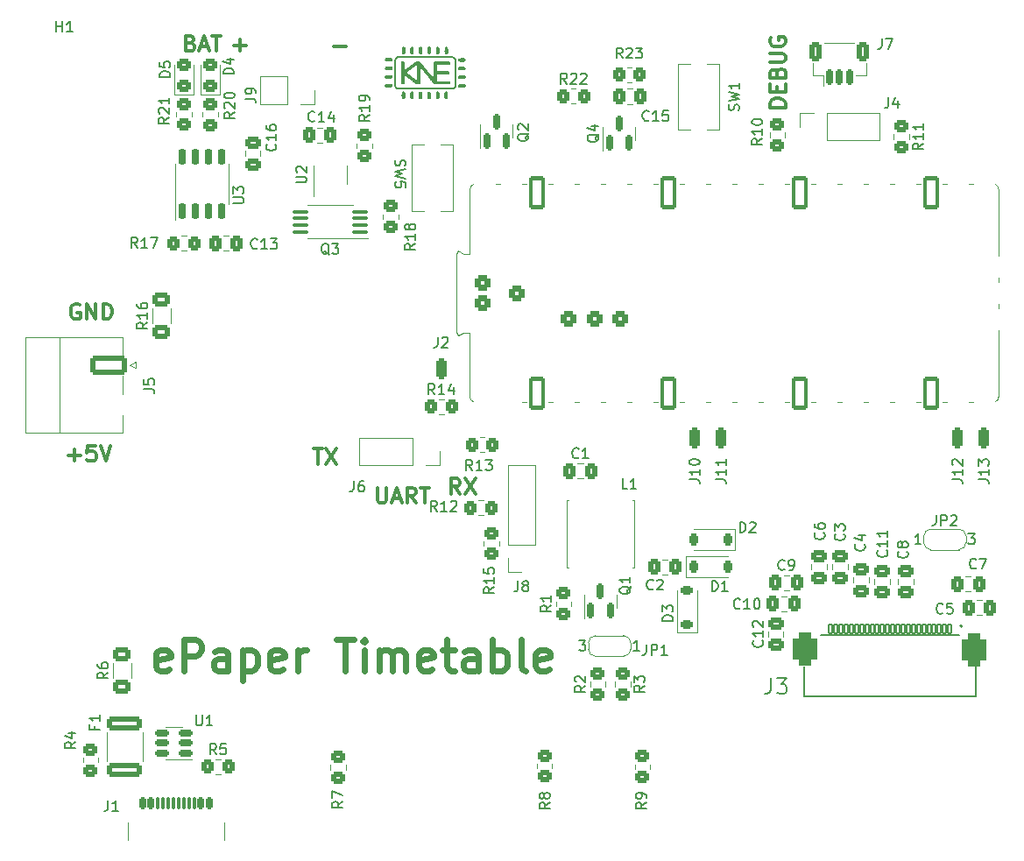
<source format=gto>
G04 #@! TF.GenerationSoftware,KiCad,Pcbnew,7.0.8*
G04 #@! TF.CreationDate,2023-12-17T13:49:59+01:00*
G04 #@! TF.ProjectId,ePaper_timetable,65506170-6572-45f7-9469-6d657461626c,rev?*
G04 #@! TF.SameCoordinates,Original*
G04 #@! TF.FileFunction,Legend,Top*
G04 #@! TF.FilePolarity,Positive*
%FSLAX46Y46*%
G04 Gerber Fmt 4.6, Leading zero omitted, Abs format (unit mm)*
G04 Created by KiCad (PCBNEW 7.0.8) date 2023-12-17 13:49:59*
%MOMM*%
%LPD*%
G01*
G04 APERTURE LIST*
G04 Aperture macros list*
%AMRoundRect*
0 Rectangle with rounded corners*
0 $1 Rounding radius*
0 $2 $3 $4 $5 $6 $7 $8 $9 X,Y pos of 4 corners*
0 Add a 4 corners polygon primitive as box body*
4,1,4,$2,$3,$4,$5,$6,$7,$8,$9,$2,$3,0*
0 Add four circle primitives for the rounded corners*
1,1,$1+$1,$2,$3*
1,1,$1+$1,$4,$5*
1,1,$1+$1,$6,$7*
1,1,$1+$1,$8,$9*
0 Add four rect primitives between the rounded corners*
20,1,$1+$1,$2,$3,$4,$5,0*
20,1,$1+$1,$4,$5,$6,$7,0*
20,1,$1+$1,$6,$7,$8,$9,0*
20,1,$1+$1,$8,$9,$2,$3,0*%
%AMFreePoly0*
4,1,58,1.881242,0.792533,1.914585,0.788777,1.924216,0.782725,1.935306,0.780194,1.961541,0.759271,1.989950,0.741421,2.341421,0.389950,2.359271,0.361541,2.380194,0.335306,2.382725,0.324216,2.388777,0.314585,2.392533,0.281242,2.400000,0.248529,2.400000,-0.248529,2.392533,-0.281242,2.388777,-0.314585,2.382725,-0.324216,2.380194,-0.335306,2.359271,-0.361541,2.341421,-0.389950,
1.989950,-0.741421,1.961541,-0.759271,1.935306,-0.780194,1.924216,-0.782725,1.914585,-0.788777,1.881242,-0.792533,1.848529,-0.800000,0.000000,-0.800000,-0.248529,-0.800000,-0.281242,-0.792533,-0.314585,-0.788777,-0.324216,-0.782725,-0.335306,-0.780194,-0.361541,-0.759271,-0.389950,-0.741421,-0.741421,-0.389950,-0.759271,-0.361541,-0.780194,-0.335306,-0.782725,-0.324216,-0.788777,-0.314585,
-0.792533,-0.281242,-0.800000,-0.248529,-0.800000,0.248529,-0.792533,0.281242,-0.788777,0.314585,-0.782725,0.324216,-0.780194,0.335306,-0.759271,0.361541,-0.741421,0.389950,-0.389950,0.741421,-0.361541,0.759271,-0.335306,0.780194,-0.324216,0.782725,-0.314585,0.788777,-0.281242,0.792533,-0.248529,0.800000,1.848529,0.800000,1.881242,0.792533,1.881242,0.792533,$1*%
%AMFreePoly1*
4,1,19,0.550000,-0.750000,0.000000,-0.750000,0.000000,-0.744911,-0.071157,-0.744911,-0.207708,-0.704816,-0.327430,-0.627875,-0.420627,-0.520320,-0.479746,-0.390866,-0.500000,-0.250000,-0.500000,0.250000,-0.479746,0.390866,-0.420627,0.520320,-0.327430,0.627875,-0.207708,0.704816,-0.071157,0.744911,0.000000,0.744911,0.000000,0.750000,0.550000,0.750000,0.550000,-0.750000,0.550000,-0.750000,
$1*%
%AMFreePoly2*
4,1,19,0.000000,0.744911,0.071157,0.744911,0.207708,0.704816,0.327430,0.627875,0.420627,0.520320,0.479746,0.390866,0.500000,0.250000,0.500000,-0.250000,0.479746,-0.390866,0.420627,-0.520320,0.327430,-0.627875,0.207708,-0.704816,0.071157,-0.744911,0.000000,-0.744911,0.000000,-0.750000,-0.550000,-0.750000,-0.550000,0.750000,0.000000,0.750000,0.000000,0.744911,0.000000,0.744911,
$1*%
G04 Aperture macros list end*
%ADD10C,0.300000*%
%ADD11C,0.600000*%
%ADD12C,0.150000*%
%ADD13C,0.120000*%
%ADD14C,0.127000*%
%ADD15C,0.200000*%
%ADD16O,1.800000X1.100000*%
%ADD17O,1.450000X1.050000*%
%ADD18FreePoly0,90.000000*%
%ADD19O,1.600000X3.200000*%
%ADD20RoundRect,0.200000X0.600000X-1.400000X0.600000X1.400000X-0.600000X1.400000X-0.600000X-1.400000X0*%
%ADD21R,1.574800X1.574800*%
%ADD22C,1.574800*%
%ADD23RoundRect,0.300000X0.450000X-0.450000X0.450000X0.450000X-0.450000X0.450000X-0.450000X-0.450000X0*%
%ADD24RoundRect,0.250000X-0.337500X-0.475000X0.337500X-0.475000X0.337500X0.475000X-0.337500X0.475000X0*%
%ADD25RoundRect,0.250000X-0.250000X-0.750000X0.250000X-0.750000X0.250000X0.750000X-0.250000X0.750000X0*%
%ADD26RoundRect,0.250000X-0.450000X0.350000X-0.450000X-0.350000X0.450000X-0.350000X0.450000X0.350000X0*%
%ADD27RoundRect,0.250000X0.450000X-0.325000X0.450000X0.325000X-0.450000X0.325000X-0.450000X-0.325000X0*%
%ADD28RoundRect,0.225000X0.375000X-0.225000X0.375000X0.225000X-0.375000X0.225000X-0.375000X-0.225000X0*%
%ADD29RoundRect,0.250000X-0.475000X0.337500X-0.475000X-0.337500X0.475000X-0.337500X0.475000X0.337500X0*%
%ADD30RoundRect,0.250000X0.337500X0.475000X-0.337500X0.475000X-0.337500X-0.475000X0.337500X-0.475000X0*%
%ADD31FreePoly1,0.000000*%
%ADD32R,1.000000X1.500000*%
%ADD33FreePoly2,0.000000*%
%ADD34RoundRect,0.076200X-0.150000X-0.400000X0.150000X-0.400000X0.150000X0.400000X-0.150000X0.400000X0*%
%ADD35RoundRect,0.599500X-0.599500X-0.978500X0.599500X-0.978500X0.599500X0.978500X-0.599500X0.978500X0*%
%ADD36C,6.400000*%
%ADD37RoundRect,0.225000X0.225000X0.375000X-0.225000X0.375000X-0.225000X-0.375000X0.225000X-0.375000X0*%
%ADD38RoundRect,0.250000X0.450000X-0.350000X0.450000X0.350000X-0.450000X0.350000X-0.450000X-0.350000X0*%
%ADD39R,5.700000X2.410000*%
%ADD40RoundRect,0.150000X0.150000X-0.587500X0.150000X0.587500X-0.150000X0.587500X-0.150000X-0.587500X0*%
%ADD41FreePoly1,180.000000*%
%ADD42FreePoly2,180.000000*%
%ADD43R,1.000000X1.250000*%
%ADD44RoundRect,0.250000X-0.350000X-0.450000X0.350000X-0.450000X0.350000X0.450000X-0.350000X0.450000X0*%
%ADD45RoundRect,0.250000X0.475000X-0.337500X0.475000X0.337500X-0.475000X0.337500X-0.475000X-0.337500X0*%
%ADD46R,1.700000X1.700000*%
%ADD47O,1.700000X1.700000*%
%ADD48RoundRect,0.250000X0.625000X-0.400000X0.625000X0.400000X-0.625000X0.400000X-0.625000X-0.400000X0*%
%ADD49RoundRect,0.150000X-0.150000X-0.625000X0.150000X-0.625000X0.150000X0.625000X-0.150000X0.625000X0*%
%ADD50RoundRect,0.250000X-0.350000X-0.650000X0.350000X-0.650000X0.350000X0.650000X-0.350000X0.650000X0*%
%ADD51C,0.650000*%
%ADD52RoundRect,0.150000X-0.150000X-0.425000X0.150000X-0.425000X0.150000X0.425000X-0.150000X0.425000X0*%
%ADD53RoundRect,0.075000X-0.075000X-0.500000X0.075000X-0.500000X0.075000X0.500000X-0.075000X0.500000X0*%
%ADD54O,1.000000X2.100000*%
%ADD55O,1.000000X1.800000*%
%ADD56RoundRect,0.225000X-0.225000X-0.375000X0.225000X-0.375000X0.225000X0.375000X-0.225000X0.375000X0*%
%ADD57RoundRect,0.250000X1.450000X-0.400000X1.450000X0.400000X-1.450000X0.400000X-1.450000X-0.400000X0*%
%ADD58RoundRect,0.150000X0.512500X0.150000X-0.512500X0.150000X-0.512500X-0.150000X0.512500X-0.150000X0*%
%ADD59R,0.650000X1.560000*%
%ADD60RoundRect,0.250000X0.350000X0.450000X-0.350000X0.450000X-0.350000X-0.450000X0.350000X-0.450000X0*%
%ADD61RoundRect,0.100000X0.637500X0.100000X-0.637500X0.100000X-0.637500X-0.100000X0.637500X-0.100000X0*%
%ADD62RoundRect,0.150000X0.150000X-0.650000X0.150000X0.650000X-0.150000X0.650000X-0.150000X-0.650000X0*%
%ADD63R,3.200000X2.400000*%
%ADD64RoundRect,0.250000X-1.550000X0.650000X-1.550000X-0.650000X1.550000X-0.650000X1.550000X0.650000X0*%
%ADD65O,3.600000X1.800000*%
%ADD66C,2.000000*%
G04 APERTURE END LIST*
D10*
X97201510Y-80890400D02*
X98344368Y-80890400D01*
X95183825Y-119763628D02*
X96040968Y-119763628D01*
X95612396Y-121263628D02*
X95612396Y-119763628D01*
X96398110Y-119763628D02*
X97398110Y-121263628D01*
X97398110Y-119763628D02*
X96398110Y-121263628D01*
X109361653Y-124133828D02*
X108861653Y-123419542D01*
X108504510Y-124133828D02*
X108504510Y-122633828D01*
X108504510Y-122633828D02*
X109075939Y-122633828D01*
X109075939Y-122633828D02*
X109218796Y-122705257D01*
X109218796Y-122705257D02*
X109290225Y-122776685D01*
X109290225Y-122776685D02*
X109361653Y-122919542D01*
X109361653Y-122919542D02*
X109361653Y-123133828D01*
X109361653Y-123133828D02*
X109290225Y-123276685D01*
X109290225Y-123276685D02*
X109218796Y-123348114D01*
X109218796Y-123348114D02*
X109075939Y-123419542D01*
X109075939Y-123419542D02*
X108504510Y-123419542D01*
X109861653Y-122633828D02*
X110861653Y-124133828D01*
X110861653Y-122633828D02*
X109861653Y-124133828D01*
X72587225Y-105814257D02*
X72444368Y-105742828D01*
X72444368Y-105742828D02*
X72230082Y-105742828D01*
X72230082Y-105742828D02*
X72015796Y-105814257D01*
X72015796Y-105814257D02*
X71872939Y-105957114D01*
X71872939Y-105957114D02*
X71801510Y-106099971D01*
X71801510Y-106099971D02*
X71730082Y-106385685D01*
X71730082Y-106385685D02*
X71730082Y-106599971D01*
X71730082Y-106599971D02*
X71801510Y-106885685D01*
X71801510Y-106885685D02*
X71872939Y-107028542D01*
X71872939Y-107028542D02*
X72015796Y-107171400D01*
X72015796Y-107171400D02*
X72230082Y-107242828D01*
X72230082Y-107242828D02*
X72372939Y-107242828D01*
X72372939Y-107242828D02*
X72587225Y-107171400D01*
X72587225Y-107171400D02*
X72658653Y-107099971D01*
X72658653Y-107099971D02*
X72658653Y-106599971D01*
X72658653Y-106599971D02*
X72372939Y-106599971D01*
X73301510Y-107242828D02*
X73301510Y-105742828D01*
X73301510Y-105742828D02*
X74158653Y-107242828D01*
X74158653Y-107242828D02*
X74158653Y-105742828D01*
X74872939Y-107242828D02*
X74872939Y-105742828D01*
X74872939Y-105742828D02*
X75230082Y-105742828D01*
X75230082Y-105742828D02*
X75444368Y-105814257D01*
X75444368Y-105814257D02*
X75587225Y-105957114D01*
X75587225Y-105957114D02*
X75658654Y-106099971D01*
X75658654Y-106099971D02*
X75730082Y-106385685D01*
X75730082Y-106385685D02*
X75730082Y-106599971D01*
X75730082Y-106599971D02*
X75658654Y-106885685D01*
X75658654Y-106885685D02*
X75587225Y-107028542D01*
X75587225Y-107028542D02*
X75444368Y-107171400D01*
X75444368Y-107171400D02*
X75230082Y-107242828D01*
X75230082Y-107242828D02*
X74872939Y-107242828D01*
D11*
X81245878Y-141063800D02*
X80960164Y-141206657D01*
X80960164Y-141206657D02*
X80388736Y-141206657D01*
X80388736Y-141206657D02*
X80103021Y-141063800D01*
X80103021Y-141063800D02*
X79960164Y-140778085D01*
X79960164Y-140778085D02*
X79960164Y-139635228D01*
X79960164Y-139635228D02*
X80103021Y-139349514D01*
X80103021Y-139349514D02*
X80388736Y-139206657D01*
X80388736Y-139206657D02*
X80960164Y-139206657D01*
X80960164Y-139206657D02*
X81245878Y-139349514D01*
X81245878Y-139349514D02*
X81388736Y-139635228D01*
X81388736Y-139635228D02*
X81388736Y-139920942D01*
X81388736Y-139920942D02*
X79960164Y-140206657D01*
X82674450Y-141206657D02*
X82674450Y-138206657D01*
X82674450Y-138206657D02*
X83817307Y-138206657D01*
X83817307Y-138206657D02*
X84103022Y-138349514D01*
X84103022Y-138349514D02*
X84245879Y-138492371D01*
X84245879Y-138492371D02*
X84388736Y-138778085D01*
X84388736Y-138778085D02*
X84388736Y-139206657D01*
X84388736Y-139206657D02*
X84245879Y-139492371D01*
X84245879Y-139492371D02*
X84103022Y-139635228D01*
X84103022Y-139635228D02*
X83817307Y-139778085D01*
X83817307Y-139778085D02*
X82674450Y-139778085D01*
X86960165Y-141206657D02*
X86960165Y-139635228D01*
X86960165Y-139635228D02*
X86817307Y-139349514D01*
X86817307Y-139349514D02*
X86531593Y-139206657D01*
X86531593Y-139206657D02*
X85960165Y-139206657D01*
X85960165Y-139206657D02*
X85674450Y-139349514D01*
X86960165Y-141063800D02*
X86674450Y-141206657D01*
X86674450Y-141206657D02*
X85960165Y-141206657D01*
X85960165Y-141206657D02*
X85674450Y-141063800D01*
X85674450Y-141063800D02*
X85531593Y-140778085D01*
X85531593Y-140778085D02*
X85531593Y-140492371D01*
X85531593Y-140492371D02*
X85674450Y-140206657D01*
X85674450Y-140206657D02*
X85960165Y-140063800D01*
X85960165Y-140063800D02*
X86674450Y-140063800D01*
X86674450Y-140063800D02*
X86960165Y-139920942D01*
X88388736Y-139206657D02*
X88388736Y-142206657D01*
X88388736Y-139349514D02*
X88674451Y-139206657D01*
X88674451Y-139206657D02*
X89245879Y-139206657D01*
X89245879Y-139206657D02*
X89531593Y-139349514D01*
X89531593Y-139349514D02*
X89674451Y-139492371D01*
X89674451Y-139492371D02*
X89817308Y-139778085D01*
X89817308Y-139778085D02*
X89817308Y-140635228D01*
X89817308Y-140635228D02*
X89674451Y-140920942D01*
X89674451Y-140920942D02*
X89531593Y-141063800D01*
X89531593Y-141063800D02*
X89245879Y-141206657D01*
X89245879Y-141206657D02*
X88674451Y-141206657D01*
X88674451Y-141206657D02*
X88388736Y-141063800D01*
X92245879Y-141063800D02*
X91960165Y-141206657D01*
X91960165Y-141206657D02*
X91388737Y-141206657D01*
X91388737Y-141206657D02*
X91103022Y-141063800D01*
X91103022Y-141063800D02*
X90960165Y-140778085D01*
X90960165Y-140778085D02*
X90960165Y-139635228D01*
X90960165Y-139635228D02*
X91103022Y-139349514D01*
X91103022Y-139349514D02*
X91388737Y-139206657D01*
X91388737Y-139206657D02*
X91960165Y-139206657D01*
X91960165Y-139206657D02*
X92245879Y-139349514D01*
X92245879Y-139349514D02*
X92388737Y-139635228D01*
X92388737Y-139635228D02*
X92388737Y-139920942D01*
X92388737Y-139920942D02*
X90960165Y-140206657D01*
X93674451Y-141206657D02*
X93674451Y-139206657D01*
X93674451Y-139778085D02*
X93817308Y-139492371D01*
X93817308Y-139492371D02*
X93960166Y-139349514D01*
X93960166Y-139349514D02*
X94245880Y-139206657D01*
X94245880Y-139206657D02*
X94531594Y-139206657D01*
X97388737Y-138206657D02*
X99103023Y-138206657D01*
X98245880Y-141206657D02*
X98245880Y-138206657D01*
X100103022Y-141206657D02*
X100103022Y-139206657D01*
X100103022Y-138206657D02*
X99960165Y-138349514D01*
X99960165Y-138349514D02*
X100103022Y-138492371D01*
X100103022Y-138492371D02*
X100245879Y-138349514D01*
X100245879Y-138349514D02*
X100103022Y-138206657D01*
X100103022Y-138206657D02*
X100103022Y-138492371D01*
X101531593Y-141206657D02*
X101531593Y-139206657D01*
X101531593Y-139492371D02*
X101674450Y-139349514D01*
X101674450Y-139349514D02*
X101960165Y-139206657D01*
X101960165Y-139206657D02*
X102388736Y-139206657D01*
X102388736Y-139206657D02*
X102674450Y-139349514D01*
X102674450Y-139349514D02*
X102817308Y-139635228D01*
X102817308Y-139635228D02*
X102817308Y-141206657D01*
X102817308Y-139635228D02*
X102960165Y-139349514D01*
X102960165Y-139349514D02*
X103245879Y-139206657D01*
X103245879Y-139206657D02*
X103674450Y-139206657D01*
X103674450Y-139206657D02*
X103960165Y-139349514D01*
X103960165Y-139349514D02*
X104103022Y-139635228D01*
X104103022Y-139635228D02*
X104103022Y-141206657D01*
X106674450Y-141063800D02*
X106388736Y-141206657D01*
X106388736Y-141206657D02*
X105817308Y-141206657D01*
X105817308Y-141206657D02*
X105531593Y-141063800D01*
X105531593Y-141063800D02*
X105388736Y-140778085D01*
X105388736Y-140778085D02*
X105388736Y-139635228D01*
X105388736Y-139635228D02*
X105531593Y-139349514D01*
X105531593Y-139349514D02*
X105817308Y-139206657D01*
X105817308Y-139206657D02*
X106388736Y-139206657D01*
X106388736Y-139206657D02*
X106674450Y-139349514D01*
X106674450Y-139349514D02*
X106817308Y-139635228D01*
X106817308Y-139635228D02*
X106817308Y-139920942D01*
X106817308Y-139920942D02*
X105388736Y-140206657D01*
X107674451Y-139206657D02*
X108817308Y-139206657D01*
X108103022Y-138206657D02*
X108103022Y-140778085D01*
X108103022Y-140778085D02*
X108245879Y-141063800D01*
X108245879Y-141063800D02*
X108531594Y-141206657D01*
X108531594Y-141206657D02*
X108817308Y-141206657D01*
X111103023Y-141206657D02*
X111103023Y-139635228D01*
X111103023Y-139635228D02*
X110960165Y-139349514D01*
X110960165Y-139349514D02*
X110674451Y-139206657D01*
X110674451Y-139206657D02*
X110103023Y-139206657D01*
X110103023Y-139206657D02*
X109817308Y-139349514D01*
X111103023Y-141063800D02*
X110817308Y-141206657D01*
X110817308Y-141206657D02*
X110103023Y-141206657D01*
X110103023Y-141206657D02*
X109817308Y-141063800D01*
X109817308Y-141063800D02*
X109674451Y-140778085D01*
X109674451Y-140778085D02*
X109674451Y-140492371D01*
X109674451Y-140492371D02*
X109817308Y-140206657D01*
X109817308Y-140206657D02*
X110103023Y-140063800D01*
X110103023Y-140063800D02*
X110817308Y-140063800D01*
X110817308Y-140063800D02*
X111103023Y-139920942D01*
X112531594Y-141206657D02*
X112531594Y-138206657D01*
X112531594Y-139349514D02*
X112817309Y-139206657D01*
X112817309Y-139206657D02*
X113388737Y-139206657D01*
X113388737Y-139206657D02*
X113674451Y-139349514D01*
X113674451Y-139349514D02*
X113817309Y-139492371D01*
X113817309Y-139492371D02*
X113960166Y-139778085D01*
X113960166Y-139778085D02*
X113960166Y-140635228D01*
X113960166Y-140635228D02*
X113817309Y-140920942D01*
X113817309Y-140920942D02*
X113674451Y-141063800D01*
X113674451Y-141063800D02*
X113388737Y-141206657D01*
X113388737Y-141206657D02*
X112817309Y-141206657D01*
X112817309Y-141206657D02*
X112531594Y-141063800D01*
X115674452Y-141206657D02*
X115388737Y-141063800D01*
X115388737Y-141063800D02*
X115245880Y-140778085D01*
X115245880Y-140778085D02*
X115245880Y-138206657D01*
X117960166Y-141063800D02*
X117674452Y-141206657D01*
X117674452Y-141206657D02*
X117103024Y-141206657D01*
X117103024Y-141206657D02*
X116817309Y-141063800D01*
X116817309Y-141063800D02*
X116674452Y-140778085D01*
X116674452Y-140778085D02*
X116674452Y-139635228D01*
X116674452Y-139635228D02*
X116817309Y-139349514D01*
X116817309Y-139349514D02*
X117103024Y-139206657D01*
X117103024Y-139206657D02*
X117674452Y-139206657D01*
X117674452Y-139206657D02*
X117960166Y-139349514D01*
X117960166Y-139349514D02*
X118103024Y-139635228D01*
X118103024Y-139635228D02*
X118103024Y-139920942D01*
X118103024Y-139920942D02*
X116674452Y-140206657D01*
D10*
X101392510Y-123522828D02*
X101392510Y-124737114D01*
X101392510Y-124737114D02*
X101463939Y-124879971D01*
X101463939Y-124879971D02*
X101535368Y-124951400D01*
X101535368Y-124951400D02*
X101678225Y-125022828D01*
X101678225Y-125022828D02*
X101963939Y-125022828D01*
X101963939Y-125022828D02*
X102106796Y-124951400D01*
X102106796Y-124951400D02*
X102178225Y-124879971D01*
X102178225Y-124879971D02*
X102249653Y-124737114D01*
X102249653Y-124737114D02*
X102249653Y-123522828D01*
X102892511Y-124594257D02*
X103606797Y-124594257D01*
X102749654Y-125022828D02*
X103249654Y-123522828D01*
X103249654Y-123522828D02*
X103749654Y-125022828D01*
X105106796Y-125022828D02*
X104606796Y-124308542D01*
X104249653Y-125022828D02*
X104249653Y-123522828D01*
X104249653Y-123522828D02*
X104821082Y-123522828D01*
X104821082Y-123522828D02*
X104963939Y-123594257D01*
X104963939Y-123594257D02*
X105035368Y-123665685D01*
X105035368Y-123665685D02*
X105106796Y-123808542D01*
X105106796Y-123808542D02*
X105106796Y-124022828D01*
X105106796Y-124022828D02*
X105035368Y-124165685D01*
X105035368Y-124165685D02*
X104963939Y-124237114D01*
X104963939Y-124237114D02*
X104821082Y-124308542D01*
X104821082Y-124308542D02*
X104249653Y-124308542D01*
X105535368Y-123522828D02*
X106392511Y-123522828D01*
X105963939Y-125022828D02*
X105963939Y-123522828D01*
X140821628Y-86770689D02*
X139321628Y-86770689D01*
X139321628Y-86770689D02*
X139321628Y-86413546D01*
X139321628Y-86413546D02*
X139393057Y-86199260D01*
X139393057Y-86199260D02*
X139535914Y-86056403D01*
X139535914Y-86056403D02*
X139678771Y-85984974D01*
X139678771Y-85984974D02*
X139964485Y-85913546D01*
X139964485Y-85913546D02*
X140178771Y-85913546D01*
X140178771Y-85913546D02*
X140464485Y-85984974D01*
X140464485Y-85984974D02*
X140607342Y-86056403D01*
X140607342Y-86056403D02*
X140750200Y-86199260D01*
X140750200Y-86199260D02*
X140821628Y-86413546D01*
X140821628Y-86413546D02*
X140821628Y-86770689D01*
X140035914Y-85270689D02*
X140035914Y-84770689D01*
X140821628Y-84556403D02*
X140821628Y-85270689D01*
X140821628Y-85270689D02*
X139321628Y-85270689D01*
X139321628Y-85270689D02*
X139321628Y-84556403D01*
X140035914Y-83413546D02*
X140107342Y-83199260D01*
X140107342Y-83199260D02*
X140178771Y-83127831D01*
X140178771Y-83127831D02*
X140321628Y-83056403D01*
X140321628Y-83056403D02*
X140535914Y-83056403D01*
X140535914Y-83056403D02*
X140678771Y-83127831D01*
X140678771Y-83127831D02*
X140750200Y-83199260D01*
X140750200Y-83199260D02*
X140821628Y-83342117D01*
X140821628Y-83342117D02*
X140821628Y-83913546D01*
X140821628Y-83913546D02*
X139321628Y-83913546D01*
X139321628Y-83913546D02*
X139321628Y-83413546D01*
X139321628Y-83413546D02*
X139393057Y-83270689D01*
X139393057Y-83270689D02*
X139464485Y-83199260D01*
X139464485Y-83199260D02*
X139607342Y-83127831D01*
X139607342Y-83127831D02*
X139750200Y-83127831D01*
X139750200Y-83127831D02*
X139893057Y-83199260D01*
X139893057Y-83199260D02*
X139964485Y-83270689D01*
X139964485Y-83270689D02*
X140035914Y-83413546D01*
X140035914Y-83413546D02*
X140035914Y-83913546D01*
X139321628Y-82413546D02*
X140535914Y-82413546D01*
X140535914Y-82413546D02*
X140678771Y-82342117D01*
X140678771Y-82342117D02*
X140750200Y-82270689D01*
X140750200Y-82270689D02*
X140821628Y-82127831D01*
X140821628Y-82127831D02*
X140821628Y-81842117D01*
X140821628Y-81842117D02*
X140750200Y-81699260D01*
X140750200Y-81699260D02*
X140678771Y-81627831D01*
X140678771Y-81627831D02*
X140535914Y-81556403D01*
X140535914Y-81556403D02*
X139321628Y-81556403D01*
X139393057Y-80056402D02*
X139321628Y-80199260D01*
X139321628Y-80199260D02*
X139321628Y-80413545D01*
X139321628Y-80413545D02*
X139393057Y-80627831D01*
X139393057Y-80627831D02*
X139535914Y-80770688D01*
X139535914Y-80770688D02*
X139678771Y-80842117D01*
X139678771Y-80842117D02*
X139964485Y-80913545D01*
X139964485Y-80913545D02*
X140178771Y-80913545D01*
X140178771Y-80913545D02*
X140464485Y-80842117D01*
X140464485Y-80842117D02*
X140607342Y-80770688D01*
X140607342Y-80770688D02*
X140750200Y-80627831D01*
X140750200Y-80627831D02*
X140821628Y-80413545D01*
X140821628Y-80413545D02*
X140821628Y-80270688D01*
X140821628Y-80270688D02*
X140750200Y-80056402D01*
X140750200Y-80056402D02*
X140678771Y-79984974D01*
X140678771Y-79984974D02*
X140178771Y-79984974D01*
X140178771Y-79984974D02*
X140178771Y-80270688D01*
X71547510Y-120387400D02*
X72690368Y-120387400D01*
X72118939Y-120958828D02*
X72118939Y-119815971D01*
X74118939Y-119458828D02*
X73404653Y-119458828D01*
X73404653Y-119458828D02*
X73333225Y-120173114D01*
X73333225Y-120173114D02*
X73404653Y-120101685D01*
X73404653Y-120101685D02*
X73547511Y-120030257D01*
X73547511Y-120030257D02*
X73904653Y-120030257D01*
X73904653Y-120030257D02*
X74047511Y-120101685D01*
X74047511Y-120101685D02*
X74118939Y-120173114D01*
X74118939Y-120173114D02*
X74190368Y-120315971D01*
X74190368Y-120315971D02*
X74190368Y-120673114D01*
X74190368Y-120673114D02*
X74118939Y-120815971D01*
X74118939Y-120815971D02*
X74047511Y-120887400D01*
X74047511Y-120887400D02*
X73904653Y-120958828D01*
X73904653Y-120958828D02*
X73547511Y-120958828D01*
X73547511Y-120958828D02*
X73404653Y-120887400D01*
X73404653Y-120887400D02*
X73333225Y-120815971D01*
X74618939Y-119458828D02*
X75118939Y-120958828D01*
X75118939Y-120958828D02*
X75618939Y-119458828D01*
X83350510Y-80549114D02*
X83564796Y-80620542D01*
X83564796Y-80620542D02*
X83636225Y-80691971D01*
X83636225Y-80691971D02*
X83707653Y-80834828D01*
X83707653Y-80834828D02*
X83707653Y-81049114D01*
X83707653Y-81049114D02*
X83636225Y-81191971D01*
X83636225Y-81191971D02*
X83564796Y-81263400D01*
X83564796Y-81263400D02*
X83421939Y-81334828D01*
X83421939Y-81334828D02*
X82850510Y-81334828D01*
X82850510Y-81334828D02*
X82850510Y-79834828D01*
X82850510Y-79834828D02*
X83350510Y-79834828D01*
X83350510Y-79834828D02*
X83493368Y-79906257D01*
X83493368Y-79906257D02*
X83564796Y-79977685D01*
X83564796Y-79977685D02*
X83636225Y-80120542D01*
X83636225Y-80120542D02*
X83636225Y-80263400D01*
X83636225Y-80263400D02*
X83564796Y-80406257D01*
X83564796Y-80406257D02*
X83493368Y-80477685D01*
X83493368Y-80477685D02*
X83350510Y-80549114D01*
X83350510Y-80549114D02*
X82850510Y-80549114D01*
X84279082Y-80906257D02*
X84993368Y-80906257D01*
X84136225Y-81334828D02*
X84636225Y-79834828D01*
X84636225Y-79834828D02*
X85136225Y-81334828D01*
X85421939Y-79834828D02*
X86279082Y-79834828D01*
X85850510Y-81334828D02*
X85850510Y-79834828D01*
X87549510Y-80763400D02*
X88692368Y-80763400D01*
X88120939Y-81334828D02*
X88120939Y-80191971D01*
D12*
X140741870Y-131394580D02*
X140694251Y-131442200D01*
X140694251Y-131442200D02*
X140551394Y-131489819D01*
X140551394Y-131489819D02*
X140456156Y-131489819D01*
X140456156Y-131489819D02*
X140313299Y-131442200D01*
X140313299Y-131442200D02*
X140218061Y-131346961D01*
X140218061Y-131346961D02*
X140170442Y-131251723D01*
X140170442Y-131251723D02*
X140122823Y-131061247D01*
X140122823Y-131061247D02*
X140122823Y-130918390D01*
X140122823Y-130918390D02*
X140170442Y-130727914D01*
X140170442Y-130727914D02*
X140218061Y-130632676D01*
X140218061Y-130632676D02*
X140313299Y-130537438D01*
X140313299Y-130537438D02*
X140456156Y-130489819D01*
X140456156Y-130489819D02*
X140551394Y-130489819D01*
X140551394Y-130489819D02*
X140694251Y-130537438D01*
X140694251Y-130537438D02*
X140741870Y-130585057D01*
X141218061Y-131489819D02*
X141408537Y-131489819D01*
X141408537Y-131489819D02*
X141503775Y-131442200D01*
X141503775Y-131442200D02*
X141551394Y-131394580D01*
X141551394Y-131394580D02*
X141646632Y-131251723D01*
X141646632Y-131251723D02*
X141694251Y-131061247D01*
X141694251Y-131061247D02*
X141694251Y-130680295D01*
X141694251Y-130680295D02*
X141646632Y-130585057D01*
X141646632Y-130585057D02*
X141599013Y-130537438D01*
X141599013Y-130537438D02*
X141503775Y-130489819D01*
X141503775Y-130489819D02*
X141313299Y-130489819D01*
X141313299Y-130489819D02*
X141218061Y-130537438D01*
X141218061Y-130537438D02*
X141170442Y-130585057D01*
X141170442Y-130585057D02*
X141122823Y-130680295D01*
X141122823Y-130680295D02*
X141122823Y-130918390D01*
X141122823Y-130918390D02*
X141170442Y-131013628D01*
X141170442Y-131013628D02*
X141218061Y-131061247D01*
X141218061Y-131061247D02*
X141313299Y-131108866D01*
X141313299Y-131108866D02*
X141503775Y-131108866D01*
X141503775Y-131108866D02*
X141599013Y-131061247D01*
X141599013Y-131061247D02*
X141646632Y-131013628D01*
X141646632Y-131013628D02*
X141694251Y-130918390D01*
X159474819Y-122729523D02*
X160189104Y-122729523D01*
X160189104Y-122729523D02*
X160331961Y-122777142D01*
X160331961Y-122777142D02*
X160427200Y-122872380D01*
X160427200Y-122872380D02*
X160474819Y-123015237D01*
X160474819Y-123015237D02*
X160474819Y-123110475D01*
X160474819Y-121729523D02*
X160474819Y-122300951D01*
X160474819Y-122015237D02*
X159474819Y-122015237D01*
X159474819Y-122015237D02*
X159617676Y-122110475D01*
X159617676Y-122110475D02*
X159712914Y-122205713D01*
X159712914Y-122205713D02*
X159760533Y-122300951D01*
X159474819Y-121396189D02*
X159474819Y-120777142D01*
X159474819Y-120777142D02*
X159855771Y-121110475D01*
X159855771Y-121110475D02*
X159855771Y-120967618D01*
X159855771Y-120967618D02*
X159903390Y-120872380D01*
X159903390Y-120872380D02*
X159951009Y-120824761D01*
X159951009Y-120824761D02*
X160046247Y-120777142D01*
X160046247Y-120777142D02*
X160284342Y-120777142D01*
X160284342Y-120777142D02*
X160379580Y-120824761D01*
X160379580Y-120824761D02*
X160427200Y-120872380D01*
X160427200Y-120872380D02*
X160474819Y-120967618D01*
X160474819Y-120967618D02*
X160474819Y-121253332D01*
X160474819Y-121253332D02*
X160427200Y-121348570D01*
X160427200Y-121348570D02*
X160379580Y-121396189D01*
X81252219Y-87739457D02*
X80776028Y-88072790D01*
X81252219Y-88310885D02*
X80252219Y-88310885D01*
X80252219Y-88310885D02*
X80252219Y-87929933D01*
X80252219Y-87929933D02*
X80299838Y-87834695D01*
X80299838Y-87834695D02*
X80347457Y-87787076D01*
X80347457Y-87787076D02*
X80442695Y-87739457D01*
X80442695Y-87739457D02*
X80585552Y-87739457D01*
X80585552Y-87739457D02*
X80680790Y-87787076D01*
X80680790Y-87787076D02*
X80728409Y-87834695D01*
X80728409Y-87834695D02*
X80776028Y-87929933D01*
X80776028Y-87929933D02*
X80776028Y-88310885D01*
X80347457Y-87358504D02*
X80299838Y-87310885D01*
X80299838Y-87310885D02*
X80252219Y-87215647D01*
X80252219Y-87215647D02*
X80252219Y-86977552D01*
X80252219Y-86977552D02*
X80299838Y-86882314D01*
X80299838Y-86882314D02*
X80347457Y-86834695D01*
X80347457Y-86834695D02*
X80442695Y-86787076D01*
X80442695Y-86787076D02*
X80537933Y-86787076D01*
X80537933Y-86787076D02*
X80680790Y-86834695D01*
X80680790Y-86834695D02*
X81252219Y-87406123D01*
X81252219Y-87406123D02*
X81252219Y-86787076D01*
X81252219Y-85834695D02*
X81252219Y-86406123D01*
X81252219Y-86120409D02*
X80252219Y-86120409D01*
X80252219Y-86120409D02*
X80395076Y-86215647D01*
X80395076Y-86215647D02*
X80490314Y-86310885D01*
X80490314Y-86310885D02*
X80537933Y-86406123D01*
X138580019Y-89796857D02*
X138103828Y-90130190D01*
X138580019Y-90368285D02*
X137580019Y-90368285D01*
X137580019Y-90368285D02*
X137580019Y-89987333D01*
X137580019Y-89987333D02*
X137627638Y-89892095D01*
X137627638Y-89892095D02*
X137675257Y-89844476D01*
X137675257Y-89844476D02*
X137770495Y-89796857D01*
X137770495Y-89796857D02*
X137913352Y-89796857D01*
X137913352Y-89796857D02*
X138008590Y-89844476D01*
X138008590Y-89844476D02*
X138056209Y-89892095D01*
X138056209Y-89892095D02*
X138103828Y-89987333D01*
X138103828Y-89987333D02*
X138103828Y-90368285D01*
X138580019Y-88844476D02*
X138580019Y-89415904D01*
X138580019Y-89130190D02*
X137580019Y-89130190D01*
X137580019Y-89130190D02*
X137722876Y-89225428D01*
X137722876Y-89225428D02*
X137818114Y-89320666D01*
X137818114Y-89320666D02*
X137865733Y-89415904D01*
X137580019Y-88225428D02*
X137580019Y-88130190D01*
X137580019Y-88130190D02*
X137627638Y-88034952D01*
X137627638Y-88034952D02*
X137675257Y-87987333D01*
X137675257Y-87987333D02*
X137770495Y-87939714D01*
X137770495Y-87939714D02*
X137960971Y-87892095D01*
X137960971Y-87892095D02*
X138199066Y-87892095D01*
X138199066Y-87892095D02*
X138389542Y-87939714D01*
X138389542Y-87939714D02*
X138484780Y-87987333D01*
X138484780Y-87987333D02*
X138532400Y-88034952D01*
X138532400Y-88034952D02*
X138580019Y-88130190D01*
X138580019Y-88130190D02*
X138580019Y-88225428D01*
X138580019Y-88225428D02*
X138532400Y-88320666D01*
X138532400Y-88320666D02*
X138484780Y-88368285D01*
X138484780Y-88368285D02*
X138389542Y-88415904D01*
X138389542Y-88415904D02*
X138199066Y-88463523D01*
X138199066Y-88463523D02*
X137960971Y-88463523D01*
X137960971Y-88463523D02*
X137770495Y-88415904D01*
X137770495Y-88415904D02*
X137675257Y-88368285D01*
X137675257Y-88368285D02*
X137627638Y-88320666D01*
X137627638Y-88320666D02*
X137580019Y-88225428D01*
X87500619Y-83542094D02*
X86500619Y-83542094D01*
X86500619Y-83542094D02*
X86500619Y-83303999D01*
X86500619Y-83303999D02*
X86548238Y-83161142D01*
X86548238Y-83161142D02*
X86643476Y-83065904D01*
X86643476Y-83065904D02*
X86738714Y-83018285D01*
X86738714Y-83018285D02*
X86929190Y-82970666D01*
X86929190Y-82970666D02*
X87072047Y-82970666D01*
X87072047Y-82970666D02*
X87262523Y-83018285D01*
X87262523Y-83018285D02*
X87357761Y-83065904D01*
X87357761Y-83065904D02*
X87453000Y-83161142D01*
X87453000Y-83161142D02*
X87500619Y-83303999D01*
X87500619Y-83303999D02*
X87500619Y-83542094D01*
X86833952Y-82113523D02*
X87500619Y-82113523D01*
X86453000Y-82351618D02*
X87167285Y-82589713D01*
X87167285Y-82589713D02*
X87167285Y-81970666D01*
X129944019Y-136424894D02*
X128944019Y-136424894D01*
X128944019Y-136424894D02*
X128944019Y-136186799D01*
X128944019Y-136186799D02*
X128991638Y-136043942D01*
X128991638Y-136043942D02*
X129086876Y-135948704D01*
X129086876Y-135948704D02*
X129182114Y-135901085D01*
X129182114Y-135901085D02*
X129372590Y-135853466D01*
X129372590Y-135853466D02*
X129515447Y-135853466D01*
X129515447Y-135853466D02*
X129705923Y-135901085D01*
X129705923Y-135901085D02*
X129801161Y-135948704D01*
X129801161Y-135948704D02*
X129896400Y-136043942D01*
X129896400Y-136043942D02*
X129944019Y-136186799D01*
X129944019Y-136186799D02*
X129944019Y-136424894D01*
X128944019Y-135520132D02*
X128944019Y-134901085D01*
X128944019Y-134901085D02*
X129324971Y-135234418D01*
X129324971Y-135234418D02*
X129324971Y-135091561D01*
X129324971Y-135091561D02*
X129372590Y-134996323D01*
X129372590Y-134996323D02*
X129420209Y-134948704D01*
X129420209Y-134948704D02*
X129515447Y-134901085D01*
X129515447Y-134901085D02*
X129753542Y-134901085D01*
X129753542Y-134901085D02*
X129848780Y-134948704D01*
X129848780Y-134948704D02*
X129896400Y-134996323D01*
X129896400Y-134996323D02*
X129944019Y-135091561D01*
X129944019Y-135091561D02*
X129944019Y-135377275D01*
X129944019Y-135377275D02*
X129896400Y-135472513D01*
X129896400Y-135472513D02*
X129848780Y-135520132D01*
X144529980Y-127903266D02*
X144577600Y-127950885D01*
X144577600Y-127950885D02*
X144625219Y-128093742D01*
X144625219Y-128093742D02*
X144625219Y-128188980D01*
X144625219Y-128188980D02*
X144577600Y-128331837D01*
X144577600Y-128331837D02*
X144482361Y-128427075D01*
X144482361Y-128427075D02*
X144387123Y-128474694D01*
X144387123Y-128474694D02*
X144196647Y-128522313D01*
X144196647Y-128522313D02*
X144053790Y-128522313D01*
X144053790Y-128522313D02*
X143863314Y-128474694D01*
X143863314Y-128474694D02*
X143768076Y-128427075D01*
X143768076Y-128427075D02*
X143672838Y-128331837D01*
X143672838Y-128331837D02*
X143625219Y-128188980D01*
X143625219Y-128188980D02*
X143625219Y-128093742D01*
X143625219Y-128093742D02*
X143672838Y-127950885D01*
X143672838Y-127950885D02*
X143720457Y-127903266D01*
X143625219Y-127046123D02*
X143625219Y-127236599D01*
X143625219Y-127236599D02*
X143672838Y-127331837D01*
X143672838Y-127331837D02*
X143720457Y-127379456D01*
X143720457Y-127379456D02*
X143863314Y-127474694D01*
X143863314Y-127474694D02*
X144053790Y-127522313D01*
X144053790Y-127522313D02*
X144434742Y-127522313D01*
X144434742Y-127522313D02*
X144529980Y-127474694D01*
X144529980Y-127474694D02*
X144577600Y-127427075D01*
X144577600Y-127427075D02*
X144625219Y-127331837D01*
X144625219Y-127331837D02*
X144625219Y-127141361D01*
X144625219Y-127141361D02*
X144577600Y-127046123D01*
X144577600Y-127046123D02*
X144529980Y-126998504D01*
X144529980Y-126998504D02*
X144434742Y-126950885D01*
X144434742Y-126950885D02*
X144196647Y-126950885D01*
X144196647Y-126950885D02*
X144101409Y-126998504D01*
X144101409Y-126998504D02*
X144053790Y-127046123D01*
X144053790Y-127046123D02*
X144006171Y-127141361D01*
X144006171Y-127141361D02*
X144006171Y-127331837D01*
X144006171Y-127331837D02*
X144053790Y-127427075D01*
X144053790Y-127427075D02*
X144101409Y-127474694D01*
X144101409Y-127474694D02*
X144196647Y-127522313D01*
X128052533Y-133303180D02*
X128004914Y-133350800D01*
X128004914Y-133350800D02*
X127862057Y-133398419D01*
X127862057Y-133398419D02*
X127766819Y-133398419D01*
X127766819Y-133398419D02*
X127623962Y-133350800D01*
X127623962Y-133350800D02*
X127528724Y-133255561D01*
X127528724Y-133255561D02*
X127481105Y-133160323D01*
X127481105Y-133160323D02*
X127433486Y-132969847D01*
X127433486Y-132969847D02*
X127433486Y-132826990D01*
X127433486Y-132826990D02*
X127481105Y-132636514D01*
X127481105Y-132636514D02*
X127528724Y-132541276D01*
X127528724Y-132541276D02*
X127623962Y-132446038D01*
X127623962Y-132446038D02*
X127766819Y-132398419D01*
X127766819Y-132398419D02*
X127862057Y-132398419D01*
X127862057Y-132398419D02*
X128004914Y-132446038D01*
X128004914Y-132446038D02*
X128052533Y-132493657D01*
X128433486Y-132493657D02*
X128481105Y-132446038D01*
X128481105Y-132446038D02*
X128576343Y-132398419D01*
X128576343Y-132398419D02*
X128814438Y-132398419D01*
X128814438Y-132398419D02*
X128909676Y-132446038D01*
X128909676Y-132446038D02*
X128957295Y-132493657D01*
X128957295Y-132493657D02*
X129004914Y-132588895D01*
X129004914Y-132588895D02*
X129004914Y-132684133D01*
X129004914Y-132684133D02*
X128957295Y-132826990D01*
X128957295Y-132826990D02*
X128385867Y-133398419D01*
X128385867Y-133398419D02*
X129004914Y-133398419D01*
X155406666Y-126178819D02*
X155406666Y-126893104D01*
X155406666Y-126893104D02*
X155359047Y-127035961D01*
X155359047Y-127035961D02*
X155263809Y-127131200D01*
X155263809Y-127131200D02*
X155120952Y-127178819D01*
X155120952Y-127178819D02*
X155025714Y-127178819D01*
X155882857Y-127178819D02*
X155882857Y-126178819D01*
X155882857Y-126178819D02*
X156263809Y-126178819D01*
X156263809Y-126178819D02*
X156359047Y-126226438D01*
X156359047Y-126226438D02*
X156406666Y-126274057D01*
X156406666Y-126274057D02*
X156454285Y-126369295D01*
X156454285Y-126369295D02*
X156454285Y-126512152D01*
X156454285Y-126512152D02*
X156406666Y-126607390D01*
X156406666Y-126607390D02*
X156359047Y-126655009D01*
X156359047Y-126655009D02*
X156263809Y-126702628D01*
X156263809Y-126702628D02*
X155882857Y-126702628D01*
X156835238Y-126274057D02*
X156882857Y-126226438D01*
X156882857Y-126226438D02*
X156978095Y-126178819D01*
X156978095Y-126178819D02*
X157216190Y-126178819D01*
X157216190Y-126178819D02*
X157311428Y-126226438D01*
X157311428Y-126226438D02*
X157359047Y-126274057D01*
X157359047Y-126274057D02*
X157406666Y-126369295D01*
X157406666Y-126369295D02*
X157406666Y-126464533D01*
X157406666Y-126464533D02*
X157359047Y-126607390D01*
X157359047Y-126607390D02*
X156787619Y-127178819D01*
X156787619Y-127178819D02*
X157406666Y-127178819D01*
X153925714Y-128978819D02*
X153354286Y-128978819D01*
X153640000Y-128978819D02*
X153640000Y-127978819D01*
X153640000Y-127978819D02*
X153544762Y-128121676D01*
X153544762Y-128121676D02*
X153449524Y-128216914D01*
X153449524Y-128216914D02*
X153354286Y-128264533D01*
X158506667Y-127978819D02*
X159125714Y-127978819D01*
X159125714Y-127978819D02*
X158792381Y-128359771D01*
X158792381Y-128359771D02*
X158935238Y-128359771D01*
X158935238Y-128359771D02*
X159030476Y-128407390D01*
X159030476Y-128407390D02*
X159078095Y-128455009D01*
X159078095Y-128455009D02*
X159125714Y-128550247D01*
X159125714Y-128550247D02*
X159125714Y-128788342D01*
X159125714Y-128788342D02*
X159078095Y-128883580D01*
X159078095Y-128883580D02*
X159030476Y-128931200D01*
X159030476Y-128931200D02*
X158935238Y-128978819D01*
X158935238Y-128978819D02*
X158649524Y-128978819D01*
X158649524Y-128978819D02*
X158554286Y-128931200D01*
X158554286Y-128931200D02*
X158506667Y-128883580D01*
X139446433Y-141947329D02*
X139446433Y-143034973D01*
X139446433Y-143034973D02*
X139373923Y-143252501D01*
X139373923Y-143252501D02*
X139228904Y-143397521D01*
X139228904Y-143397521D02*
X139011375Y-143470030D01*
X139011375Y-143470030D02*
X138866356Y-143470030D01*
X140026509Y-141947329D02*
X140969134Y-141947329D01*
X140969134Y-141947329D02*
X140461567Y-142527406D01*
X140461567Y-142527406D02*
X140679095Y-142527406D01*
X140679095Y-142527406D02*
X140824115Y-142599915D01*
X140824115Y-142599915D02*
X140896624Y-142672425D01*
X140896624Y-142672425D02*
X140969134Y-142817444D01*
X140969134Y-142817444D02*
X140969134Y-143179992D01*
X140969134Y-143179992D02*
X140896624Y-143325011D01*
X140896624Y-143325011D02*
X140824115Y-143397521D01*
X140824115Y-143397521D02*
X140679095Y-143470030D01*
X140679095Y-143470030D02*
X140244038Y-143470030D01*
X140244038Y-143470030D02*
X140099019Y-143397521D01*
X140099019Y-143397521D02*
X140026509Y-143325011D01*
X98041619Y-153862066D02*
X97565428Y-154195399D01*
X98041619Y-154433494D02*
X97041619Y-154433494D01*
X97041619Y-154433494D02*
X97041619Y-154052542D01*
X97041619Y-154052542D02*
X97089238Y-153957304D01*
X97089238Y-153957304D02*
X97136857Y-153909685D01*
X97136857Y-153909685D02*
X97232095Y-153862066D01*
X97232095Y-153862066D02*
X97374952Y-153862066D01*
X97374952Y-153862066D02*
X97470190Y-153909685D01*
X97470190Y-153909685D02*
X97517809Y-153957304D01*
X97517809Y-153957304D02*
X97565428Y-154052542D01*
X97565428Y-154052542D02*
X97565428Y-154433494D01*
X97041619Y-153528732D02*
X97041619Y-152862066D01*
X97041619Y-152862066D02*
X98041619Y-153290637D01*
X81353819Y-83846894D02*
X80353819Y-83846894D01*
X80353819Y-83846894D02*
X80353819Y-83608799D01*
X80353819Y-83608799D02*
X80401438Y-83465942D01*
X80401438Y-83465942D02*
X80496676Y-83370704D01*
X80496676Y-83370704D02*
X80591914Y-83323085D01*
X80591914Y-83323085D02*
X80782390Y-83275466D01*
X80782390Y-83275466D02*
X80925247Y-83275466D01*
X80925247Y-83275466D02*
X81115723Y-83323085D01*
X81115723Y-83323085D02*
X81210961Y-83370704D01*
X81210961Y-83370704D02*
X81306200Y-83465942D01*
X81306200Y-83465942D02*
X81353819Y-83608799D01*
X81353819Y-83608799D02*
X81353819Y-83846894D01*
X80353819Y-82370704D02*
X80353819Y-82846894D01*
X80353819Y-82846894D02*
X80830009Y-82894513D01*
X80830009Y-82894513D02*
X80782390Y-82846894D01*
X80782390Y-82846894D02*
X80734771Y-82751656D01*
X80734771Y-82751656D02*
X80734771Y-82513561D01*
X80734771Y-82513561D02*
X80782390Y-82418323D01*
X80782390Y-82418323D02*
X80830009Y-82370704D01*
X80830009Y-82370704D02*
X80925247Y-82323085D01*
X80925247Y-82323085D02*
X81163342Y-82323085D01*
X81163342Y-82323085D02*
X81258580Y-82370704D01*
X81258580Y-82370704D02*
X81306200Y-82418323D01*
X81306200Y-82418323D02*
X81353819Y-82513561D01*
X81353819Y-82513561D02*
X81353819Y-82751656D01*
X81353819Y-82751656D02*
X81306200Y-82846894D01*
X81306200Y-82846894D02*
X81258580Y-82894513D01*
X89781142Y-100359380D02*
X89733523Y-100407000D01*
X89733523Y-100407000D02*
X89590666Y-100454619D01*
X89590666Y-100454619D02*
X89495428Y-100454619D01*
X89495428Y-100454619D02*
X89352571Y-100407000D01*
X89352571Y-100407000D02*
X89257333Y-100311761D01*
X89257333Y-100311761D02*
X89209714Y-100216523D01*
X89209714Y-100216523D02*
X89162095Y-100026047D01*
X89162095Y-100026047D02*
X89162095Y-99883190D01*
X89162095Y-99883190D02*
X89209714Y-99692714D01*
X89209714Y-99692714D02*
X89257333Y-99597476D01*
X89257333Y-99597476D02*
X89352571Y-99502238D01*
X89352571Y-99502238D02*
X89495428Y-99454619D01*
X89495428Y-99454619D02*
X89590666Y-99454619D01*
X89590666Y-99454619D02*
X89733523Y-99502238D01*
X89733523Y-99502238D02*
X89781142Y-99549857D01*
X90733523Y-100454619D02*
X90162095Y-100454619D01*
X90447809Y-100454619D02*
X90447809Y-99454619D01*
X90447809Y-99454619D02*
X90352571Y-99597476D01*
X90352571Y-99597476D02*
X90257333Y-99692714D01*
X90257333Y-99692714D02*
X90162095Y-99740333D01*
X91066857Y-99454619D02*
X91685904Y-99454619D01*
X91685904Y-99454619D02*
X91352571Y-99835571D01*
X91352571Y-99835571D02*
X91495428Y-99835571D01*
X91495428Y-99835571D02*
X91590666Y-99883190D01*
X91590666Y-99883190D02*
X91638285Y-99930809D01*
X91638285Y-99930809D02*
X91685904Y-100026047D01*
X91685904Y-100026047D02*
X91685904Y-100264142D01*
X91685904Y-100264142D02*
X91638285Y-100359380D01*
X91638285Y-100359380D02*
X91590666Y-100407000D01*
X91590666Y-100407000D02*
X91495428Y-100454619D01*
X91495428Y-100454619D02*
X91209714Y-100454619D01*
X91209714Y-100454619D02*
X91114476Y-100407000D01*
X91114476Y-100407000D02*
X91066857Y-100359380D01*
X133729505Y-133525419D02*
X133729505Y-132525419D01*
X133729505Y-132525419D02*
X133967600Y-132525419D01*
X133967600Y-132525419D02*
X134110457Y-132573038D01*
X134110457Y-132573038D02*
X134205695Y-132668276D01*
X134205695Y-132668276D02*
X134253314Y-132763514D01*
X134253314Y-132763514D02*
X134300933Y-132953990D01*
X134300933Y-132953990D02*
X134300933Y-133096847D01*
X134300933Y-133096847D02*
X134253314Y-133287323D01*
X134253314Y-133287323D02*
X134205695Y-133382561D01*
X134205695Y-133382561D02*
X134110457Y-133477800D01*
X134110457Y-133477800D02*
X133967600Y-133525419D01*
X133967600Y-133525419D02*
X133729505Y-133525419D01*
X135253314Y-133525419D02*
X134681886Y-133525419D01*
X134967600Y-133525419D02*
X134967600Y-132525419D01*
X134967600Y-132525419D02*
X134872362Y-132668276D01*
X134872362Y-132668276D02*
X134777124Y-132763514D01*
X134777124Y-132763514D02*
X134681886Y-132811133D01*
X107210266Y-108979619D02*
X107210266Y-109693904D01*
X107210266Y-109693904D02*
X107162647Y-109836761D01*
X107162647Y-109836761D02*
X107067409Y-109932000D01*
X107067409Y-109932000D02*
X106924552Y-109979619D01*
X106924552Y-109979619D02*
X106829314Y-109979619D01*
X107638838Y-109074857D02*
X107686457Y-109027238D01*
X107686457Y-109027238D02*
X107781695Y-108979619D01*
X107781695Y-108979619D02*
X108019790Y-108979619D01*
X108019790Y-108979619D02*
X108115028Y-109027238D01*
X108115028Y-109027238D02*
X108162647Y-109074857D01*
X108162647Y-109074857D02*
X108210266Y-109170095D01*
X108210266Y-109170095D02*
X108210266Y-109265333D01*
X108210266Y-109265333D02*
X108162647Y-109408190D01*
X108162647Y-109408190D02*
X107591219Y-109979619D01*
X107591219Y-109979619D02*
X108210266Y-109979619D01*
X70358095Y-79439819D02*
X70358095Y-78439819D01*
X70358095Y-78916009D02*
X70929523Y-78916009D01*
X70929523Y-79439819D02*
X70929523Y-78439819D01*
X71929523Y-79439819D02*
X71358095Y-79439819D01*
X71643809Y-79439819D02*
X71643809Y-78439819D01*
X71643809Y-78439819D02*
X71548571Y-78582676D01*
X71548571Y-78582676D02*
X71453333Y-78677914D01*
X71453333Y-78677914D02*
X71358095Y-78725533D01*
X118184819Y-134913666D02*
X117708628Y-135246999D01*
X118184819Y-135485094D02*
X117184819Y-135485094D01*
X117184819Y-135485094D02*
X117184819Y-135104142D01*
X117184819Y-135104142D02*
X117232438Y-135008904D01*
X117232438Y-135008904D02*
X117280057Y-134961285D01*
X117280057Y-134961285D02*
X117375295Y-134913666D01*
X117375295Y-134913666D02*
X117518152Y-134913666D01*
X117518152Y-134913666D02*
X117613390Y-134961285D01*
X117613390Y-134961285D02*
X117661009Y-135008904D01*
X117661009Y-135008904D02*
X117708628Y-135104142D01*
X117708628Y-135104142D02*
X117708628Y-135485094D01*
X118184819Y-133961285D02*
X118184819Y-134532713D01*
X118184819Y-134246999D02*
X117184819Y-134246999D01*
X117184819Y-134246999D02*
X117327676Y-134342237D01*
X117327676Y-134342237D02*
X117422914Y-134437475D01*
X117422914Y-134437475D02*
X117470533Y-134532713D01*
X125563333Y-123644819D02*
X125087143Y-123644819D01*
X125087143Y-123644819D02*
X125087143Y-122644819D01*
X126420476Y-123644819D02*
X125849048Y-123644819D01*
X126134762Y-123644819D02*
X126134762Y-122644819D01*
X126134762Y-122644819D02*
X126039524Y-122787676D01*
X126039524Y-122787676D02*
X125944286Y-122882914D01*
X125944286Y-122882914D02*
X125849048Y-122930533D01*
X125899057Y-133064238D02*
X125851438Y-133159476D01*
X125851438Y-133159476D02*
X125756200Y-133254714D01*
X125756200Y-133254714D02*
X125613342Y-133397571D01*
X125613342Y-133397571D02*
X125565723Y-133492809D01*
X125565723Y-133492809D02*
X125565723Y-133588047D01*
X125803819Y-133540428D02*
X125756200Y-133635666D01*
X125756200Y-133635666D02*
X125660961Y-133730904D01*
X125660961Y-133730904D02*
X125470485Y-133778523D01*
X125470485Y-133778523D02*
X125137152Y-133778523D01*
X125137152Y-133778523D02*
X124946676Y-133730904D01*
X124946676Y-133730904D02*
X124851438Y-133635666D01*
X124851438Y-133635666D02*
X124803819Y-133540428D01*
X124803819Y-133540428D02*
X124803819Y-133349952D01*
X124803819Y-133349952D02*
X124851438Y-133254714D01*
X124851438Y-133254714D02*
X124946676Y-133159476D01*
X124946676Y-133159476D02*
X125137152Y-133111857D01*
X125137152Y-133111857D02*
X125470485Y-133111857D01*
X125470485Y-133111857D02*
X125660961Y-133159476D01*
X125660961Y-133159476D02*
X125756200Y-133254714D01*
X125756200Y-133254714D02*
X125803819Y-133349952D01*
X125803819Y-133349952D02*
X125803819Y-133540428D01*
X125803819Y-132159476D02*
X125803819Y-132730904D01*
X125803819Y-132445190D02*
X124803819Y-132445190D01*
X124803819Y-132445190D02*
X124946676Y-132540428D01*
X124946676Y-132540428D02*
X125041914Y-132635666D01*
X125041914Y-132635666D02*
X125089533Y-132730904D01*
X127385866Y-138697619D02*
X127385866Y-139411904D01*
X127385866Y-139411904D02*
X127338247Y-139554761D01*
X127338247Y-139554761D02*
X127243009Y-139650000D01*
X127243009Y-139650000D02*
X127100152Y-139697619D01*
X127100152Y-139697619D02*
X127004914Y-139697619D01*
X127862057Y-139697619D02*
X127862057Y-138697619D01*
X127862057Y-138697619D02*
X128243009Y-138697619D01*
X128243009Y-138697619D02*
X128338247Y-138745238D01*
X128338247Y-138745238D02*
X128385866Y-138792857D01*
X128385866Y-138792857D02*
X128433485Y-138888095D01*
X128433485Y-138888095D02*
X128433485Y-139030952D01*
X128433485Y-139030952D02*
X128385866Y-139126190D01*
X128385866Y-139126190D02*
X128338247Y-139173809D01*
X128338247Y-139173809D02*
X128243009Y-139221428D01*
X128243009Y-139221428D02*
X127862057Y-139221428D01*
X129385866Y-139697619D02*
X128814438Y-139697619D01*
X129100152Y-139697619D02*
X129100152Y-138697619D01*
X129100152Y-138697619D02*
X129004914Y-138840476D01*
X129004914Y-138840476D02*
X128909676Y-138935714D01*
X128909676Y-138935714D02*
X128814438Y-138983333D01*
X120891667Y-138283819D02*
X121510714Y-138283819D01*
X121510714Y-138283819D02*
X121177381Y-138664771D01*
X121177381Y-138664771D02*
X121320238Y-138664771D01*
X121320238Y-138664771D02*
X121415476Y-138712390D01*
X121415476Y-138712390D02*
X121463095Y-138760009D01*
X121463095Y-138760009D02*
X121510714Y-138855247D01*
X121510714Y-138855247D02*
X121510714Y-139093342D01*
X121510714Y-139093342D02*
X121463095Y-139188580D01*
X121463095Y-139188580D02*
X121415476Y-139236200D01*
X121415476Y-139236200D02*
X121320238Y-139283819D01*
X121320238Y-139283819D02*
X121034524Y-139283819D01*
X121034524Y-139283819D02*
X120939286Y-139236200D01*
X120939286Y-139236200D02*
X120891667Y-139188580D01*
X126710714Y-139283819D02*
X126139286Y-139283819D01*
X126425000Y-139283819D02*
X126425000Y-138283819D01*
X126425000Y-138283819D02*
X126329762Y-138426676D01*
X126329762Y-138426676D02*
X126234524Y-138521914D01*
X126234524Y-138521914D02*
X126139286Y-138569533D01*
X136297200Y-87058332D02*
X136344819Y-86915475D01*
X136344819Y-86915475D02*
X136344819Y-86677380D01*
X136344819Y-86677380D02*
X136297200Y-86582142D01*
X136297200Y-86582142D02*
X136249580Y-86534523D01*
X136249580Y-86534523D02*
X136154342Y-86486904D01*
X136154342Y-86486904D02*
X136059104Y-86486904D01*
X136059104Y-86486904D02*
X135963866Y-86534523D01*
X135963866Y-86534523D02*
X135916247Y-86582142D01*
X135916247Y-86582142D02*
X135868628Y-86677380D01*
X135868628Y-86677380D02*
X135821009Y-86867856D01*
X135821009Y-86867856D02*
X135773390Y-86963094D01*
X135773390Y-86963094D02*
X135725771Y-87010713D01*
X135725771Y-87010713D02*
X135630533Y-87058332D01*
X135630533Y-87058332D02*
X135535295Y-87058332D01*
X135535295Y-87058332D02*
X135440057Y-87010713D01*
X135440057Y-87010713D02*
X135392438Y-86963094D01*
X135392438Y-86963094D02*
X135344819Y-86867856D01*
X135344819Y-86867856D02*
X135344819Y-86629761D01*
X135344819Y-86629761D02*
X135392438Y-86486904D01*
X135344819Y-86153570D02*
X136344819Y-85915475D01*
X136344819Y-85915475D02*
X135630533Y-85724999D01*
X135630533Y-85724999D02*
X136344819Y-85534523D01*
X136344819Y-85534523D02*
X135344819Y-85296428D01*
X136344819Y-84391666D02*
X136344819Y-84963094D01*
X136344819Y-84677380D02*
X135344819Y-84677380D01*
X135344819Y-84677380D02*
X135487676Y-84772618D01*
X135487676Y-84772618D02*
X135582914Y-84867856D01*
X135582914Y-84867856D02*
X135630533Y-84963094D01*
X100607019Y-87485457D02*
X100130828Y-87818790D01*
X100607019Y-88056885D02*
X99607019Y-88056885D01*
X99607019Y-88056885D02*
X99607019Y-87675933D01*
X99607019Y-87675933D02*
X99654638Y-87580695D01*
X99654638Y-87580695D02*
X99702257Y-87533076D01*
X99702257Y-87533076D02*
X99797495Y-87485457D01*
X99797495Y-87485457D02*
X99940352Y-87485457D01*
X99940352Y-87485457D02*
X100035590Y-87533076D01*
X100035590Y-87533076D02*
X100083209Y-87580695D01*
X100083209Y-87580695D02*
X100130828Y-87675933D01*
X100130828Y-87675933D02*
X100130828Y-88056885D01*
X100607019Y-86533076D02*
X100607019Y-87104504D01*
X100607019Y-86818790D02*
X99607019Y-86818790D01*
X99607019Y-86818790D02*
X99749876Y-86914028D01*
X99749876Y-86914028D02*
X99845114Y-87009266D01*
X99845114Y-87009266D02*
X99892733Y-87104504D01*
X100607019Y-86056885D02*
X100607019Y-85866409D01*
X100607019Y-85866409D02*
X100559400Y-85771171D01*
X100559400Y-85771171D02*
X100511780Y-85723552D01*
X100511780Y-85723552D02*
X100368923Y-85628314D01*
X100368923Y-85628314D02*
X100178447Y-85580695D01*
X100178447Y-85580695D02*
X99797495Y-85580695D01*
X99797495Y-85580695D02*
X99702257Y-85628314D01*
X99702257Y-85628314D02*
X99654638Y-85675933D01*
X99654638Y-85675933D02*
X99607019Y-85771171D01*
X99607019Y-85771171D02*
X99607019Y-85961647D01*
X99607019Y-85961647D02*
X99654638Y-86056885D01*
X99654638Y-86056885D02*
X99702257Y-86104504D01*
X99702257Y-86104504D02*
X99797495Y-86152123D01*
X99797495Y-86152123D02*
X100035590Y-86152123D01*
X100035590Y-86152123D02*
X100130828Y-86104504D01*
X100130828Y-86104504D02*
X100178447Y-86056885D01*
X100178447Y-86056885D02*
X100226066Y-85961647D01*
X100226066Y-85961647D02*
X100226066Y-85771171D01*
X100226066Y-85771171D02*
X100178447Y-85675933D01*
X100178447Y-85675933D02*
X100130828Y-85628314D01*
X100130828Y-85628314D02*
X100035590Y-85580695D01*
X110558342Y-121841419D02*
X110225009Y-121365228D01*
X109986914Y-121841419D02*
X109986914Y-120841419D01*
X109986914Y-120841419D02*
X110367866Y-120841419D01*
X110367866Y-120841419D02*
X110463104Y-120889038D01*
X110463104Y-120889038D02*
X110510723Y-120936657D01*
X110510723Y-120936657D02*
X110558342Y-121031895D01*
X110558342Y-121031895D02*
X110558342Y-121174752D01*
X110558342Y-121174752D02*
X110510723Y-121269990D01*
X110510723Y-121269990D02*
X110463104Y-121317609D01*
X110463104Y-121317609D02*
X110367866Y-121365228D01*
X110367866Y-121365228D02*
X109986914Y-121365228D01*
X111510723Y-121841419D02*
X110939295Y-121841419D01*
X111225009Y-121841419D02*
X111225009Y-120841419D01*
X111225009Y-120841419D02*
X111129771Y-120984276D01*
X111129771Y-120984276D02*
X111034533Y-121079514D01*
X111034533Y-121079514D02*
X110939295Y-121127133D01*
X111844057Y-120841419D02*
X112463104Y-120841419D01*
X112463104Y-120841419D02*
X112129771Y-121222371D01*
X112129771Y-121222371D02*
X112272628Y-121222371D01*
X112272628Y-121222371D02*
X112367866Y-121269990D01*
X112367866Y-121269990D02*
X112415485Y-121317609D01*
X112415485Y-121317609D02*
X112463104Y-121412847D01*
X112463104Y-121412847D02*
X112463104Y-121650942D01*
X112463104Y-121650942D02*
X112415485Y-121746180D01*
X112415485Y-121746180D02*
X112367866Y-121793800D01*
X112367866Y-121793800D02*
X112272628Y-121841419D01*
X112272628Y-121841419D02*
X111986914Y-121841419D01*
X111986914Y-121841419D02*
X111891676Y-121793800D01*
X111891676Y-121793800D02*
X111844057Y-121746180D01*
X134074819Y-122729523D02*
X134789104Y-122729523D01*
X134789104Y-122729523D02*
X134931961Y-122777142D01*
X134931961Y-122777142D02*
X135027200Y-122872380D01*
X135027200Y-122872380D02*
X135074819Y-123015237D01*
X135074819Y-123015237D02*
X135074819Y-123110475D01*
X135074819Y-121729523D02*
X135074819Y-122300951D01*
X135074819Y-122015237D02*
X134074819Y-122015237D01*
X134074819Y-122015237D02*
X134217676Y-122110475D01*
X134217676Y-122110475D02*
X134312914Y-122205713D01*
X134312914Y-122205713D02*
X134360533Y-122300951D01*
X135074819Y-120777142D02*
X135074819Y-121348570D01*
X135074819Y-121062856D02*
X134074819Y-121062856D01*
X134074819Y-121062856D02*
X134217676Y-121158094D01*
X134217676Y-121158094D02*
X134312914Y-121253332D01*
X134312914Y-121253332D02*
X134360533Y-121348570D01*
X152581780Y-129706666D02*
X152629400Y-129754285D01*
X152629400Y-129754285D02*
X152677019Y-129897142D01*
X152677019Y-129897142D02*
X152677019Y-129992380D01*
X152677019Y-129992380D02*
X152629400Y-130135237D01*
X152629400Y-130135237D02*
X152534161Y-130230475D01*
X152534161Y-130230475D02*
X152438923Y-130278094D01*
X152438923Y-130278094D02*
X152248447Y-130325713D01*
X152248447Y-130325713D02*
X152105590Y-130325713D01*
X152105590Y-130325713D02*
X151915114Y-130278094D01*
X151915114Y-130278094D02*
X151819876Y-130230475D01*
X151819876Y-130230475D02*
X151724638Y-130135237D01*
X151724638Y-130135237D02*
X151677019Y-129992380D01*
X151677019Y-129992380D02*
X151677019Y-129897142D01*
X151677019Y-129897142D02*
X151724638Y-129754285D01*
X151724638Y-129754285D02*
X151772257Y-129706666D01*
X152105590Y-129135237D02*
X152057971Y-129230475D01*
X152057971Y-129230475D02*
X152010352Y-129278094D01*
X152010352Y-129278094D02*
X151915114Y-129325713D01*
X151915114Y-129325713D02*
X151867495Y-129325713D01*
X151867495Y-129325713D02*
X151772257Y-129278094D01*
X151772257Y-129278094D02*
X151724638Y-129230475D01*
X151724638Y-129230475D02*
X151677019Y-129135237D01*
X151677019Y-129135237D02*
X151677019Y-128944761D01*
X151677019Y-128944761D02*
X151724638Y-128849523D01*
X151724638Y-128849523D02*
X151772257Y-128801904D01*
X151772257Y-128801904D02*
X151867495Y-128754285D01*
X151867495Y-128754285D02*
X151915114Y-128754285D01*
X151915114Y-128754285D02*
X152010352Y-128801904D01*
X152010352Y-128801904D02*
X152057971Y-128849523D01*
X152057971Y-128849523D02*
X152105590Y-128944761D01*
X152105590Y-128944761D02*
X152105590Y-129135237D01*
X152105590Y-129135237D02*
X152153209Y-129230475D01*
X152153209Y-129230475D02*
X152200828Y-129278094D01*
X152200828Y-129278094D02*
X152296066Y-129325713D01*
X152296066Y-129325713D02*
X152486542Y-129325713D01*
X152486542Y-129325713D02*
X152581780Y-129278094D01*
X152581780Y-129278094D02*
X152629400Y-129230475D01*
X152629400Y-129230475D02*
X152677019Y-129135237D01*
X152677019Y-129135237D02*
X152677019Y-128944761D01*
X152677019Y-128944761D02*
X152629400Y-128849523D01*
X152629400Y-128849523D02*
X152581780Y-128801904D01*
X152581780Y-128801904D02*
X152486542Y-128754285D01*
X152486542Y-128754285D02*
X152296066Y-128754285D01*
X152296066Y-128754285D02*
X152200828Y-128801904D01*
X152200828Y-128801904D02*
X152153209Y-128849523D01*
X152153209Y-128849523D02*
X152105590Y-128944761D01*
X120842833Y-120599580D02*
X120795214Y-120647200D01*
X120795214Y-120647200D02*
X120652357Y-120694819D01*
X120652357Y-120694819D02*
X120557119Y-120694819D01*
X120557119Y-120694819D02*
X120414262Y-120647200D01*
X120414262Y-120647200D02*
X120319024Y-120551961D01*
X120319024Y-120551961D02*
X120271405Y-120456723D01*
X120271405Y-120456723D02*
X120223786Y-120266247D01*
X120223786Y-120266247D02*
X120223786Y-120123390D01*
X120223786Y-120123390D02*
X120271405Y-119932914D01*
X120271405Y-119932914D02*
X120319024Y-119837676D01*
X120319024Y-119837676D02*
X120414262Y-119742438D01*
X120414262Y-119742438D02*
X120557119Y-119694819D01*
X120557119Y-119694819D02*
X120652357Y-119694819D01*
X120652357Y-119694819D02*
X120795214Y-119742438D01*
X120795214Y-119742438D02*
X120842833Y-119790057D01*
X121795214Y-120694819D02*
X121223786Y-120694819D01*
X121509500Y-120694819D02*
X121509500Y-119694819D01*
X121509500Y-119694819D02*
X121414262Y-119837676D01*
X121414262Y-119837676D02*
X121319024Y-119932914D01*
X121319024Y-119932914D02*
X121223786Y-119980533D01*
X138572117Y-138310857D02*
X138619737Y-138358476D01*
X138619737Y-138358476D02*
X138667356Y-138501333D01*
X138667356Y-138501333D02*
X138667356Y-138596571D01*
X138667356Y-138596571D02*
X138619737Y-138739428D01*
X138619737Y-138739428D02*
X138524498Y-138834666D01*
X138524498Y-138834666D02*
X138429260Y-138882285D01*
X138429260Y-138882285D02*
X138238784Y-138929904D01*
X138238784Y-138929904D02*
X138095927Y-138929904D01*
X138095927Y-138929904D02*
X137905451Y-138882285D01*
X137905451Y-138882285D02*
X137810213Y-138834666D01*
X137810213Y-138834666D02*
X137714975Y-138739428D01*
X137714975Y-138739428D02*
X137667356Y-138596571D01*
X137667356Y-138596571D02*
X137667356Y-138501333D01*
X137667356Y-138501333D02*
X137714975Y-138358476D01*
X137714975Y-138358476D02*
X137762594Y-138310857D01*
X138667356Y-137358476D02*
X138667356Y-137929904D01*
X138667356Y-137644190D02*
X137667356Y-137644190D01*
X137667356Y-137644190D02*
X137810213Y-137739428D01*
X137810213Y-137739428D02*
X137905451Y-137834666D01*
X137905451Y-137834666D02*
X137953070Y-137929904D01*
X137762594Y-136977523D02*
X137714975Y-136929904D01*
X137714975Y-136929904D02*
X137667356Y-136834666D01*
X137667356Y-136834666D02*
X137667356Y-136596571D01*
X137667356Y-136596571D02*
X137714975Y-136501333D01*
X137714975Y-136501333D02*
X137762594Y-136453714D01*
X137762594Y-136453714D02*
X137857832Y-136406095D01*
X137857832Y-136406095D02*
X137953070Y-136406095D01*
X137953070Y-136406095D02*
X138095927Y-136453714D01*
X138095927Y-136453714D02*
X138667356Y-137025142D01*
X138667356Y-137025142D02*
X138667356Y-136406095D01*
X156934819Y-122729523D02*
X157649104Y-122729523D01*
X157649104Y-122729523D02*
X157791961Y-122777142D01*
X157791961Y-122777142D02*
X157887200Y-122872380D01*
X157887200Y-122872380D02*
X157934819Y-123015237D01*
X157934819Y-123015237D02*
X157934819Y-123110475D01*
X157934819Y-121729523D02*
X157934819Y-122300951D01*
X157934819Y-122015237D02*
X156934819Y-122015237D01*
X156934819Y-122015237D02*
X157077676Y-122110475D01*
X157077676Y-122110475D02*
X157172914Y-122205713D01*
X157172914Y-122205713D02*
X157220533Y-122300951D01*
X157030057Y-121348570D02*
X156982438Y-121300951D01*
X156982438Y-121300951D02*
X156934819Y-121205713D01*
X156934819Y-121205713D02*
X156934819Y-120967618D01*
X156934819Y-120967618D02*
X156982438Y-120872380D01*
X156982438Y-120872380D02*
X157030057Y-120824761D01*
X157030057Y-120824761D02*
X157125295Y-120777142D01*
X157125295Y-120777142D02*
X157220533Y-120777142D01*
X157220533Y-120777142D02*
X157363390Y-120824761D01*
X157363390Y-120824761D02*
X157934819Y-121396189D01*
X157934819Y-121396189D02*
X157934819Y-120777142D01*
X112672019Y-133154657D02*
X112195828Y-133487990D01*
X112672019Y-133726085D02*
X111672019Y-133726085D01*
X111672019Y-133726085D02*
X111672019Y-133345133D01*
X111672019Y-133345133D02*
X111719638Y-133249895D01*
X111719638Y-133249895D02*
X111767257Y-133202276D01*
X111767257Y-133202276D02*
X111862495Y-133154657D01*
X111862495Y-133154657D02*
X112005352Y-133154657D01*
X112005352Y-133154657D02*
X112100590Y-133202276D01*
X112100590Y-133202276D02*
X112148209Y-133249895D01*
X112148209Y-133249895D02*
X112195828Y-133345133D01*
X112195828Y-133345133D02*
X112195828Y-133726085D01*
X112672019Y-132202276D02*
X112672019Y-132773704D01*
X112672019Y-132487990D02*
X111672019Y-132487990D01*
X111672019Y-132487990D02*
X111814876Y-132583228D01*
X111814876Y-132583228D02*
X111910114Y-132678466D01*
X111910114Y-132678466D02*
X111957733Y-132773704D01*
X111672019Y-131297514D02*
X111672019Y-131773704D01*
X111672019Y-131773704D02*
X112148209Y-131821323D01*
X112148209Y-131821323D02*
X112100590Y-131773704D01*
X112100590Y-131773704D02*
X112052971Y-131678466D01*
X112052971Y-131678466D02*
X112052971Y-131440371D01*
X112052971Y-131440371D02*
X112100590Y-131345133D01*
X112100590Y-131345133D02*
X112148209Y-131297514D01*
X112148209Y-131297514D02*
X112243447Y-131249895D01*
X112243447Y-131249895D02*
X112481542Y-131249895D01*
X112481542Y-131249895D02*
X112576780Y-131297514D01*
X112576780Y-131297514D02*
X112624400Y-131345133D01*
X112624400Y-131345133D02*
X112672019Y-131440371D01*
X112672019Y-131440371D02*
X112672019Y-131678466D01*
X112672019Y-131678466D02*
X112624400Y-131773704D01*
X112624400Y-131773704D02*
X112576780Y-131821323D01*
X122800257Y-89350838D02*
X122752638Y-89446076D01*
X122752638Y-89446076D02*
X122657400Y-89541314D01*
X122657400Y-89541314D02*
X122514542Y-89684171D01*
X122514542Y-89684171D02*
X122466923Y-89779409D01*
X122466923Y-89779409D02*
X122466923Y-89874647D01*
X122705019Y-89827028D02*
X122657400Y-89922266D01*
X122657400Y-89922266D02*
X122562161Y-90017504D01*
X122562161Y-90017504D02*
X122371685Y-90065123D01*
X122371685Y-90065123D02*
X122038352Y-90065123D01*
X122038352Y-90065123D02*
X121847876Y-90017504D01*
X121847876Y-90017504D02*
X121752638Y-89922266D01*
X121752638Y-89922266D02*
X121705019Y-89827028D01*
X121705019Y-89827028D02*
X121705019Y-89636552D01*
X121705019Y-89636552D02*
X121752638Y-89541314D01*
X121752638Y-89541314D02*
X121847876Y-89446076D01*
X121847876Y-89446076D02*
X122038352Y-89398457D01*
X122038352Y-89398457D02*
X122371685Y-89398457D01*
X122371685Y-89398457D02*
X122562161Y-89446076D01*
X122562161Y-89446076D02*
X122657400Y-89541314D01*
X122657400Y-89541314D02*
X122705019Y-89636552D01*
X122705019Y-89636552D02*
X122705019Y-89827028D01*
X122038352Y-88541314D02*
X122705019Y-88541314D01*
X121657400Y-88779409D02*
X122371685Y-89017504D01*
X122371685Y-89017504D02*
X122371685Y-88398457D01*
X154149219Y-90244657D02*
X153673028Y-90577990D01*
X154149219Y-90816085D02*
X153149219Y-90816085D01*
X153149219Y-90816085D02*
X153149219Y-90435133D01*
X153149219Y-90435133D02*
X153196838Y-90339895D01*
X153196838Y-90339895D02*
X153244457Y-90292276D01*
X153244457Y-90292276D02*
X153339695Y-90244657D01*
X153339695Y-90244657D02*
X153482552Y-90244657D01*
X153482552Y-90244657D02*
X153577790Y-90292276D01*
X153577790Y-90292276D02*
X153625409Y-90339895D01*
X153625409Y-90339895D02*
X153673028Y-90435133D01*
X153673028Y-90435133D02*
X153673028Y-90816085D01*
X154149219Y-89292276D02*
X154149219Y-89863704D01*
X154149219Y-89577990D02*
X153149219Y-89577990D01*
X153149219Y-89577990D02*
X153292076Y-89673228D01*
X153292076Y-89673228D02*
X153387314Y-89768466D01*
X153387314Y-89768466D02*
X153434933Y-89863704D01*
X154149219Y-88339895D02*
X154149219Y-88911323D01*
X154149219Y-88625609D02*
X153149219Y-88625609D01*
X153149219Y-88625609D02*
X153292076Y-88720847D01*
X153292076Y-88720847D02*
X153387314Y-88816085D01*
X153387314Y-88816085D02*
X153434933Y-88911323D01*
X99107666Y-122898819D02*
X99107666Y-123613104D01*
X99107666Y-123613104D02*
X99060047Y-123755961D01*
X99060047Y-123755961D02*
X98964809Y-123851200D01*
X98964809Y-123851200D02*
X98821952Y-123898819D01*
X98821952Y-123898819D02*
X98726714Y-123898819D01*
X100012428Y-122898819D02*
X99821952Y-122898819D01*
X99821952Y-122898819D02*
X99726714Y-122946438D01*
X99726714Y-122946438D02*
X99679095Y-122994057D01*
X99679095Y-122994057D02*
X99583857Y-123136914D01*
X99583857Y-123136914D02*
X99536238Y-123327390D01*
X99536238Y-123327390D02*
X99536238Y-123708342D01*
X99536238Y-123708342D02*
X99583857Y-123803580D01*
X99583857Y-123803580D02*
X99631476Y-123851200D01*
X99631476Y-123851200D02*
X99726714Y-123898819D01*
X99726714Y-123898819D02*
X99917190Y-123898819D01*
X99917190Y-123898819D02*
X100012428Y-123851200D01*
X100012428Y-123851200D02*
X100060047Y-123803580D01*
X100060047Y-123803580D02*
X100107666Y-123708342D01*
X100107666Y-123708342D02*
X100107666Y-123470247D01*
X100107666Y-123470247D02*
X100060047Y-123375009D01*
X100060047Y-123375009D02*
X100012428Y-123327390D01*
X100012428Y-123327390D02*
X99917190Y-123279771D01*
X99917190Y-123279771D02*
X99726714Y-123279771D01*
X99726714Y-123279771D02*
X99631476Y-123327390D01*
X99631476Y-123327390D02*
X99583857Y-123375009D01*
X99583857Y-123375009D02*
X99536238Y-123470247D01*
X106926142Y-114501819D02*
X106592809Y-114025628D01*
X106354714Y-114501819D02*
X106354714Y-113501819D01*
X106354714Y-113501819D02*
X106735666Y-113501819D01*
X106735666Y-113501819D02*
X106830904Y-113549438D01*
X106830904Y-113549438D02*
X106878523Y-113597057D01*
X106878523Y-113597057D02*
X106926142Y-113692295D01*
X106926142Y-113692295D02*
X106926142Y-113835152D01*
X106926142Y-113835152D02*
X106878523Y-113930390D01*
X106878523Y-113930390D02*
X106830904Y-113978009D01*
X106830904Y-113978009D02*
X106735666Y-114025628D01*
X106735666Y-114025628D02*
X106354714Y-114025628D01*
X107878523Y-114501819D02*
X107307095Y-114501819D01*
X107592809Y-114501819D02*
X107592809Y-113501819D01*
X107592809Y-113501819D02*
X107497571Y-113644676D01*
X107497571Y-113644676D02*
X107402333Y-113739914D01*
X107402333Y-113739914D02*
X107307095Y-113787533D01*
X108735666Y-113835152D02*
X108735666Y-114501819D01*
X108497571Y-113454200D02*
X108259476Y-114168485D01*
X108259476Y-114168485D02*
X108878523Y-114168485D01*
X79152819Y-107550857D02*
X78676628Y-107884190D01*
X79152819Y-108122285D02*
X78152819Y-108122285D01*
X78152819Y-108122285D02*
X78152819Y-107741333D01*
X78152819Y-107741333D02*
X78200438Y-107646095D01*
X78200438Y-107646095D02*
X78248057Y-107598476D01*
X78248057Y-107598476D02*
X78343295Y-107550857D01*
X78343295Y-107550857D02*
X78486152Y-107550857D01*
X78486152Y-107550857D02*
X78581390Y-107598476D01*
X78581390Y-107598476D02*
X78629009Y-107646095D01*
X78629009Y-107646095D02*
X78676628Y-107741333D01*
X78676628Y-107741333D02*
X78676628Y-108122285D01*
X79152819Y-106598476D02*
X79152819Y-107169904D01*
X79152819Y-106884190D02*
X78152819Y-106884190D01*
X78152819Y-106884190D02*
X78295676Y-106979428D01*
X78295676Y-106979428D02*
X78390914Y-107074666D01*
X78390914Y-107074666D02*
X78438533Y-107169904D01*
X78152819Y-105741333D02*
X78152819Y-105931809D01*
X78152819Y-105931809D02*
X78200438Y-106027047D01*
X78200438Y-106027047D02*
X78248057Y-106074666D01*
X78248057Y-106074666D02*
X78390914Y-106169904D01*
X78390914Y-106169904D02*
X78581390Y-106217523D01*
X78581390Y-106217523D02*
X78962342Y-106217523D01*
X78962342Y-106217523D02*
X79057580Y-106169904D01*
X79057580Y-106169904D02*
X79105200Y-106122285D01*
X79105200Y-106122285D02*
X79152819Y-106027047D01*
X79152819Y-106027047D02*
X79152819Y-105836571D01*
X79152819Y-105836571D02*
X79105200Y-105741333D01*
X79105200Y-105741333D02*
X79057580Y-105693714D01*
X79057580Y-105693714D02*
X78962342Y-105646095D01*
X78962342Y-105646095D02*
X78724247Y-105646095D01*
X78724247Y-105646095D02*
X78629009Y-105693714D01*
X78629009Y-105693714D02*
X78581390Y-105741333D01*
X78581390Y-105741333D02*
X78533771Y-105836571D01*
X78533771Y-105836571D02*
X78533771Y-106027047D01*
X78533771Y-106027047D02*
X78581390Y-106122285D01*
X78581390Y-106122285D02*
X78629009Y-106169904D01*
X78629009Y-106169904D02*
X78724247Y-106217523D01*
X125087142Y-82014219D02*
X124753809Y-81538028D01*
X124515714Y-82014219D02*
X124515714Y-81014219D01*
X124515714Y-81014219D02*
X124896666Y-81014219D01*
X124896666Y-81014219D02*
X124991904Y-81061838D01*
X124991904Y-81061838D02*
X125039523Y-81109457D01*
X125039523Y-81109457D02*
X125087142Y-81204695D01*
X125087142Y-81204695D02*
X125087142Y-81347552D01*
X125087142Y-81347552D02*
X125039523Y-81442790D01*
X125039523Y-81442790D02*
X124991904Y-81490409D01*
X124991904Y-81490409D02*
X124896666Y-81538028D01*
X124896666Y-81538028D02*
X124515714Y-81538028D01*
X125468095Y-81109457D02*
X125515714Y-81061838D01*
X125515714Y-81061838D02*
X125610952Y-81014219D01*
X125610952Y-81014219D02*
X125849047Y-81014219D01*
X125849047Y-81014219D02*
X125944285Y-81061838D01*
X125944285Y-81061838D02*
X125991904Y-81109457D01*
X125991904Y-81109457D02*
X126039523Y-81204695D01*
X126039523Y-81204695D02*
X126039523Y-81299933D01*
X126039523Y-81299933D02*
X125991904Y-81442790D01*
X125991904Y-81442790D02*
X125420476Y-82014219D01*
X125420476Y-82014219D02*
X126039523Y-82014219D01*
X126372857Y-81014219D02*
X126991904Y-81014219D01*
X126991904Y-81014219D02*
X126658571Y-81395171D01*
X126658571Y-81395171D02*
X126801428Y-81395171D01*
X126801428Y-81395171D02*
X126896666Y-81442790D01*
X126896666Y-81442790D02*
X126944285Y-81490409D01*
X126944285Y-81490409D02*
X126991904Y-81585647D01*
X126991904Y-81585647D02*
X126991904Y-81823742D01*
X126991904Y-81823742D02*
X126944285Y-81918980D01*
X126944285Y-81918980D02*
X126896666Y-81966600D01*
X126896666Y-81966600D02*
X126801428Y-82014219D01*
X126801428Y-82014219D02*
X126515714Y-82014219D01*
X126515714Y-82014219D02*
X126420476Y-81966600D01*
X126420476Y-81966600D02*
X126372857Y-81918980D01*
X131534819Y-122729523D02*
X132249104Y-122729523D01*
X132249104Y-122729523D02*
X132391961Y-122777142D01*
X132391961Y-122777142D02*
X132487200Y-122872380D01*
X132487200Y-122872380D02*
X132534819Y-123015237D01*
X132534819Y-123015237D02*
X132534819Y-123110475D01*
X132534819Y-121729523D02*
X132534819Y-122300951D01*
X132534819Y-122015237D02*
X131534819Y-122015237D01*
X131534819Y-122015237D02*
X131677676Y-122110475D01*
X131677676Y-122110475D02*
X131772914Y-122205713D01*
X131772914Y-122205713D02*
X131820533Y-122300951D01*
X131534819Y-121110475D02*
X131534819Y-121015237D01*
X131534819Y-121015237D02*
X131582438Y-120919999D01*
X131582438Y-120919999D02*
X131630057Y-120872380D01*
X131630057Y-120872380D02*
X131725295Y-120824761D01*
X131725295Y-120824761D02*
X131915771Y-120777142D01*
X131915771Y-120777142D02*
X132153866Y-120777142D01*
X132153866Y-120777142D02*
X132344342Y-120824761D01*
X132344342Y-120824761D02*
X132439580Y-120872380D01*
X132439580Y-120872380D02*
X132487200Y-120919999D01*
X132487200Y-120919999D02*
X132534819Y-121015237D01*
X132534819Y-121015237D02*
X132534819Y-121110475D01*
X132534819Y-121110475D02*
X132487200Y-121205713D01*
X132487200Y-121205713D02*
X132439580Y-121253332D01*
X132439580Y-121253332D02*
X132344342Y-121300951D01*
X132344342Y-121300951D02*
X132153866Y-121348570D01*
X132153866Y-121348570D02*
X131915771Y-121348570D01*
X131915771Y-121348570D02*
X131725295Y-121300951D01*
X131725295Y-121300951D02*
X131630057Y-121253332D01*
X131630057Y-121253332D02*
X131582438Y-121205713D01*
X131582438Y-121205713D02*
X131534819Y-121110475D01*
X150796666Y-85814819D02*
X150796666Y-86529104D01*
X150796666Y-86529104D02*
X150749047Y-86671961D01*
X150749047Y-86671961D02*
X150653809Y-86767200D01*
X150653809Y-86767200D02*
X150510952Y-86814819D01*
X150510952Y-86814819D02*
X150415714Y-86814819D01*
X151701428Y-86148152D02*
X151701428Y-86814819D01*
X151463333Y-85767200D02*
X151225238Y-86481485D01*
X151225238Y-86481485D02*
X151844285Y-86481485D01*
X150600580Y-129598657D02*
X150648200Y-129646276D01*
X150648200Y-129646276D02*
X150695819Y-129789133D01*
X150695819Y-129789133D02*
X150695819Y-129884371D01*
X150695819Y-129884371D02*
X150648200Y-130027228D01*
X150648200Y-130027228D02*
X150552961Y-130122466D01*
X150552961Y-130122466D02*
X150457723Y-130170085D01*
X150457723Y-130170085D02*
X150267247Y-130217704D01*
X150267247Y-130217704D02*
X150124390Y-130217704D01*
X150124390Y-130217704D02*
X149933914Y-130170085D01*
X149933914Y-130170085D02*
X149838676Y-130122466D01*
X149838676Y-130122466D02*
X149743438Y-130027228D01*
X149743438Y-130027228D02*
X149695819Y-129884371D01*
X149695819Y-129884371D02*
X149695819Y-129789133D01*
X149695819Y-129789133D02*
X149743438Y-129646276D01*
X149743438Y-129646276D02*
X149791057Y-129598657D01*
X150695819Y-128646276D02*
X150695819Y-129217704D01*
X150695819Y-128931990D02*
X149695819Y-128931990D01*
X149695819Y-128931990D02*
X149838676Y-129027228D01*
X149838676Y-129027228D02*
X149933914Y-129122466D01*
X149933914Y-129122466D02*
X149981533Y-129217704D01*
X150695819Y-127693895D02*
X150695819Y-128265323D01*
X150695819Y-127979609D02*
X149695819Y-127979609D01*
X149695819Y-127979609D02*
X149838676Y-128074847D01*
X149838676Y-128074847D02*
X149933914Y-128170085D01*
X149933914Y-128170085D02*
X149981533Y-128265323D01*
X87576819Y-87231457D02*
X87100628Y-87564790D01*
X87576819Y-87802885D02*
X86576819Y-87802885D01*
X86576819Y-87802885D02*
X86576819Y-87421933D01*
X86576819Y-87421933D02*
X86624438Y-87326695D01*
X86624438Y-87326695D02*
X86672057Y-87279076D01*
X86672057Y-87279076D02*
X86767295Y-87231457D01*
X86767295Y-87231457D02*
X86910152Y-87231457D01*
X86910152Y-87231457D02*
X87005390Y-87279076D01*
X87005390Y-87279076D02*
X87053009Y-87326695D01*
X87053009Y-87326695D02*
X87100628Y-87421933D01*
X87100628Y-87421933D02*
X87100628Y-87802885D01*
X86672057Y-86850504D02*
X86624438Y-86802885D01*
X86624438Y-86802885D02*
X86576819Y-86707647D01*
X86576819Y-86707647D02*
X86576819Y-86469552D01*
X86576819Y-86469552D02*
X86624438Y-86374314D01*
X86624438Y-86374314D02*
X86672057Y-86326695D01*
X86672057Y-86326695D02*
X86767295Y-86279076D01*
X86767295Y-86279076D02*
X86862533Y-86279076D01*
X86862533Y-86279076D02*
X87005390Y-86326695D01*
X87005390Y-86326695D02*
X87576819Y-86898123D01*
X87576819Y-86898123D02*
X87576819Y-86279076D01*
X86576819Y-85660028D02*
X86576819Y-85564790D01*
X86576819Y-85564790D02*
X86624438Y-85469552D01*
X86624438Y-85469552D02*
X86672057Y-85421933D01*
X86672057Y-85421933D02*
X86767295Y-85374314D01*
X86767295Y-85374314D02*
X86957771Y-85326695D01*
X86957771Y-85326695D02*
X87195866Y-85326695D01*
X87195866Y-85326695D02*
X87386342Y-85374314D01*
X87386342Y-85374314D02*
X87481580Y-85421933D01*
X87481580Y-85421933D02*
X87529200Y-85469552D01*
X87529200Y-85469552D02*
X87576819Y-85564790D01*
X87576819Y-85564790D02*
X87576819Y-85660028D01*
X87576819Y-85660028D02*
X87529200Y-85755266D01*
X87529200Y-85755266D02*
X87481580Y-85802885D01*
X87481580Y-85802885D02*
X87386342Y-85850504D01*
X87386342Y-85850504D02*
X87195866Y-85898123D01*
X87195866Y-85898123D02*
X86957771Y-85898123D01*
X86957771Y-85898123D02*
X86767295Y-85850504D01*
X86767295Y-85850504D02*
X86672057Y-85802885D01*
X86672057Y-85802885D02*
X86624438Y-85755266D01*
X86624438Y-85755266D02*
X86576819Y-85660028D01*
X105052019Y-99931457D02*
X104575828Y-100264790D01*
X105052019Y-100502885D02*
X104052019Y-100502885D01*
X104052019Y-100502885D02*
X104052019Y-100121933D01*
X104052019Y-100121933D02*
X104099638Y-100026695D01*
X104099638Y-100026695D02*
X104147257Y-99979076D01*
X104147257Y-99979076D02*
X104242495Y-99931457D01*
X104242495Y-99931457D02*
X104385352Y-99931457D01*
X104385352Y-99931457D02*
X104480590Y-99979076D01*
X104480590Y-99979076D02*
X104528209Y-100026695D01*
X104528209Y-100026695D02*
X104575828Y-100121933D01*
X104575828Y-100121933D02*
X104575828Y-100502885D01*
X105052019Y-98979076D02*
X105052019Y-99550504D01*
X105052019Y-99264790D02*
X104052019Y-99264790D01*
X104052019Y-99264790D02*
X104194876Y-99360028D01*
X104194876Y-99360028D02*
X104290114Y-99455266D01*
X104290114Y-99455266D02*
X104337733Y-99550504D01*
X104480590Y-98407647D02*
X104432971Y-98502885D01*
X104432971Y-98502885D02*
X104385352Y-98550504D01*
X104385352Y-98550504D02*
X104290114Y-98598123D01*
X104290114Y-98598123D02*
X104242495Y-98598123D01*
X104242495Y-98598123D02*
X104147257Y-98550504D01*
X104147257Y-98550504D02*
X104099638Y-98502885D01*
X104099638Y-98502885D02*
X104052019Y-98407647D01*
X104052019Y-98407647D02*
X104052019Y-98217171D01*
X104052019Y-98217171D02*
X104099638Y-98121933D01*
X104099638Y-98121933D02*
X104147257Y-98074314D01*
X104147257Y-98074314D02*
X104242495Y-98026695D01*
X104242495Y-98026695D02*
X104290114Y-98026695D01*
X104290114Y-98026695D02*
X104385352Y-98074314D01*
X104385352Y-98074314D02*
X104432971Y-98121933D01*
X104432971Y-98121933D02*
X104480590Y-98217171D01*
X104480590Y-98217171D02*
X104480590Y-98407647D01*
X104480590Y-98407647D02*
X104528209Y-98502885D01*
X104528209Y-98502885D02*
X104575828Y-98550504D01*
X104575828Y-98550504D02*
X104671066Y-98598123D01*
X104671066Y-98598123D02*
X104861542Y-98598123D01*
X104861542Y-98598123D02*
X104956780Y-98550504D01*
X104956780Y-98550504D02*
X105004400Y-98502885D01*
X105004400Y-98502885D02*
X105052019Y-98407647D01*
X105052019Y-98407647D02*
X105052019Y-98217171D01*
X105052019Y-98217171D02*
X105004400Y-98121933D01*
X105004400Y-98121933D02*
X104956780Y-98074314D01*
X104956780Y-98074314D02*
X104861542Y-98026695D01*
X104861542Y-98026695D02*
X104671066Y-98026695D01*
X104671066Y-98026695D02*
X104575828Y-98074314D01*
X104575828Y-98074314D02*
X104528209Y-98121933D01*
X104528209Y-98121933D02*
X104480590Y-98217171D01*
X150161666Y-80099819D02*
X150161666Y-80814104D01*
X150161666Y-80814104D02*
X150114047Y-80956961D01*
X150114047Y-80956961D02*
X150018809Y-81052200D01*
X150018809Y-81052200D02*
X149875952Y-81099819D01*
X149875952Y-81099819D02*
X149780714Y-81099819D01*
X150542619Y-80099819D02*
X151209285Y-80099819D01*
X151209285Y-80099819D02*
X150780714Y-81099819D01*
X103148600Y-91859267D02*
X103100980Y-92002124D01*
X103100980Y-92002124D02*
X103100980Y-92240219D01*
X103100980Y-92240219D02*
X103148600Y-92335457D01*
X103148600Y-92335457D02*
X103196219Y-92383076D01*
X103196219Y-92383076D02*
X103291457Y-92430695D01*
X103291457Y-92430695D02*
X103386695Y-92430695D01*
X103386695Y-92430695D02*
X103481933Y-92383076D01*
X103481933Y-92383076D02*
X103529552Y-92335457D01*
X103529552Y-92335457D02*
X103577171Y-92240219D01*
X103577171Y-92240219D02*
X103624790Y-92049743D01*
X103624790Y-92049743D02*
X103672409Y-91954505D01*
X103672409Y-91954505D02*
X103720028Y-91906886D01*
X103720028Y-91906886D02*
X103815266Y-91859267D01*
X103815266Y-91859267D02*
X103910504Y-91859267D01*
X103910504Y-91859267D02*
X104005742Y-91906886D01*
X104005742Y-91906886D02*
X104053361Y-91954505D01*
X104053361Y-91954505D02*
X104100980Y-92049743D01*
X104100980Y-92049743D02*
X104100980Y-92287838D01*
X104100980Y-92287838D02*
X104053361Y-92430695D01*
X104100980Y-92764029D02*
X103100980Y-93002124D01*
X103100980Y-93002124D02*
X103815266Y-93192600D01*
X103815266Y-93192600D02*
X103100980Y-93383076D01*
X103100980Y-93383076D02*
X104100980Y-93621172D01*
X104100980Y-94478314D02*
X104100980Y-94002124D01*
X104100980Y-94002124D02*
X103624790Y-93954505D01*
X103624790Y-93954505D02*
X103672409Y-94002124D01*
X103672409Y-94002124D02*
X103720028Y-94097362D01*
X103720028Y-94097362D02*
X103720028Y-94335457D01*
X103720028Y-94335457D02*
X103672409Y-94430695D01*
X103672409Y-94430695D02*
X103624790Y-94478314D01*
X103624790Y-94478314D02*
X103529552Y-94525933D01*
X103529552Y-94525933D02*
X103291457Y-94525933D01*
X103291457Y-94525933D02*
X103196219Y-94478314D01*
X103196219Y-94478314D02*
X103148600Y-94430695D01*
X103148600Y-94430695D02*
X103100980Y-94335457D01*
X103100980Y-94335457D02*
X103100980Y-94097362D01*
X103100980Y-94097362D02*
X103148600Y-94002124D01*
X103148600Y-94002124D02*
X103196219Y-93954505D01*
X95318342Y-88065780D02*
X95270723Y-88113400D01*
X95270723Y-88113400D02*
X95127866Y-88161019D01*
X95127866Y-88161019D02*
X95032628Y-88161019D01*
X95032628Y-88161019D02*
X94889771Y-88113400D01*
X94889771Y-88113400D02*
X94794533Y-88018161D01*
X94794533Y-88018161D02*
X94746914Y-87922923D01*
X94746914Y-87922923D02*
X94699295Y-87732447D01*
X94699295Y-87732447D02*
X94699295Y-87589590D01*
X94699295Y-87589590D02*
X94746914Y-87399114D01*
X94746914Y-87399114D02*
X94794533Y-87303876D01*
X94794533Y-87303876D02*
X94889771Y-87208638D01*
X94889771Y-87208638D02*
X95032628Y-87161019D01*
X95032628Y-87161019D02*
X95127866Y-87161019D01*
X95127866Y-87161019D02*
X95270723Y-87208638D01*
X95270723Y-87208638D02*
X95318342Y-87256257D01*
X96270723Y-88161019D02*
X95699295Y-88161019D01*
X95985009Y-88161019D02*
X95985009Y-87161019D01*
X95985009Y-87161019D02*
X95889771Y-87303876D01*
X95889771Y-87303876D02*
X95794533Y-87399114D01*
X95794533Y-87399114D02*
X95699295Y-87446733D01*
X97127866Y-87494352D02*
X97127866Y-88161019D01*
X96889771Y-87113400D02*
X96651676Y-87827685D01*
X96651676Y-87827685D02*
X97270723Y-87827685D01*
X136440942Y-135157380D02*
X136393323Y-135205000D01*
X136393323Y-135205000D02*
X136250466Y-135252619D01*
X136250466Y-135252619D02*
X136155228Y-135252619D01*
X136155228Y-135252619D02*
X136012371Y-135205000D01*
X136012371Y-135205000D02*
X135917133Y-135109761D01*
X135917133Y-135109761D02*
X135869514Y-135014523D01*
X135869514Y-135014523D02*
X135821895Y-134824047D01*
X135821895Y-134824047D02*
X135821895Y-134681190D01*
X135821895Y-134681190D02*
X135869514Y-134490714D01*
X135869514Y-134490714D02*
X135917133Y-134395476D01*
X135917133Y-134395476D02*
X136012371Y-134300238D01*
X136012371Y-134300238D02*
X136155228Y-134252619D01*
X136155228Y-134252619D02*
X136250466Y-134252619D01*
X136250466Y-134252619D02*
X136393323Y-134300238D01*
X136393323Y-134300238D02*
X136440942Y-134347857D01*
X137393323Y-135252619D02*
X136821895Y-135252619D01*
X137107609Y-135252619D02*
X137107609Y-134252619D01*
X137107609Y-134252619D02*
X137012371Y-134395476D01*
X137012371Y-134395476D02*
X136917133Y-134490714D01*
X136917133Y-134490714D02*
X136821895Y-134538333D01*
X138012371Y-134252619D02*
X138107609Y-134252619D01*
X138107609Y-134252619D02*
X138202847Y-134300238D01*
X138202847Y-134300238D02*
X138250466Y-134347857D01*
X138250466Y-134347857D02*
X138298085Y-134443095D01*
X138298085Y-134443095D02*
X138345704Y-134633571D01*
X138345704Y-134633571D02*
X138345704Y-134871666D01*
X138345704Y-134871666D02*
X138298085Y-135062142D01*
X138298085Y-135062142D02*
X138250466Y-135157380D01*
X138250466Y-135157380D02*
X138202847Y-135205000D01*
X138202847Y-135205000D02*
X138107609Y-135252619D01*
X138107609Y-135252619D02*
X138012371Y-135252619D01*
X138012371Y-135252619D02*
X137917133Y-135205000D01*
X137917133Y-135205000D02*
X137869514Y-135157380D01*
X137869514Y-135157380D02*
X137821895Y-135062142D01*
X137821895Y-135062142D02*
X137774276Y-134871666D01*
X137774276Y-134871666D02*
X137774276Y-134633571D01*
X137774276Y-134633571D02*
X137821895Y-134443095D01*
X137821895Y-134443095D02*
X137869514Y-134347857D01*
X137869514Y-134347857D02*
X137917133Y-134300238D01*
X137917133Y-134300238D02*
X138012371Y-134252619D01*
X148441580Y-128995466D02*
X148489200Y-129043085D01*
X148489200Y-129043085D02*
X148536819Y-129185942D01*
X148536819Y-129185942D02*
X148536819Y-129281180D01*
X148536819Y-129281180D02*
X148489200Y-129424037D01*
X148489200Y-129424037D02*
X148393961Y-129519275D01*
X148393961Y-129519275D02*
X148298723Y-129566894D01*
X148298723Y-129566894D02*
X148108247Y-129614513D01*
X148108247Y-129614513D02*
X147965390Y-129614513D01*
X147965390Y-129614513D02*
X147774914Y-129566894D01*
X147774914Y-129566894D02*
X147679676Y-129519275D01*
X147679676Y-129519275D02*
X147584438Y-129424037D01*
X147584438Y-129424037D02*
X147536819Y-129281180D01*
X147536819Y-129281180D02*
X147536819Y-129185942D01*
X147536819Y-129185942D02*
X147584438Y-129043085D01*
X147584438Y-129043085D02*
X147632057Y-128995466D01*
X147870152Y-128138323D02*
X148536819Y-128138323D01*
X147489200Y-128376418D02*
X148203485Y-128614513D01*
X148203485Y-128614513D02*
X148203485Y-127995466D01*
X88622969Y-85917733D02*
X89337254Y-85917733D01*
X89337254Y-85917733D02*
X89480111Y-85965352D01*
X89480111Y-85965352D02*
X89575350Y-86060590D01*
X89575350Y-86060590D02*
X89622969Y-86203447D01*
X89622969Y-86203447D02*
X89622969Y-86298685D01*
X89622969Y-85393923D02*
X89622969Y-85203447D01*
X89622969Y-85203447D02*
X89575350Y-85108209D01*
X89575350Y-85108209D02*
X89527730Y-85060590D01*
X89527730Y-85060590D02*
X89384873Y-84965352D01*
X89384873Y-84965352D02*
X89194397Y-84917733D01*
X89194397Y-84917733D02*
X88813445Y-84917733D01*
X88813445Y-84917733D02*
X88718207Y-84965352D01*
X88718207Y-84965352D02*
X88670588Y-85012971D01*
X88670588Y-85012971D02*
X88622969Y-85108209D01*
X88622969Y-85108209D02*
X88622969Y-85298685D01*
X88622969Y-85298685D02*
X88670588Y-85393923D01*
X88670588Y-85393923D02*
X88718207Y-85441542D01*
X88718207Y-85441542D02*
X88813445Y-85489161D01*
X88813445Y-85489161D02*
X89051540Y-85489161D01*
X89051540Y-85489161D02*
X89146778Y-85441542D01*
X89146778Y-85441542D02*
X89194397Y-85393923D01*
X89194397Y-85393923D02*
X89242016Y-85298685D01*
X89242016Y-85298685D02*
X89242016Y-85108209D01*
X89242016Y-85108209D02*
X89194397Y-85012971D01*
X89194397Y-85012971D02*
X89146778Y-84965352D01*
X89146778Y-84965352D02*
X89051540Y-84917733D01*
X127627142Y-87989580D02*
X127579523Y-88037200D01*
X127579523Y-88037200D02*
X127436666Y-88084819D01*
X127436666Y-88084819D02*
X127341428Y-88084819D01*
X127341428Y-88084819D02*
X127198571Y-88037200D01*
X127198571Y-88037200D02*
X127103333Y-87941961D01*
X127103333Y-87941961D02*
X127055714Y-87846723D01*
X127055714Y-87846723D02*
X127008095Y-87656247D01*
X127008095Y-87656247D02*
X127008095Y-87513390D01*
X127008095Y-87513390D02*
X127055714Y-87322914D01*
X127055714Y-87322914D02*
X127103333Y-87227676D01*
X127103333Y-87227676D02*
X127198571Y-87132438D01*
X127198571Y-87132438D02*
X127341428Y-87084819D01*
X127341428Y-87084819D02*
X127436666Y-87084819D01*
X127436666Y-87084819D02*
X127579523Y-87132438D01*
X127579523Y-87132438D02*
X127627142Y-87180057D01*
X128579523Y-88084819D02*
X128008095Y-88084819D01*
X128293809Y-88084819D02*
X128293809Y-87084819D01*
X128293809Y-87084819D02*
X128198571Y-87227676D01*
X128198571Y-87227676D02*
X128103333Y-87322914D01*
X128103333Y-87322914D02*
X128008095Y-87370533D01*
X129484285Y-87084819D02*
X129008095Y-87084819D01*
X129008095Y-87084819D02*
X128960476Y-87561009D01*
X128960476Y-87561009D02*
X129008095Y-87513390D01*
X129008095Y-87513390D02*
X129103333Y-87465771D01*
X129103333Y-87465771D02*
X129341428Y-87465771D01*
X129341428Y-87465771D02*
X129436666Y-87513390D01*
X129436666Y-87513390D02*
X129484285Y-87561009D01*
X129484285Y-87561009D02*
X129531904Y-87656247D01*
X129531904Y-87656247D02*
X129531904Y-87894342D01*
X129531904Y-87894342D02*
X129484285Y-87989580D01*
X129484285Y-87989580D02*
X129436666Y-88037200D01*
X129436666Y-88037200D02*
X129341428Y-88084819D01*
X129341428Y-88084819D02*
X129103333Y-88084819D01*
X129103333Y-88084819D02*
X129008095Y-88037200D01*
X129008095Y-88037200D02*
X128960476Y-87989580D01*
X146485780Y-128004866D02*
X146533400Y-128052485D01*
X146533400Y-128052485D02*
X146581019Y-128195342D01*
X146581019Y-128195342D02*
X146581019Y-128290580D01*
X146581019Y-128290580D02*
X146533400Y-128433437D01*
X146533400Y-128433437D02*
X146438161Y-128528675D01*
X146438161Y-128528675D02*
X146342923Y-128576294D01*
X146342923Y-128576294D02*
X146152447Y-128623913D01*
X146152447Y-128623913D02*
X146009590Y-128623913D01*
X146009590Y-128623913D02*
X145819114Y-128576294D01*
X145819114Y-128576294D02*
X145723876Y-128528675D01*
X145723876Y-128528675D02*
X145628638Y-128433437D01*
X145628638Y-128433437D02*
X145581019Y-128290580D01*
X145581019Y-128290580D02*
X145581019Y-128195342D01*
X145581019Y-128195342D02*
X145628638Y-128052485D01*
X145628638Y-128052485D02*
X145676257Y-128004866D01*
X145581019Y-127671532D02*
X145581019Y-127052485D01*
X145581019Y-127052485D02*
X145961971Y-127385818D01*
X145961971Y-127385818D02*
X145961971Y-127242961D01*
X145961971Y-127242961D02*
X146009590Y-127147723D01*
X146009590Y-127147723D02*
X146057209Y-127100104D01*
X146057209Y-127100104D02*
X146152447Y-127052485D01*
X146152447Y-127052485D02*
X146390542Y-127052485D01*
X146390542Y-127052485D02*
X146485780Y-127100104D01*
X146485780Y-127100104D02*
X146533400Y-127147723D01*
X146533400Y-127147723D02*
X146581019Y-127242961D01*
X146581019Y-127242961D02*
X146581019Y-127528675D01*
X146581019Y-127528675D02*
X146533400Y-127623913D01*
X146533400Y-127623913D02*
X146485780Y-127671532D01*
X91520180Y-90330257D02*
X91567800Y-90377876D01*
X91567800Y-90377876D02*
X91615419Y-90520733D01*
X91615419Y-90520733D02*
X91615419Y-90615971D01*
X91615419Y-90615971D02*
X91567800Y-90758828D01*
X91567800Y-90758828D02*
X91472561Y-90854066D01*
X91472561Y-90854066D02*
X91377323Y-90901685D01*
X91377323Y-90901685D02*
X91186847Y-90949304D01*
X91186847Y-90949304D02*
X91043990Y-90949304D01*
X91043990Y-90949304D02*
X90853514Y-90901685D01*
X90853514Y-90901685D02*
X90758276Y-90854066D01*
X90758276Y-90854066D02*
X90663038Y-90758828D01*
X90663038Y-90758828D02*
X90615419Y-90615971D01*
X90615419Y-90615971D02*
X90615419Y-90520733D01*
X90615419Y-90520733D02*
X90663038Y-90377876D01*
X90663038Y-90377876D02*
X90710657Y-90330257D01*
X91615419Y-89377876D02*
X91615419Y-89949304D01*
X91615419Y-89663590D02*
X90615419Y-89663590D01*
X90615419Y-89663590D02*
X90758276Y-89758828D01*
X90758276Y-89758828D02*
X90853514Y-89854066D01*
X90853514Y-89854066D02*
X90901133Y-89949304D01*
X90615419Y-88520733D02*
X90615419Y-88711209D01*
X90615419Y-88711209D02*
X90663038Y-88806447D01*
X90663038Y-88806447D02*
X90710657Y-88854066D01*
X90710657Y-88854066D02*
X90853514Y-88949304D01*
X90853514Y-88949304D02*
X91043990Y-88996923D01*
X91043990Y-88996923D02*
X91424942Y-88996923D01*
X91424942Y-88996923D02*
X91520180Y-88949304D01*
X91520180Y-88949304D02*
X91567800Y-88901685D01*
X91567800Y-88901685D02*
X91615419Y-88806447D01*
X91615419Y-88806447D02*
X91615419Y-88615971D01*
X91615419Y-88615971D02*
X91567800Y-88520733D01*
X91567800Y-88520733D02*
X91520180Y-88473114D01*
X91520180Y-88473114D02*
X91424942Y-88425495D01*
X91424942Y-88425495D02*
X91186847Y-88425495D01*
X91186847Y-88425495D02*
X91091609Y-88473114D01*
X91091609Y-88473114D02*
X91043990Y-88520733D01*
X91043990Y-88520733D02*
X90996371Y-88615971D01*
X90996371Y-88615971D02*
X90996371Y-88806447D01*
X90996371Y-88806447D02*
X91043990Y-88901685D01*
X91043990Y-88901685D02*
X91091609Y-88949304D01*
X91091609Y-88949304D02*
X91186847Y-88996923D01*
X75358666Y-153759819D02*
X75358666Y-154474104D01*
X75358666Y-154474104D02*
X75311047Y-154616961D01*
X75311047Y-154616961D02*
X75215809Y-154712200D01*
X75215809Y-154712200D02*
X75072952Y-154759819D01*
X75072952Y-154759819D02*
X74977714Y-154759819D01*
X76358666Y-154759819D02*
X75787238Y-154759819D01*
X76072952Y-154759819D02*
X76072952Y-153759819D01*
X76072952Y-153759819D02*
X75977714Y-153902676D01*
X75977714Y-153902676D02*
X75882476Y-153997914D01*
X75882476Y-153997914D02*
X75787238Y-154045533D01*
X119702342Y-84479019D02*
X119369009Y-84002828D01*
X119130914Y-84479019D02*
X119130914Y-83479019D01*
X119130914Y-83479019D02*
X119511866Y-83479019D01*
X119511866Y-83479019D02*
X119607104Y-83526638D01*
X119607104Y-83526638D02*
X119654723Y-83574257D01*
X119654723Y-83574257D02*
X119702342Y-83669495D01*
X119702342Y-83669495D02*
X119702342Y-83812352D01*
X119702342Y-83812352D02*
X119654723Y-83907590D01*
X119654723Y-83907590D02*
X119607104Y-83955209D01*
X119607104Y-83955209D02*
X119511866Y-84002828D01*
X119511866Y-84002828D02*
X119130914Y-84002828D01*
X120083295Y-83574257D02*
X120130914Y-83526638D01*
X120130914Y-83526638D02*
X120226152Y-83479019D01*
X120226152Y-83479019D02*
X120464247Y-83479019D01*
X120464247Y-83479019D02*
X120559485Y-83526638D01*
X120559485Y-83526638D02*
X120607104Y-83574257D01*
X120607104Y-83574257D02*
X120654723Y-83669495D01*
X120654723Y-83669495D02*
X120654723Y-83764733D01*
X120654723Y-83764733D02*
X120607104Y-83907590D01*
X120607104Y-83907590D02*
X120035676Y-84479019D01*
X120035676Y-84479019D02*
X120654723Y-84479019D01*
X121035676Y-83574257D02*
X121083295Y-83526638D01*
X121083295Y-83526638D02*
X121178533Y-83479019D01*
X121178533Y-83479019D02*
X121416628Y-83479019D01*
X121416628Y-83479019D02*
X121511866Y-83526638D01*
X121511866Y-83526638D02*
X121559485Y-83574257D01*
X121559485Y-83574257D02*
X121607104Y-83669495D01*
X121607104Y-83669495D02*
X121607104Y-83764733D01*
X121607104Y-83764733D02*
X121559485Y-83907590D01*
X121559485Y-83907590D02*
X120988057Y-84479019D01*
X120988057Y-84479019D02*
X121607104Y-84479019D01*
X136421905Y-127861219D02*
X136421905Y-126861219D01*
X136421905Y-126861219D02*
X136660000Y-126861219D01*
X136660000Y-126861219D02*
X136802857Y-126908838D01*
X136802857Y-126908838D02*
X136898095Y-127004076D01*
X136898095Y-127004076D02*
X136945714Y-127099314D01*
X136945714Y-127099314D02*
X136993333Y-127289790D01*
X136993333Y-127289790D02*
X136993333Y-127432647D01*
X136993333Y-127432647D02*
X136945714Y-127623123D01*
X136945714Y-127623123D02*
X136898095Y-127718361D01*
X136898095Y-127718361D02*
X136802857Y-127813600D01*
X136802857Y-127813600D02*
X136660000Y-127861219D01*
X136660000Y-127861219D02*
X136421905Y-127861219D01*
X137374286Y-126956457D02*
X137421905Y-126908838D01*
X137421905Y-126908838D02*
X137517143Y-126861219D01*
X137517143Y-126861219D02*
X137755238Y-126861219D01*
X137755238Y-126861219D02*
X137850476Y-126908838D01*
X137850476Y-126908838D02*
X137898095Y-126956457D01*
X137898095Y-126956457D02*
X137945714Y-127051695D01*
X137945714Y-127051695D02*
X137945714Y-127146933D01*
X137945714Y-127146933D02*
X137898095Y-127289790D01*
X137898095Y-127289790D02*
X137326667Y-127861219D01*
X137326667Y-127861219D02*
X137945714Y-127861219D01*
X127199819Y-142678666D02*
X126723628Y-143011999D01*
X127199819Y-143250094D02*
X126199819Y-143250094D01*
X126199819Y-143250094D02*
X126199819Y-142869142D01*
X126199819Y-142869142D02*
X126247438Y-142773904D01*
X126247438Y-142773904D02*
X126295057Y-142726285D01*
X126295057Y-142726285D02*
X126390295Y-142678666D01*
X126390295Y-142678666D02*
X126533152Y-142678666D01*
X126533152Y-142678666D02*
X126628390Y-142726285D01*
X126628390Y-142726285D02*
X126676009Y-142773904D01*
X126676009Y-142773904D02*
X126723628Y-142869142D01*
X126723628Y-142869142D02*
X126723628Y-143250094D01*
X126199819Y-142345332D02*
X126199819Y-141726285D01*
X126199819Y-141726285D02*
X126580771Y-142059618D01*
X126580771Y-142059618D02*
X126580771Y-141916761D01*
X126580771Y-141916761D02*
X126628390Y-141821523D01*
X126628390Y-141821523D02*
X126676009Y-141773904D01*
X126676009Y-141773904D02*
X126771247Y-141726285D01*
X126771247Y-141726285D02*
X127009342Y-141726285D01*
X127009342Y-141726285D02*
X127104580Y-141773904D01*
X127104580Y-141773904D02*
X127152200Y-141821523D01*
X127152200Y-141821523D02*
X127199819Y-141916761D01*
X127199819Y-141916761D02*
X127199819Y-142202475D01*
X127199819Y-142202475D02*
X127152200Y-142297713D01*
X127152200Y-142297713D02*
X127104580Y-142345332D01*
X85812333Y-149299819D02*
X85479000Y-148823628D01*
X85240905Y-149299819D02*
X85240905Y-148299819D01*
X85240905Y-148299819D02*
X85621857Y-148299819D01*
X85621857Y-148299819D02*
X85717095Y-148347438D01*
X85717095Y-148347438D02*
X85764714Y-148395057D01*
X85764714Y-148395057D02*
X85812333Y-148490295D01*
X85812333Y-148490295D02*
X85812333Y-148633152D01*
X85812333Y-148633152D02*
X85764714Y-148728390D01*
X85764714Y-148728390D02*
X85717095Y-148776009D01*
X85717095Y-148776009D02*
X85621857Y-148823628D01*
X85621857Y-148823628D02*
X85240905Y-148823628D01*
X86717095Y-148299819D02*
X86240905Y-148299819D01*
X86240905Y-148299819D02*
X86193286Y-148776009D01*
X86193286Y-148776009D02*
X86240905Y-148728390D01*
X86240905Y-148728390D02*
X86336143Y-148680771D01*
X86336143Y-148680771D02*
X86574238Y-148680771D01*
X86574238Y-148680771D02*
X86669476Y-148728390D01*
X86669476Y-148728390D02*
X86717095Y-148776009D01*
X86717095Y-148776009D02*
X86764714Y-148871247D01*
X86764714Y-148871247D02*
X86764714Y-149109342D01*
X86764714Y-149109342D02*
X86717095Y-149204580D01*
X86717095Y-149204580D02*
X86669476Y-149252200D01*
X86669476Y-149252200D02*
X86574238Y-149299819D01*
X86574238Y-149299819D02*
X86336143Y-149299819D01*
X86336143Y-149299819D02*
X86240905Y-149252200D01*
X86240905Y-149252200D02*
X86193286Y-149204580D01*
X74048209Y-146561133D02*
X74048209Y-146894466D01*
X74572019Y-146894466D02*
X73572019Y-146894466D01*
X73572019Y-146894466D02*
X73572019Y-146418276D01*
X74572019Y-145513514D02*
X74572019Y-146084942D01*
X74572019Y-145799228D02*
X73572019Y-145799228D01*
X73572019Y-145799228D02*
X73714876Y-145894466D01*
X73714876Y-145894466D02*
X73810114Y-145989704D01*
X73810114Y-145989704D02*
X73857733Y-146084942D01*
X83870895Y-145504819D02*
X83870895Y-146314342D01*
X83870895Y-146314342D02*
X83918514Y-146409580D01*
X83918514Y-146409580D02*
X83966133Y-146457200D01*
X83966133Y-146457200D02*
X84061371Y-146504819D01*
X84061371Y-146504819D02*
X84251847Y-146504819D01*
X84251847Y-146504819D02*
X84347085Y-146457200D01*
X84347085Y-146457200D02*
X84394704Y-146409580D01*
X84394704Y-146409580D02*
X84442323Y-146314342D01*
X84442323Y-146314342D02*
X84442323Y-145504819D01*
X85442323Y-146504819D02*
X84870895Y-146504819D01*
X85156609Y-146504819D02*
X85156609Y-145504819D01*
X85156609Y-145504819D02*
X85061371Y-145647676D01*
X85061371Y-145647676D02*
X84966133Y-145742914D01*
X84966133Y-145742914D02*
X84870895Y-145790533D01*
X159269133Y-131271180D02*
X159221514Y-131318800D01*
X159221514Y-131318800D02*
X159078657Y-131366419D01*
X159078657Y-131366419D02*
X158983419Y-131366419D01*
X158983419Y-131366419D02*
X158840562Y-131318800D01*
X158840562Y-131318800D02*
X158745324Y-131223561D01*
X158745324Y-131223561D02*
X158697705Y-131128323D01*
X158697705Y-131128323D02*
X158650086Y-130937847D01*
X158650086Y-130937847D02*
X158650086Y-130794990D01*
X158650086Y-130794990D02*
X158697705Y-130604514D01*
X158697705Y-130604514D02*
X158745324Y-130509276D01*
X158745324Y-130509276D02*
X158840562Y-130414038D01*
X158840562Y-130414038D02*
X158983419Y-130366419D01*
X158983419Y-130366419D02*
X159078657Y-130366419D01*
X159078657Y-130366419D02*
X159221514Y-130414038D01*
X159221514Y-130414038D02*
X159269133Y-130461657D01*
X159602467Y-130366419D02*
X160269133Y-130366419D01*
X160269133Y-130366419D02*
X159840562Y-131366419D01*
X93536419Y-94030704D02*
X94345942Y-94030704D01*
X94345942Y-94030704D02*
X94441180Y-93983085D01*
X94441180Y-93983085D02*
X94488800Y-93935466D01*
X94488800Y-93935466D02*
X94536419Y-93840228D01*
X94536419Y-93840228D02*
X94536419Y-93649752D01*
X94536419Y-93649752D02*
X94488800Y-93554514D01*
X94488800Y-93554514D02*
X94441180Y-93506895D01*
X94441180Y-93506895D02*
X94345942Y-93459276D01*
X94345942Y-93459276D02*
X93536419Y-93459276D01*
X93631657Y-93030704D02*
X93584038Y-92983085D01*
X93584038Y-92983085D02*
X93536419Y-92887847D01*
X93536419Y-92887847D02*
X93536419Y-92649752D01*
X93536419Y-92649752D02*
X93584038Y-92554514D01*
X93584038Y-92554514D02*
X93631657Y-92506895D01*
X93631657Y-92506895D02*
X93726895Y-92459276D01*
X93726895Y-92459276D02*
X93822133Y-92459276D01*
X93822133Y-92459276D02*
X93964990Y-92506895D01*
X93964990Y-92506895D02*
X94536419Y-93078323D01*
X94536419Y-93078323D02*
X94536419Y-92459276D01*
X107154742Y-125803819D02*
X106821409Y-125327628D01*
X106583314Y-125803819D02*
X106583314Y-124803819D01*
X106583314Y-124803819D02*
X106964266Y-124803819D01*
X106964266Y-124803819D02*
X107059504Y-124851438D01*
X107059504Y-124851438D02*
X107107123Y-124899057D01*
X107107123Y-124899057D02*
X107154742Y-124994295D01*
X107154742Y-124994295D02*
X107154742Y-125137152D01*
X107154742Y-125137152D02*
X107107123Y-125232390D01*
X107107123Y-125232390D02*
X107059504Y-125280009D01*
X107059504Y-125280009D02*
X106964266Y-125327628D01*
X106964266Y-125327628D02*
X106583314Y-125327628D01*
X108107123Y-125803819D02*
X107535695Y-125803819D01*
X107821409Y-125803819D02*
X107821409Y-124803819D01*
X107821409Y-124803819D02*
X107726171Y-124946676D01*
X107726171Y-124946676D02*
X107630933Y-125041914D01*
X107630933Y-125041914D02*
X107535695Y-125089533D01*
X108488076Y-124899057D02*
X108535695Y-124851438D01*
X108535695Y-124851438D02*
X108630933Y-124803819D01*
X108630933Y-124803819D02*
X108869028Y-124803819D01*
X108869028Y-124803819D02*
X108964266Y-124851438D01*
X108964266Y-124851438D02*
X109011885Y-124899057D01*
X109011885Y-124899057D02*
X109059504Y-124994295D01*
X109059504Y-124994295D02*
X109059504Y-125089533D01*
X109059504Y-125089533D02*
X109011885Y-125232390D01*
X109011885Y-125232390D02*
X108440457Y-125803819D01*
X108440457Y-125803819D02*
X109059504Y-125803819D01*
X96729561Y-101032457D02*
X96634323Y-100984838D01*
X96634323Y-100984838D02*
X96539085Y-100889600D01*
X96539085Y-100889600D02*
X96396228Y-100746742D01*
X96396228Y-100746742D02*
X96300990Y-100699123D01*
X96300990Y-100699123D02*
X96205752Y-100699123D01*
X96253371Y-100937219D02*
X96158133Y-100889600D01*
X96158133Y-100889600D02*
X96062895Y-100794361D01*
X96062895Y-100794361D02*
X96015276Y-100603885D01*
X96015276Y-100603885D02*
X96015276Y-100270552D01*
X96015276Y-100270552D02*
X96062895Y-100080076D01*
X96062895Y-100080076D02*
X96158133Y-99984838D01*
X96158133Y-99984838D02*
X96253371Y-99937219D01*
X96253371Y-99937219D02*
X96443847Y-99937219D01*
X96443847Y-99937219D02*
X96539085Y-99984838D01*
X96539085Y-99984838D02*
X96634323Y-100080076D01*
X96634323Y-100080076D02*
X96681942Y-100270552D01*
X96681942Y-100270552D02*
X96681942Y-100603885D01*
X96681942Y-100603885D02*
X96634323Y-100794361D01*
X96634323Y-100794361D02*
X96539085Y-100889600D01*
X96539085Y-100889600D02*
X96443847Y-100937219D01*
X96443847Y-100937219D02*
X96253371Y-100937219D01*
X97015276Y-99937219D02*
X97634323Y-99937219D01*
X97634323Y-99937219D02*
X97300990Y-100318171D01*
X97300990Y-100318171D02*
X97443847Y-100318171D01*
X97443847Y-100318171D02*
X97539085Y-100365790D01*
X97539085Y-100365790D02*
X97586704Y-100413409D01*
X97586704Y-100413409D02*
X97634323Y-100508647D01*
X97634323Y-100508647D02*
X97634323Y-100746742D01*
X97634323Y-100746742D02*
X97586704Y-100841980D01*
X97586704Y-100841980D02*
X97539085Y-100889600D01*
X97539085Y-100889600D02*
X97443847Y-100937219D01*
X97443847Y-100937219D02*
X97158133Y-100937219D01*
X97158133Y-100937219D02*
X97062895Y-100889600D01*
X97062895Y-100889600D02*
X97015276Y-100841980D01*
X75342819Y-141390666D02*
X74866628Y-141723999D01*
X75342819Y-141962094D02*
X74342819Y-141962094D01*
X74342819Y-141962094D02*
X74342819Y-141581142D01*
X74342819Y-141581142D02*
X74390438Y-141485904D01*
X74390438Y-141485904D02*
X74438057Y-141438285D01*
X74438057Y-141438285D02*
X74533295Y-141390666D01*
X74533295Y-141390666D02*
X74676152Y-141390666D01*
X74676152Y-141390666D02*
X74771390Y-141438285D01*
X74771390Y-141438285D02*
X74819009Y-141485904D01*
X74819009Y-141485904D02*
X74866628Y-141581142D01*
X74866628Y-141581142D02*
X74866628Y-141962094D01*
X74342819Y-140533523D02*
X74342819Y-140723999D01*
X74342819Y-140723999D02*
X74390438Y-140819237D01*
X74390438Y-140819237D02*
X74438057Y-140866856D01*
X74438057Y-140866856D02*
X74580914Y-140962094D01*
X74580914Y-140962094D02*
X74771390Y-141009713D01*
X74771390Y-141009713D02*
X75152342Y-141009713D01*
X75152342Y-141009713D02*
X75247580Y-140962094D01*
X75247580Y-140962094D02*
X75295200Y-140914475D01*
X75295200Y-140914475D02*
X75342819Y-140819237D01*
X75342819Y-140819237D02*
X75342819Y-140628761D01*
X75342819Y-140628761D02*
X75295200Y-140533523D01*
X75295200Y-140533523D02*
X75247580Y-140485904D01*
X75247580Y-140485904D02*
X75152342Y-140438285D01*
X75152342Y-140438285D02*
X74914247Y-140438285D01*
X74914247Y-140438285D02*
X74819009Y-140485904D01*
X74819009Y-140485904D02*
X74771390Y-140533523D01*
X74771390Y-140533523D02*
X74723771Y-140628761D01*
X74723771Y-140628761D02*
X74723771Y-140819237D01*
X74723771Y-140819237D02*
X74771390Y-140914475D01*
X74771390Y-140914475D02*
X74819009Y-140962094D01*
X74819009Y-140962094D02*
X74914247Y-141009713D01*
X72209819Y-148121666D02*
X71733628Y-148454999D01*
X72209819Y-148693094D02*
X71209819Y-148693094D01*
X71209819Y-148693094D02*
X71209819Y-148312142D01*
X71209819Y-148312142D02*
X71257438Y-148216904D01*
X71257438Y-148216904D02*
X71305057Y-148169285D01*
X71305057Y-148169285D02*
X71400295Y-148121666D01*
X71400295Y-148121666D02*
X71543152Y-148121666D01*
X71543152Y-148121666D02*
X71638390Y-148169285D01*
X71638390Y-148169285D02*
X71686009Y-148216904D01*
X71686009Y-148216904D02*
X71733628Y-148312142D01*
X71733628Y-148312142D02*
X71733628Y-148693094D01*
X71543152Y-147264523D02*
X72209819Y-147264523D01*
X71162200Y-147502618D02*
X71876485Y-147740713D01*
X71876485Y-147740713D02*
X71876485Y-147121666D01*
X114982666Y-132550819D02*
X114982666Y-133265104D01*
X114982666Y-133265104D02*
X114935047Y-133407961D01*
X114935047Y-133407961D02*
X114839809Y-133503200D01*
X114839809Y-133503200D02*
X114696952Y-133550819D01*
X114696952Y-133550819D02*
X114601714Y-133550819D01*
X115601714Y-132979390D02*
X115506476Y-132931771D01*
X115506476Y-132931771D02*
X115458857Y-132884152D01*
X115458857Y-132884152D02*
X115411238Y-132788914D01*
X115411238Y-132788914D02*
X115411238Y-132741295D01*
X115411238Y-132741295D02*
X115458857Y-132646057D01*
X115458857Y-132646057D02*
X115506476Y-132598438D01*
X115506476Y-132598438D02*
X115601714Y-132550819D01*
X115601714Y-132550819D02*
X115792190Y-132550819D01*
X115792190Y-132550819D02*
X115887428Y-132598438D01*
X115887428Y-132598438D02*
X115935047Y-132646057D01*
X115935047Y-132646057D02*
X115982666Y-132741295D01*
X115982666Y-132741295D02*
X115982666Y-132788914D01*
X115982666Y-132788914D02*
X115935047Y-132884152D01*
X115935047Y-132884152D02*
X115887428Y-132931771D01*
X115887428Y-132931771D02*
X115792190Y-132979390D01*
X115792190Y-132979390D02*
X115601714Y-132979390D01*
X115601714Y-132979390D02*
X115506476Y-133027009D01*
X115506476Y-133027009D02*
X115458857Y-133074628D01*
X115458857Y-133074628D02*
X115411238Y-133169866D01*
X115411238Y-133169866D02*
X115411238Y-133360342D01*
X115411238Y-133360342D02*
X115458857Y-133455580D01*
X115458857Y-133455580D02*
X115506476Y-133503200D01*
X115506476Y-133503200D02*
X115601714Y-133550819D01*
X115601714Y-133550819D02*
X115792190Y-133550819D01*
X115792190Y-133550819D02*
X115887428Y-133503200D01*
X115887428Y-133503200D02*
X115935047Y-133455580D01*
X115935047Y-133455580D02*
X115982666Y-133360342D01*
X115982666Y-133360342D02*
X115982666Y-133169866D01*
X115982666Y-133169866D02*
X115935047Y-133074628D01*
X115935047Y-133074628D02*
X115887428Y-133027009D01*
X115887428Y-133027009D02*
X115792190Y-132979390D01*
X87465819Y-96037304D02*
X88275342Y-96037304D01*
X88275342Y-96037304D02*
X88370580Y-95989685D01*
X88370580Y-95989685D02*
X88418200Y-95942066D01*
X88418200Y-95942066D02*
X88465819Y-95846828D01*
X88465819Y-95846828D02*
X88465819Y-95656352D01*
X88465819Y-95656352D02*
X88418200Y-95561114D01*
X88418200Y-95561114D02*
X88370580Y-95513495D01*
X88370580Y-95513495D02*
X88275342Y-95465876D01*
X88275342Y-95465876D02*
X87465819Y-95465876D01*
X87465819Y-95084923D02*
X87465819Y-94465876D01*
X87465819Y-94465876D02*
X87846771Y-94799209D01*
X87846771Y-94799209D02*
X87846771Y-94656352D01*
X87846771Y-94656352D02*
X87894390Y-94561114D01*
X87894390Y-94561114D02*
X87942009Y-94513495D01*
X87942009Y-94513495D02*
X88037247Y-94465876D01*
X88037247Y-94465876D02*
X88275342Y-94465876D01*
X88275342Y-94465876D02*
X88370580Y-94513495D01*
X88370580Y-94513495D02*
X88418200Y-94561114D01*
X88418200Y-94561114D02*
X88465819Y-94656352D01*
X88465819Y-94656352D02*
X88465819Y-94942066D01*
X88465819Y-94942066D02*
X88418200Y-95037304D01*
X88418200Y-95037304D02*
X88370580Y-95084923D01*
X118056819Y-153963666D02*
X117580628Y-154296999D01*
X118056819Y-154535094D02*
X117056819Y-154535094D01*
X117056819Y-154535094D02*
X117056819Y-154154142D01*
X117056819Y-154154142D02*
X117104438Y-154058904D01*
X117104438Y-154058904D02*
X117152057Y-154011285D01*
X117152057Y-154011285D02*
X117247295Y-153963666D01*
X117247295Y-153963666D02*
X117390152Y-153963666D01*
X117390152Y-153963666D02*
X117485390Y-154011285D01*
X117485390Y-154011285D02*
X117533009Y-154058904D01*
X117533009Y-154058904D02*
X117580628Y-154154142D01*
X117580628Y-154154142D02*
X117580628Y-154535094D01*
X117485390Y-153392237D02*
X117437771Y-153487475D01*
X117437771Y-153487475D02*
X117390152Y-153535094D01*
X117390152Y-153535094D02*
X117294914Y-153582713D01*
X117294914Y-153582713D02*
X117247295Y-153582713D01*
X117247295Y-153582713D02*
X117152057Y-153535094D01*
X117152057Y-153535094D02*
X117104438Y-153487475D01*
X117104438Y-153487475D02*
X117056819Y-153392237D01*
X117056819Y-153392237D02*
X117056819Y-153201761D01*
X117056819Y-153201761D02*
X117104438Y-153106523D01*
X117104438Y-153106523D02*
X117152057Y-153058904D01*
X117152057Y-153058904D02*
X117247295Y-153011285D01*
X117247295Y-153011285D02*
X117294914Y-153011285D01*
X117294914Y-153011285D02*
X117390152Y-153058904D01*
X117390152Y-153058904D02*
X117437771Y-153106523D01*
X117437771Y-153106523D02*
X117485390Y-153201761D01*
X117485390Y-153201761D02*
X117485390Y-153392237D01*
X117485390Y-153392237D02*
X117533009Y-153487475D01*
X117533009Y-153487475D02*
X117580628Y-153535094D01*
X117580628Y-153535094D02*
X117675866Y-153582713D01*
X117675866Y-153582713D02*
X117866342Y-153582713D01*
X117866342Y-153582713D02*
X117961580Y-153535094D01*
X117961580Y-153535094D02*
X118009200Y-153487475D01*
X118009200Y-153487475D02*
X118056819Y-153392237D01*
X118056819Y-153392237D02*
X118056819Y-153201761D01*
X118056819Y-153201761D02*
X118009200Y-153106523D01*
X118009200Y-153106523D02*
X117961580Y-153058904D01*
X117961580Y-153058904D02*
X117866342Y-153011285D01*
X117866342Y-153011285D02*
X117675866Y-153011285D01*
X117675866Y-153011285D02*
X117580628Y-153058904D01*
X117580628Y-153058904D02*
X117533009Y-153106523D01*
X117533009Y-153106523D02*
X117485390Y-153201761D01*
X121486819Y-142678666D02*
X121010628Y-143011999D01*
X121486819Y-143250094D02*
X120486819Y-143250094D01*
X120486819Y-143250094D02*
X120486819Y-142869142D01*
X120486819Y-142869142D02*
X120534438Y-142773904D01*
X120534438Y-142773904D02*
X120582057Y-142726285D01*
X120582057Y-142726285D02*
X120677295Y-142678666D01*
X120677295Y-142678666D02*
X120820152Y-142678666D01*
X120820152Y-142678666D02*
X120915390Y-142726285D01*
X120915390Y-142726285D02*
X120963009Y-142773904D01*
X120963009Y-142773904D02*
X121010628Y-142869142D01*
X121010628Y-142869142D02*
X121010628Y-143250094D01*
X120582057Y-142297713D02*
X120534438Y-142250094D01*
X120534438Y-142250094D02*
X120486819Y-142154856D01*
X120486819Y-142154856D02*
X120486819Y-141916761D01*
X120486819Y-141916761D02*
X120534438Y-141821523D01*
X120534438Y-141821523D02*
X120582057Y-141773904D01*
X120582057Y-141773904D02*
X120677295Y-141726285D01*
X120677295Y-141726285D02*
X120772533Y-141726285D01*
X120772533Y-141726285D02*
X120915390Y-141773904D01*
X120915390Y-141773904D02*
X121486819Y-142345332D01*
X121486819Y-142345332D02*
X121486819Y-141726285D01*
X78198742Y-100353019D02*
X77865409Y-99876828D01*
X77627314Y-100353019D02*
X77627314Y-99353019D01*
X77627314Y-99353019D02*
X78008266Y-99353019D01*
X78008266Y-99353019D02*
X78103504Y-99400638D01*
X78103504Y-99400638D02*
X78151123Y-99448257D01*
X78151123Y-99448257D02*
X78198742Y-99543495D01*
X78198742Y-99543495D02*
X78198742Y-99686352D01*
X78198742Y-99686352D02*
X78151123Y-99781590D01*
X78151123Y-99781590D02*
X78103504Y-99829209D01*
X78103504Y-99829209D02*
X78008266Y-99876828D01*
X78008266Y-99876828D02*
X77627314Y-99876828D01*
X79151123Y-100353019D02*
X78579695Y-100353019D01*
X78865409Y-100353019D02*
X78865409Y-99353019D01*
X78865409Y-99353019D02*
X78770171Y-99495876D01*
X78770171Y-99495876D02*
X78674933Y-99591114D01*
X78674933Y-99591114D02*
X78579695Y-99638733D01*
X79484457Y-99353019D02*
X80151123Y-99353019D01*
X80151123Y-99353019D02*
X79722552Y-100353019D01*
X78829819Y-113998333D02*
X79544104Y-113998333D01*
X79544104Y-113998333D02*
X79686961Y-114045952D01*
X79686961Y-114045952D02*
X79782200Y-114141190D01*
X79782200Y-114141190D02*
X79829819Y-114284047D01*
X79829819Y-114284047D02*
X79829819Y-114379285D01*
X78829819Y-113045952D02*
X78829819Y-113522142D01*
X78829819Y-113522142D02*
X79306009Y-113569761D01*
X79306009Y-113569761D02*
X79258390Y-113522142D01*
X79258390Y-113522142D02*
X79210771Y-113426904D01*
X79210771Y-113426904D02*
X79210771Y-113188809D01*
X79210771Y-113188809D02*
X79258390Y-113093571D01*
X79258390Y-113093571D02*
X79306009Y-113045952D01*
X79306009Y-113045952D02*
X79401247Y-112998333D01*
X79401247Y-112998333D02*
X79639342Y-112998333D01*
X79639342Y-112998333D02*
X79734580Y-113045952D01*
X79734580Y-113045952D02*
X79782200Y-113093571D01*
X79782200Y-113093571D02*
X79829819Y-113188809D01*
X79829819Y-113188809D02*
X79829819Y-113426904D01*
X79829819Y-113426904D02*
X79782200Y-113522142D01*
X79782200Y-113522142D02*
X79734580Y-113569761D01*
X127353219Y-153963666D02*
X126877028Y-154296999D01*
X127353219Y-154535094D02*
X126353219Y-154535094D01*
X126353219Y-154535094D02*
X126353219Y-154154142D01*
X126353219Y-154154142D02*
X126400838Y-154058904D01*
X126400838Y-154058904D02*
X126448457Y-154011285D01*
X126448457Y-154011285D02*
X126543695Y-153963666D01*
X126543695Y-153963666D02*
X126686552Y-153963666D01*
X126686552Y-153963666D02*
X126781790Y-154011285D01*
X126781790Y-154011285D02*
X126829409Y-154058904D01*
X126829409Y-154058904D02*
X126877028Y-154154142D01*
X126877028Y-154154142D02*
X126877028Y-154535094D01*
X127353219Y-153487475D02*
X127353219Y-153296999D01*
X127353219Y-153296999D02*
X127305600Y-153201761D01*
X127305600Y-153201761D02*
X127257980Y-153154142D01*
X127257980Y-153154142D02*
X127115123Y-153058904D01*
X127115123Y-153058904D02*
X126924647Y-153011285D01*
X126924647Y-153011285D02*
X126543695Y-153011285D01*
X126543695Y-153011285D02*
X126448457Y-153058904D01*
X126448457Y-153058904D02*
X126400838Y-153106523D01*
X126400838Y-153106523D02*
X126353219Y-153201761D01*
X126353219Y-153201761D02*
X126353219Y-153392237D01*
X126353219Y-153392237D02*
X126400838Y-153487475D01*
X126400838Y-153487475D02*
X126448457Y-153535094D01*
X126448457Y-153535094D02*
X126543695Y-153582713D01*
X126543695Y-153582713D02*
X126781790Y-153582713D01*
X126781790Y-153582713D02*
X126877028Y-153535094D01*
X126877028Y-153535094D02*
X126924647Y-153487475D01*
X126924647Y-153487475D02*
X126972266Y-153392237D01*
X126972266Y-153392237D02*
X126972266Y-153201761D01*
X126972266Y-153201761D02*
X126924647Y-153106523D01*
X126924647Y-153106523D02*
X126877028Y-153058904D01*
X126877028Y-153058904D02*
X126781790Y-153011285D01*
X116043857Y-89274638D02*
X115996238Y-89369876D01*
X115996238Y-89369876D02*
X115901000Y-89465114D01*
X115901000Y-89465114D02*
X115758142Y-89607971D01*
X115758142Y-89607971D02*
X115710523Y-89703209D01*
X115710523Y-89703209D02*
X115710523Y-89798447D01*
X115948619Y-89750828D02*
X115901000Y-89846066D01*
X115901000Y-89846066D02*
X115805761Y-89941304D01*
X115805761Y-89941304D02*
X115615285Y-89988923D01*
X115615285Y-89988923D02*
X115281952Y-89988923D01*
X115281952Y-89988923D02*
X115091476Y-89941304D01*
X115091476Y-89941304D02*
X114996238Y-89846066D01*
X114996238Y-89846066D02*
X114948619Y-89750828D01*
X114948619Y-89750828D02*
X114948619Y-89560352D01*
X114948619Y-89560352D02*
X114996238Y-89465114D01*
X114996238Y-89465114D02*
X115091476Y-89369876D01*
X115091476Y-89369876D02*
X115281952Y-89322257D01*
X115281952Y-89322257D02*
X115615285Y-89322257D01*
X115615285Y-89322257D02*
X115805761Y-89369876D01*
X115805761Y-89369876D02*
X115901000Y-89465114D01*
X115901000Y-89465114D02*
X115948619Y-89560352D01*
X115948619Y-89560352D02*
X115948619Y-89750828D01*
X115043857Y-88941304D02*
X114996238Y-88893685D01*
X114996238Y-88893685D02*
X114948619Y-88798447D01*
X114948619Y-88798447D02*
X114948619Y-88560352D01*
X114948619Y-88560352D02*
X114996238Y-88465114D01*
X114996238Y-88465114D02*
X115043857Y-88417495D01*
X115043857Y-88417495D02*
X115139095Y-88369876D01*
X115139095Y-88369876D02*
X115234333Y-88369876D01*
X115234333Y-88369876D02*
X115377190Y-88417495D01*
X115377190Y-88417495D02*
X115948619Y-88988923D01*
X115948619Y-88988923D02*
X115948619Y-88369876D01*
X156043333Y-135614580D02*
X155995714Y-135662200D01*
X155995714Y-135662200D02*
X155852857Y-135709819D01*
X155852857Y-135709819D02*
X155757619Y-135709819D01*
X155757619Y-135709819D02*
X155614762Y-135662200D01*
X155614762Y-135662200D02*
X155519524Y-135566961D01*
X155519524Y-135566961D02*
X155471905Y-135471723D01*
X155471905Y-135471723D02*
X155424286Y-135281247D01*
X155424286Y-135281247D02*
X155424286Y-135138390D01*
X155424286Y-135138390D02*
X155471905Y-134947914D01*
X155471905Y-134947914D02*
X155519524Y-134852676D01*
X155519524Y-134852676D02*
X155614762Y-134757438D01*
X155614762Y-134757438D02*
X155757619Y-134709819D01*
X155757619Y-134709819D02*
X155852857Y-134709819D01*
X155852857Y-134709819D02*
X155995714Y-134757438D01*
X155995714Y-134757438D02*
X156043333Y-134805057D01*
X156948095Y-134709819D02*
X156471905Y-134709819D01*
X156471905Y-134709819D02*
X156424286Y-135186009D01*
X156424286Y-135186009D02*
X156471905Y-135138390D01*
X156471905Y-135138390D02*
X156567143Y-135090771D01*
X156567143Y-135090771D02*
X156805238Y-135090771D01*
X156805238Y-135090771D02*
X156900476Y-135138390D01*
X156900476Y-135138390D02*
X156948095Y-135186009D01*
X156948095Y-135186009D02*
X156995714Y-135281247D01*
X156995714Y-135281247D02*
X156995714Y-135519342D01*
X156995714Y-135519342D02*
X156948095Y-135614580D01*
X156948095Y-135614580D02*
X156900476Y-135662200D01*
X156900476Y-135662200D02*
X156805238Y-135709819D01*
X156805238Y-135709819D02*
X156567143Y-135709819D01*
X156567143Y-135709819D02*
X156471905Y-135662200D01*
X156471905Y-135662200D02*
X156424286Y-135614580D01*
D13*
X112820000Y-115284000D02*
X113240000Y-115284000D01*
X115360000Y-115284000D02*
X115780000Y-115284000D01*
X117900000Y-115284000D02*
X118320000Y-115284000D01*
X120440000Y-115284000D02*
X120860000Y-115284000D01*
X122980000Y-115284000D02*
X123400000Y-115284000D01*
X125520000Y-115284000D02*
X125940000Y-115284000D01*
X128060000Y-115284000D02*
X128480000Y-115284000D01*
X130600000Y-115284000D02*
X131020000Y-115284000D01*
X133140000Y-115284000D02*
X133560000Y-115284000D01*
X135680000Y-115284000D02*
X136100000Y-115284000D01*
X138220000Y-115284000D02*
X138640000Y-115284000D01*
X140760000Y-115284000D02*
X141180000Y-115284000D01*
X143300000Y-115284000D02*
X143720000Y-115284000D01*
X145840000Y-115284000D02*
X146260000Y-115284000D01*
X148380000Y-115284000D02*
X148800000Y-115284000D01*
X150920000Y-115284000D02*
X151340000Y-115284000D01*
X153460000Y-115284000D02*
X153880000Y-115284000D01*
X156000000Y-115284000D02*
X156420000Y-115284000D01*
X158540000Y-115284000D02*
X158960000Y-115284000D01*
X110330000Y-114724000D02*
X110330000Y-108534000D01*
X161450000Y-114724000D02*
X161450000Y-108324000D01*
X109200000Y-108824000D02*
X109010000Y-108494000D01*
X109700000Y-108534000D02*
X109200000Y-108824000D01*
X110330000Y-108534000D02*
X110330000Y-114724000D01*
X110330000Y-108534000D02*
X109700000Y-108534000D01*
X109010000Y-108494000D02*
X109010000Y-100954000D01*
X161450000Y-106204000D02*
X161450000Y-105784000D01*
X161450000Y-103664000D02*
X161450000Y-103244000D01*
X161450000Y-101124000D02*
X161450000Y-94724000D01*
X109010000Y-100954000D02*
X109200000Y-100624000D01*
X109700000Y-100914000D02*
X110330000Y-100914000D01*
X109200000Y-100624000D02*
X109700000Y-100914000D01*
X110330000Y-94724000D02*
X110330000Y-100914000D01*
X112820000Y-94164000D02*
X113240000Y-94164000D01*
X115360000Y-94164000D02*
X115780000Y-94164000D01*
X117900000Y-94164000D02*
X118320000Y-94164000D01*
X120440000Y-94164000D02*
X120860000Y-94164000D01*
X122980000Y-94164000D02*
X123400000Y-94164000D01*
X125520000Y-94164000D02*
X125940000Y-94164000D01*
X128060000Y-94164000D02*
X128480000Y-94164000D01*
X130600000Y-94164000D02*
X131020000Y-94164000D01*
X133140000Y-94164000D02*
X133560000Y-94164000D01*
X135680000Y-94164000D02*
X136100000Y-94164000D01*
X138220000Y-94164000D02*
X138640000Y-94164000D01*
X140760000Y-94164000D02*
X141180000Y-94164000D01*
X143300000Y-94164000D02*
X143720000Y-94164000D01*
X145840000Y-94164000D02*
X146260000Y-94164000D01*
X148380000Y-94164000D02*
X148800000Y-94164000D01*
X150920000Y-94164000D02*
X151340000Y-94164000D01*
X153460000Y-94164000D02*
X153880000Y-94164000D01*
X156000000Y-94164000D02*
X156420000Y-94164000D01*
X158540000Y-94164000D02*
X158960000Y-94164000D01*
X110330001Y-114724000D02*
G75*
G03*
X110700000Y-115253999I562057J-1771D01*
G01*
X161080000Y-115253999D02*
G75*
G03*
X161449999Y-114724000I-192055J528226D01*
G01*
X110700014Y-94194037D02*
G75*
G03*
X110330001Y-94724000I192086J-528263D01*
G01*
X161449944Y-94724000D02*
G75*
G03*
X161080000Y-94194001I-562044J1800D01*
G01*
X140647285Y-131980000D02*
X141169789Y-131980000D01*
X140647285Y-133450000D02*
X141169789Y-133450000D01*
X83426750Y-87220936D02*
X83426750Y-87675064D01*
X81956750Y-87220936D02*
X81956750Y-87675064D01*
X140765200Y-89206336D02*
X140765200Y-89660464D01*
X139295200Y-89206336D02*
X139295200Y-89660464D01*
X84271750Y-85514000D02*
X86191750Y-85514000D01*
X86191750Y-85514000D02*
X86191750Y-82654000D01*
X84271750Y-82654000D02*
X84271750Y-85514000D01*
X130318000Y-137488000D02*
X132318000Y-137488000D01*
X130318000Y-137488000D02*
X130318000Y-133478000D01*
X132318000Y-137488000D02*
X132318000Y-133478000D01*
X144818537Y-130929748D02*
X144818537Y-131452252D01*
X143348537Y-130929748D02*
X143348537Y-131452252D01*
X129441752Y-131926000D02*
X128919248Y-131926000D01*
X129441752Y-130456000D02*
X128919248Y-130456000D01*
X154190000Y-128824000D02*
X154190000Y-128224000D01*
X154840000Y-127524000D02*
X157640000Y-127524000D01*
X157640000Y-129524000D02*
X154840000Y-129524000D01*
X158290000Y-128224000D02*
X158290000Y-128824000D01*
X154890000Y-127524000D02*
G75*
G03*
X154190000Y-128224000I-1J-699999D01*
G01*
X154190000Y-128824000D02*
G75*
G03*
X154890000Y-129524000I699999J-1D01*
G01*
X158290000Y-128224000D02*
G75*
G03*
X157590000Y-127524000I-700000J0D01*
G01*
X157590000Y-129524000D02*
G75*
G03*
X158290000Y-128824000I0J700000D01*
G01*
D14*
X142641537Y-143660000D02*
X142641537Y-140860000D01*
X142641537Y-143660000D02*
X159241537Y-143660000D01*
X157591537Y-137760000D02*
X144241537Y-137760000D01*
X159241537Y-143660000D02*
X159241537Y-140860000D01*
D15*
X157899537Y-136906000D02*
G75*
G03*
X157899537Y-136906000I-100000J0D01*
G01*
D13*
X98321800Y-150344136D02*
X98321800Y-150798264D01*
X96851800Y-150344136D02*
X96851800Y-150798264D01*
X81731750Y-85514000D02*
X83651750Y-85514000D01*
X83651750Y-85514000D02*
X83651750Y-82654000D01*
X81731750Y-82654000D02*
X81731750Y-85514000D01*
X86494498Y-99175000D02*
X87017002Y-99175000D01*
X86494498Y-100645000D02*
X87017002Y-100645000D01*
X135964000Y-129524000D02*
X135964000Y-127524000D01*
X135964000Y-129524000D02*
X131954000Y-129524000D01*
X135964000Y-127524000D02*
X131954000Y-127524000D01*
X118645000Y-134974064D02*
X118645000Y-134519936D01*
X120115000Y-134974064D02*
X120115000Y-134519936D01*
X126196000Y-124756000D02*
X126046000Y-124756000D01*
X126196000Y-124756000D02*
X126196000Y-131276000D01*
X119676000Y-124756000D02*
X119826000Y-124756000D01*
X119676000Y-124756000D02*
X119676000Y-131276000D01*
X126196000Y-131276000D02*
X126046000Y-131276000D01*
X119676000Y-131276000D02*
X119826000Y-131276000D01*
X121376000Y-134493000D02*
X121376000Y-136168000D01*
X121376000Y-134493000D02*
X121376000Y-133843000D01*
X124496000Y-134493000D02*
X124496000Y-135143000D01*
X124496000Y-134493000D02*
X124496000Y-133843000D01*
X125875000Y-138529000D02*
X125875000Y-139129000D01*
X125225000Y-139829000D02*
X122425000Y-139829000D01*
X122425000Y-137829000D02*
X125225000Y-137829000D01*
X121775000Y-139129000D02*
X121775000Y-138529000D01*
X125175000Y-139829000D02*
G75*
G03*
X125875000Y-139129000I1J699999D01*
G01*
X125875000Y-138529000D02*
G75*
G03*
X125175000Y-137829000I-699999J1D01*
G01*
X121775000Y-139129000D02*
G75*
G03*
X122475000Y-139829000I700000J0D01*
G01*
X122475000Y-137829000D02*
G75*
G03*
X121775000Y-138529000I0J-700000D01*
G01*
X130435600Y-88939200D02*
X131635600Y-88939200D01*
X133235600Y-88939200D02*
X134435600Y-88939200D01*
X134435600Y-88939200D02*
X134435600Y-82539200D01*
X130435600Y-82539200D02*
X130435600Y-88939200D01*
X131635600Y-82539200D02*
X130435600Y-82539200D01*
X134435600Y-82539200D02*
X133235600Y-82539200D01*
X100872000Y-90243936D02*
X100872000Y-90698064D01*
X99402000Y-90243936D02*
X99402000Y-90698064D01*
X111278936Y-118645000D02*
X111733064Y-118645000D01*
X111278936Y-120115000D02*
X111733064Y-120115000D01*
X153200537Y-132326748D02*
X153200537Y-132849252D01*
X151730537Y-132326748D02*
X151730537Y-132849252D01*
X120748248Y-121185000D02*
X121270752Y-121185000D01*
X120748248Y-122655000D02*
X121270752Y-122655000D01*
X139157537Y-137929252D02*
X139157537Y-137406748D01*
X140627537Y-137929252D02*
X140627537Y-137406748D01*
X113130000Y-128693936D02*
X113130000Y-129148064D01*
X111660000Y-128693936D02*
X111660000Y-129148064D01*
X123189600Y-89283300D02*
X123189600Y-90958300D01*
X123189600Y-89283300D02*
X123189600Y-88633300D01*
X126309600Y-89283300D02*
X126309600Y-89933300D01*
X126309600Y-89283300D02*
X126309600Y-88633300D01*
X152779400Y-89374736D02*
X152779400Y-89828864D01*
X151309400Y-89374736D02*
X151309400Y-89828864D01*
X104775000Y-118685000D02*
X99635000Y-118685000D01*
X104775000Y-118685000D02*
X104775000Y-121345000D01*
X99635000Y-118685000D02*
X99635000Y-121345000D01*
X107375000Y-120015000D02*
X107375000Y-121345000D01*
X107375000Y-121345000D02*
X106045000Y-121345000D01*
X104775000Y-121345000D02*
X99635000Y-121345000D01*
X107341936Y-114962000D02*
X107796064Y-114962000D01*
X107341936Y-116432000D02*
X107796064Y-116432000D01*
X79608000Y-107635064D02*
X79608000Y-106180936D01*
X81428000Y-107635064D02*
X81428000Y-106180936D01*
X125502936Y-82881800D02*
X125957064Y-82881800D01*
X125502936Y-84351800D02*
X125957064Y-84351800D01*
X144795000Y-89976000D02*
X149935000Y-89976000D01*
X144795000Y-89976000D02*
X144795000Y-87316000D01*
X149935000Y-89976000D02*
X149935000Y-87316000D01*
X142195000Y-88646000D02*
X142195000Y-87316000D01*
X142195000Y-87316000D02*
X143525000Y-87316000D01*
X144795000Y-87316000D02*
X149935000Y-87316000D01*
X150914537Y-132326748D02*
X150914537Y-132849252D01*
X149444537Y-132326748D02*
X149444537Y-132849252D01*
X85966750Y-87236936D02*
X85966750Y-87691064D01*
X84496750Y-87236936D02*
X84496750Y-87691064D01*
X103412000Y-97101936D02*
X103412000Y-97556064D01*
X101942000Y-97101936D02*
X101942000Y-97556064D01*
X143440000Y-82510000D02*
X143440000Y-83660000D01*
X143440000Y-83660000D02*
X144490000Y-83660000D01*
X144490000Y-83660000D02*
X144490000Y-84650000D01*
X144610000Y-80540000D02*
X147490000Y-80540000D01*
X148660000Y-82510000D02*
X148660000Y-83660000D01*
X148660000Y-83660000D02*
X147610000Y-83660000D01*
X108680000Y-90393800D02*
X107480000Y-90393800D01*
X105880000Y-90393800D02*
X104680000Y-90393800D01*
X104680000Y-90393800D02*
X104680000Y-96793800D01*
X108680000Y-96793800D02*
X108680000Y-90393800D01*
X107480000Y-96793800D02*
X108680000Y-96793800D01*
X104680000Y-96793800D02*
X105880000Y-96793800D01*
X95557748Y-88720000D02*
X96080252Y-88720000D01*
X95557748Y-90190000D02*
X96080252Y-90190000D01*
X140393285Y-134012000D02*
X140915789Y-134012000D01*
X140393285Y-135482000D02*
X140915789Y-135482000D01*
X148882537Y-132199748D02*
X148882537Y-132722252D01*
X147412537Y-132199748D02*
X147412537Y-132722252D01*
X92690000Y-83785000D02*
X90090000Y-83785000D01*
X92690000Y-83785000D02*
X92690000Y-86445000D01*
X90090000Y-83785000D02*
X90090000Y-86445000D01*
X95290000Y-85115000D02*
X95290000Y-86445000D01*
X95290000Y-86445000D02*
X93960000Y-86445000D01*
X92690000Y-86445000D02*
X90090000Y-86445000D01*
X126042052Y-86434600D02*
X125519548Y-86434600D01*
X126042052Y-84964600D02*
X125519548Y-84964600D01*
X146850537Y-130929748D02*
X146850537Y-131452252D01*
X145380537Y-130929748D02*
X145380537Y-131452252D01*
X88607000Y-91494252D02*
X88607000Y-90971748D01*
X90077000Y-91494252D02*
X90077000Y-90971748D01*
G36*
X105584416Y-85230396D02*
G01*
X105629314Y-85245708D01*
X105669552Y-85273937D01*
X105674019Y-85278260D01*
X105686710Y-85291525D01*
X105697014Y-85304447D01*
X105705180Y-85318681D01*
X105711456Y-85335879D01*
X105716090Y-85357696D01*
X105719329Y-85385784D01*
X105721422Y-85421797D01*
X105722617Y-85467388D01*
X105723160Y-85524210D01*
X105723301Y-85593918D01*
X105723303Y-85606923D01*
X105723303Y-85843498D01*
X105704539Y-85881152D01*
X105677270Y-85920502D01*
X105641291Y-85949370D01*
X105599053Y-85967018D01*
X105553006Y-85972707D01*
X105505599Y-85965700D01*
X105470560Y-85951635D01*
X105437617Y-85929888D01*
X105413100Y-85901791D01*
X105408603Y-85894824D01*
X105386266Y-85858711D01*
X105382020Y-85353467D01*
X105399522Y-85320307D01*
X105416719Y-85295049D01*
X105439190Y-85270883D01*
X105447771Y-85263643D01*
X105491042Y-85239195D01*
X105537457Y-85228169D01*
X105584416Y-85230396D01*
G37*
G36*
X108092731Y-85236387D02*
G01*
X108135864Y-85254697D01*
X108170689Y-85285239D01*
X108193782Y-85320694D01*
X108212192Y-85357026D01*
X108212192Y-85843498D01*
X108193428Y-85881152D01*
X108165938Y-85920217D01*
X108127715Y-85950633D01*
X108098747Y-85964511D01*
X108067303Y-85971019D01*
X108029604Y-85971282D01*
X107992662Y-85965636D01*
X107971038Y-85958362D01*
X107940009Y-85938189D01*
X107911039Y-85908876D01*
X107888699Y-85875623D01*
X107880048Y-85854863D01*
X107877064Y-85836465D01*
X107874710Y-85803349D01*
X107872990Y-85755599D01*
X107871907Y-85693299D01*
X107871463Y-85616533D01*
X107871451Y-85600183D01*
X107871584Y-85529633D01*
X107872150Y-85472193D01*
X107873402Y-85426159D01*
X107875590Y-85389825D01*
X107878967Y-85361488D01*
X107883785Y-85339443D01*
X107890295Y-85321986D01*
X107898749Y-85307412D01*
X107909399Y-85294018D01*
X107918063Y-85284674D01*
X107957042Y-85252809D01*
X107999945Y-85234914D01*
X108041127Y-85230213D01*
X108092731Y-85236387D01*
G37*
G36*
X105596552Y-80901702D02*
G01*
X105637850Y-80915803D01*
X105674518Y-80940478D01*
X105704031Y-80975748D01*
X105710013Y-80986256D01*
X105730711Y-81025876D01*
X105730711Y-81269556D01*
X105730671Y-81336343D01*
X105730489Y-81390022D01*
X105730066Y-81432302D01*
X105729306Y-81464888D01*
X105728112Y-81489489D01*
X105726387Y-81507812D01*
X105724034Y-81521563D01*
X105720956Y-81532451D01*
X105717057Y-81542183D01*
X105714978Y-81546705D01*
X105688620Y-81585928D01*
X105651532Y-81616515D01*
X105608996Y-81635509D01*
X105578791Y-81643260D01*
X105554838Y-81645139D01*
X105529771Y-81641109D01*
X105508488Y-81635025D01*
X105465420Y-81614465D01*
X105429546Y-81583038D01*
X105405703Y-81546705D01*
X105401391Y-81536922D01*
X105397948Y-81526761D01*
X105395275Y-81514512D01*
X105393275Y-81498466D01*
X105391852Y-81476912D01*
X105390908Y-81448141D01*
X105390345Y-81410442D01*
X105390067Y-81362106D01*
X105389976Y-81301422D01*
X105389970Y-81270164D01*
X105389970Y-81027093D01*
X105408958Y-80988989D01*
X105435543Y-80950569D01*
X105470119Y-80922607D01*
X105510162Y-80905127D01*
X105553148Y-80898151D01*
X105596552Y-80901702D01*
G37*
G36*
X106435978Y-85238457D02*
G01*
X106479175Y-85257892D01*
X106514605Y-85288500D01*
X106540332Y-85328718D01*
X106552251Y-85364972D01*
X106554775Y-85384821D01*
X106556823Y-85416894D01*
X106558393Y-85458612D01*
X106559486Y-85507398D01*
X106560100Y-85560674D01*
X106560234Y-85615864D01*
X106559888Y-85670389D01*
X106559061Y-85721673D01*
X106557751Y-85767137D01*
X106555959Y-85804205D01*
X106553683Y-85830299D01*
X106552399Y-85838260D01*
X106535751Y-85883720D01*
X106508471Y-85920880D01*
X106472870Y-85948647D01*
X106431259Y-85965927D01*
X106385950Y-85971627D01*
X106339254Y-85964654D01*
X106309736Y-85953049D01*
X106269073Y-85925826D01*
X106239937Y-85889824D01*
X106222679Y-85849267D01*
X106219011Y-85828909D01*
X106216057Y-85796270D01*
X106213812Y-85753869D01*
X106212271Y-85704221D01*
X106211430Y-85649844D01*
X106211284Y-85593255D01*
X106211827Y-85536971D01*
X106213057Y-85483509D01*
X106214966Y-85435386D01*
X106217551Y-85395120D01*
X106220808Y-85365227D01*
X106223621Y-85351351D01*
X106244178Y-85305298D01*
X106274854Y-85269771D01*
X106314661Y-85245495D01*
X106362611Y-85233193D01*
X106386953Y-85231755D01*
X106435978Y-85238457D01*
G37*
G36*
X104780602Y-80901587D02*
G01*
X104824104Y-80917054D01*
X104863097Y-80944930D01*
X104876726Y-80958259D01*
X104887766Y-80970870D01*
X104896489Y-80984440D01*
X104903170Y-81000647D01*
X104908082Y-81021168D01*
X104911501Y-81047679D01*
X104913700Y-81081859D01*
X104914952Y-81125384D01*
X104915533Y-81179932D01*
X104915717Y-81247180D01*
X104915733Y-81267015D01*
X104915674Y-81335497D01*
X104915349Y-81390765D01*
X104914691Y-81434418D01*
X104913634Y-81468055D01*
X104912108Y-81493276D01*
X104910049Y-81511680D01*
X104907388Y-81524867D01*
X104904556Y-81533283D01*
X104878648Y-81577814D01*
X104843634Y-81611293D01*
X104801215Y-81632801D01*
X104753093Y-81641419D01*
X104710399Y-81638190D01*
X104668063Y-81623252D01*
X104630305Y-81596367D01*
X104600809Y-81560375D01*
X104594412Y-81548808D01*
X104575155Y-81510165D01*
X104575318Y-81269027D01*
X104575425Y-81202067D01*
X104575705Y-81148234D01*
X104576243Y-81105838D01*
X104577128Y-81073191D01*
X104578445Y-81048605D01*
X104580281Y-81030391D01*
X104582723Y-81016861D01*
X104585858Y-81006326D01*
X104589228Y-80998259D01*
X104615596Y-80957364D01*
X104650444Y-80926757D01*
X104691245Y-80906931D01*
X104735474Y-80898377D01*
X104780602Y-80901587D01*
G37*
G36*
X102548783Y-83638995D02*
G01*
X102600726Y-83639771D01*
X102647194Y-83641112D01*
X102685653Y-83643026D01*
X102713566Y-83645520D01*
X102723257Y-83647089D01*
X102769432Y-83664007D01*
X102807489Y-83692084D01*
X102835755Y-83729269D01*
X102852560Y-83773511D01*
X102856637Y-83810773D01*
X102850537Y-83862592D01*
X102832075Y-83906304D01*
X102801003Y-83942327D01*
X102764044Y-83967456D01*
X102755173Y-83971920D01*
X102745770Y-83975484D01*
X102734107Y-83978263D01*
X102718457Y-83980371D01*
X102697092Y-83981926D01*
X102668285Y-83983041D01*
X102630309Y-83983833D01*
X102581436Y-83984417D01*
X102519938Y-83984908D01*
X102501081Y-83985039D01*
X102430760Y-83985367D01*
X102373751Y-83985258D01*
X102328558Y-83984664D01*
X102293682Y-83983537D01*
X102267626Y-83981830D01*
X102248894Y-83979492D01*
X102236057Y-83976500D01*
X102191258Y-83955215D01*
X102156203Y-83922873D01*
X102135180Y-83889604D01*
X102119365Y-83842798D01*
X102117155Y-83796068D01*
X102127511Y-83751697D01*
X102149396Y-83711969D01*
X102181769Y-83679166D01*
X102223591Y-83655570D01*
X102244843Y-83648661D01*
X102264125Y-83645720D01*
X102295678Y-83643285D01*
X102336967Y-83641365D01*
X102385458Y-83639968D01*
X102438614Y-83639101D01*
X102493901Y-83638774D01*
X102548783Y-83638995D01*
G37*
G36*
X102487880Y-84476109D02*
G01*
X102553710Y-84476152D01*
X102606476Y-84476313D01*
X102647929Y-84476705D01*
X102679818Y-84477441D01*
X102703896Y-84478635D01*
X102721911Y-84480401D01*
X102735616Y-84482851D01*
X102746761Y-84486098D01*
X102757096Y-84490257D01*
X102765454Y-84494082D01*
X102805423Y-84520569D01*
X102835663Y-84557655D01*
X102855031Y-84603865D01*
X102857122Y-84612351D01*
X102860309Y-84658781D01*
X102850399Y-84704405D01*
X102828921Y-84746067D01*
X102797407Y-84780616D01*
X102765418Y-84801297D01*
X102756030Y-84805531D01*
X102746114Y-84808914D01*
X102733975Y-84811543D01*
X102717919Y-84813511D01*
X102696250Y-84814914D01*
X102667274Y-84815846D01*
X102629296Y-84816403D01*
X102580621Y-84816680D01*
X102519554Y-84816771D01*
X102489086Y-84816777D01*
X102244731Y-84816777D01*
X102206032Y-84797493D01*
X102165749Y-84770652D01*
X102137593Y-84735958D01*
X102121123Y-84692648D01*
X102115896Y-84641303D01*
X102122277Y-84595237D01*
X102141936Y-84554218D01*
X102168950Y-84522708D01*
X102182078Y-84510532D01*
X102194581Y-84500681D01*
X102208139Y-84492909D01*
X102224433Y-84486972D01*
X102245146Y-84482623D01*
X102271957Y-84479616D01*
X102306549Y-84477707D01*
X102350602Y-84476649D01*
X102405798Y-84476198D01*
X102473817Y-84476106D01*
X102487880Y-84476109D01*
G37*
G36*
X106449804Y-80908913D02*
G01*
X106470675Y-80917778D01*
X106511579Y-80945820D01*
X106541178Y-80983390D01*
X106559181Y-81030101D01*
X106560424Y-81035698D01*
X106563205Y-81058234D01*
X106565216Y-81095008D01*
X106566445Y-81145463D01*
X106566879Y-81209043D01*
X106566504Y-81285189D01*
X106566392Y-81296267D01*
X106565674Y-81359468D01*
X106564928Y-81409651D01*
X106564020Y-81448614D01*
X106562816Y-81478152D01*
X106561183Y-81500062D01*
X106558987Y-81516142D01*
X106556095Y-81528187D01*
X106552371Y-81537995D01*
X106547702Y-81547327D01*
X106520752Y-81584428D01*
X106484975Y-81614825D01*
X106458726Y-81629011D01*
X106422881Y-81637812D01*
X106381400Y-81638604D01*
X106340889Y-81631720D01*
X106315209Y-81621769D01*
X106278023Y-81594328D01*
X106248470Y-81556987D01*
X106229739Y-81513980D01*
X106227689Y-81505620D01*
X106224882Y-81484359D01*
X106222660Y-81451202D01*
X106221015Y-81408685D01*
X106219938Y-81359343D01*
X106219423Y-81305711D01*
X106219459Y-81250324D01*
X106220039Y-81195717D01*
X106221155Y-81144425D01*
X106222798Y-81098985D01*
X106224960Y-81061930D01*
X106227632Y-81035795D01*
X106229261Y-81027206D01*
X106248059Y-80981479D01*
X106277057Y-80944790D01*
X106313992Y-80918164D01*
X106356603Y-80902625D01*
X106402628Y-80899200D01*
X106449804Y-80908913D01*
G37*
G36*
X108095883Y-80904299D02*
G01*
X108138614Y-80923148D01*
X108166800Y-80944930D01*
X108180330Y-80958146D01*
X108191310Y-80970634D01*
X108200005Y-80984056D01*
X108206685Y-81000069D01*
X108211616Y-81020333D01*
X108215067Y-81046507D01*
X108217304Y-81080250D01*
X108218596Y-81123222D01*
X108219209Y-81177081D01*
X108219412Y-81243487D01*
X108219437Y-81271330D01*
X108219600Y-81514772D01*
X108199509Y-81551686D01*
X108175268Y-81585394D01*
X108145805Y-81611828D01*
X108124383Y-81625014D01*
X108104135Y-81632514D01*
X108078811Y-81636187D01*
X108060340Y-81637255D01*
X108024512Y-81637106D01*
X107997293Y-81632534D01*
X107978445Y-81625418D01*
X107942595Y-81601438D01*
X107912333Y-81567543D01*
X107891392Y-81528387D01*
X107885998Y-81510257D01*
X107883215Y-81488432D01*
X107881215Y-81452154D01*
X107880006Y-81401762D01*
X107879595Y-81337597D01*
X107879989Y-81259998D01*
X107880127Y-81246407D01*
X107880860Y-81182371D01*
X107881612Y-81131381D01*
X107882513Y-81091667D01*
X107883691Y-81061459D01*
X107885276Y-81038989D01*
X107887398Y-81022487D01*
X107890187Y-81010185D01*
X107893772Y-81000312D01*
X107898282Y-80991100D01*
X107898904Y-80989931D01*
X107927713Y-80950226D01*
X107964324Y-80921389D01*
X108006229Y-80903841D01*
X108050919Y-80898004D01*
X108095883Y-80904299D01*
G37*
G36*
X104801059Y-85241978D02*
G01*
X104841633Y-85264624D01*
X104874938Y-85297841D01*
X104893859Y-85329709D01*
X104897868Y-85339514D01*
X104901057Y-85350471D01*
X104903519Y-85364319D01*
X104905349Y-85382794D01*
X104906642Y-85407632D01*
X104907492Y-85440571D01*
X104907994Y-85483346D01*
X104908243Y-85537695D01*
X104908326Y-85595476D01*
X104908256Y-85667083D01*
X104907778Y-85725549D01*
X104906653Y-85772548D01*
X104904639Y-85809752D01*
X104901498Y-85838834D01*
X104896989Y-85861467D01*
X104890873Y-85879324D01*
X104882909Y-85894078D01*
X104872859Y-85907402D01*
X104861877Y-85919506D01*
X104822973Y-85950312D01*
X104777700Y-85967790D01*
X104738118Y-85972007D01*
X104703178Y-85968695D01*
X104671737Y-85959991D01*
X104667748Y-85958260D01*
X104631385Y-85934716D01*
X104599982Y-85902027D01*
X104579234Y-85867015D01*
X104575598Y-85850552D01*
X104572570Y-85821592D01*
X104570152Y-85782436D01*
X104568343Y-85735384D01*
X104567145Y-85682736D01*
X104566559Y-85626793D01*
X104566584Y-85569857D01*
X104567221Y-85514226D01*
X104568472Y-85462202D01*
X104570337Y-85416085D01*
X104572816Y-85378176D01*
X104575910Y-85350775D01*
X104579088Y-85337308D01*
X104603869Y-85293237D01*
X104636798Y-85261028D01*
X104661453Y-85246662D01*
X104708395Y-85232077D01*
X104755788Y-85230822D01*
X104801059Y-85241978D01*
G37*
G36*
X107263203Y-80905377D02*
G01*
X107306717Y-80925005D01*
X107343434Y-80955229D01*
X107370743Y-80994065D01*
X107382972Y-81025707D01*
X107385304Y-81042611D01*
X107387078Y-81073331D01*
X107388275Y-81116877D01*
X107388873Y-81172261D01*
X107388851Y-81238492D01*
X107388506Y-81285676D01*
X107387834Y-81350542D01*
X107387132Y-81402330D01*
X107386280Y-81442781D01*
X107385154Y-81473631D01*
X107383635Y-81496620D01*
X107381599Y-81513484D01*
X107378927Y-81525962D01*
X107375495Y-81535793D01*
X107371184Y-81544714D01*
X107370278Y-81546407D01*
X107340727Y-81587789D01*
X107303441Y-81618034D01*
X107284652Y-81627495D01*
X107247040Y-81637057D01*
X107204253Y-81638479D01*
X107163017Y-81631950D01*
X107139982Y-81623411D01*
X107101316Y-81596528D01*
X107070820Y-81559753D01*
X107059218Y-81537386D01*
X107056536Y-81523511D01*
X107054232Y-81497056D01*
X107052314Y-81460253D01*
X107050791Y-81415333D01*
X107049674Y-81364526D01*
X107048970Y-81310063D01*
X107048689Y-81254175D01*
X107048841Y-81199092D01*
X107049435Y-81147047D01*
X107050479Y-81100270D01*
X107051983Y-81060991D01*
X107053956Y-81031441D01*
X107056407Y-81013852D01*
X107057051Y-81011704D01*
X107080496Y-80968390D01*
X107113804Y-80934015D01*
X107154545Y-80910318D01*
X107200292Y-80899036D01*
X107215498Y-80898331D01*
X107263203Y-80905377D01*
G37*
G36*
X109712642Y-83677487D02*
G01*
X109750414Y-83679011D01*
X109780048Y-83681652D01*
X109803214Y-83685619D01*
X109821580Y-83691122D01*
X109836815Y-83698370D01*
X109850587Y-83707574D01*
X109864566Y-83718943D01*
X109864740Y-83719092D01*
X109896616Y-83755370D01*
X109916264Y-83797409D01*
X109923623Y-83842515D01*
X109918631Y-83887995D01*
X109901226Y-83931155D01*
X109871346Y-83969302D01*
X109870504Y-83970106D01*
X109857246Y-83982286D01*
X109844652Y-83992140D01*
X109831038Y-83999912D01*
X109814718Y-84005850D01*
X109794008Y-84010198D01*
X109767224Y-84013202D01*
X109732680Y-84015110D01*
X109688691Y-84016166D01*
X109633574Y-84016617D01*
X109565644Y-84016708D01*
X109551319Y-84016705D01*
X109485463Y-84016660D01*
X109432674Y-84016494D01*
X109391201Y-84016096D01*
X109359298Y-84015354D01*
X109335215Y-84014155D01*
X109317203Y-84012388D01*
X109303514Y-84009942D01*
X109292400Y-84006704D01*
X109282110Y-84002562D01*
X109274288Y-83998984D01*
X109235377Y-83973522D01*
X109206764Y-83939795D01*
X109188565Y-83900301D01*
X109180895Y-83857535D01*
X109183870Y-83813993D01*
X109197606Y-83772174D01*
X109222218Y-83734571D01*
X109257822Y-83703683D01*
X109260528Y-83701962D01*
X109296181Y-83679740D01*
X109533816Y-83677518D01*
X109606012Y-83676950D01*
X109665064Y-83676870D01*
X109712642Y-83677487D01*
G37*
G36*
X102504785Y-82818205D02*
G01*
X102569394Y-82818887D01*
X102620940Y-82819596D01*
X102661169Y-82820454D01*
X102691834Y-82821588D01*
X102714683Y-82823121D01*
X102731466Y-82825178D01*
X102743933Y-82827884D01*
X102753833Y-82831364D01*
X102762917Y-82835741D01*
X102764745Y-82836711D01*
X102800127Y-82861745D01*
X102829371Y-82894086D01*
X102848378Y-82929126D01*
X102849261Y-82931689D01*
X102853706Y-82954284D01*
X102855722Y-82983932D01*
X102855305Y-83005535D01*
X102845527Y-83054177D01*
X102823500Y-83095096D01*
X102790225Y-83127196D01*
X102746703Y-83149383D01*
X102716564Y-83157391D01*
X102698133Y-83159384D01*
X102667472Y-83161014D01*
X102627159Y-83162279D01*
X102579774Y-83163176D01*
X102527896Y-83163700D01*
X102474105Y-83163849D01*
X102420980Y-83163619D01*
X102371100Y-83163006D01*
X102327045Y-83162008D01*
X102291394Y-83160621D01*
X102266727Y-83158841D01*
X102260340Y-83157989D01*
X102213676Y-83143669D01*
X102176072Y-83119675D01*
X102147638Y-83088142D01*
X102128483Y-83051200D01*
X102118715Y-83010982D01*
X102118444Y-82969619D01*
X102127777Y-82929244D01*
X102146825Y-82891989D01*
X102175696Y-82859986D01*
X102214499Y-82835367D01*
X102243319Y-82824823D01*
X102259579Y-82821996D01*
X102286082Y-82819895D01*
X102323757Y-82818498D01*
X102373536Y-82817781D01*
X102436349Y-82817719D01*
X102504785Y-82818205D01*
G37*
G36*
X107252258Y-85235523D02*
G01*
X107267650Y-85238967D01*
X107302707Y-85257057D01*
X107335404Y-85285687D01*
X107361134Y-85320756D01*
X107362628Y-85323483D01*
X107367208Y-85332639D01*
X107370860Y-85342271D01*
X107373710Y-85354134D01*
X107375884Y-85369986D01*
X107377506Y-85391583D01*
X107378702Y-85420682D01*
X107379599Y-85459038D01*
X107380321Y-85508410D01*
X107380994Y-85570552D01*
X107381108Y-85582033D01*
X107381658Y-85648956D01*
X107381807Y-85702868D01*
X107381489Y-85745568D01*
X107380640Y-85778857D01*
X107379196Y-85804533D01*
X107377093Y-85824396D01*
X107374266Y-85840246D01*
X107371477Y-85851118D01*
X107351925Y-85894095D01*
X107322115Y-85928920D01*
X107284626Y-85954387D01*
X107242041Y-85969290D01*
X107196940Y-85972425D01*
X107151903Y-85962586D01*
X107141822Y-85958359D01*
X107099538Y-85931789D01*
X107067577Y-85895134D01*
X107056988Y-85876726D01*
X107052777Y-85867984D01*
X107049412Y-85858929D01*
X107046813Y-85847918D01*
X107044904Y-85833305D01*
X107043604Y-85813447D01*
X107042837Y-85786697D01*
X107042523Y-85751412D01*
X107042583Y-85705947D01*
X107042940Y-85648657D01*
X107043398Y-85591902D01*
X107045525Y-85337890D01*
X107065959Y-85307026D01*
X107098212Y-85269717D01*
X107137285Y-85245469D01*
X107184067Y-85233765D01*
X107193804Y-85232924D01*
X107223779Y-85232781D01*
X107252258Y-85235523D01*
G37*
G36*
X103952141Y-85233526D02*
G01*
X103979915Y-85244634D01*
X104013793Y-85268446D01*
X104043203Y-85300280D01*
X104064252Y-85335453D01*
X104070681Y-85353824D01*
X104073019Y-85370805D01*
X104074965Y-85400046D01*
X104076518Y-85439168D01*
X104077673Y-85485788D01*
X104078427Y-85537525D01*
X104078778Y-85591999D01*
X104078721Y-85646828D01*
X104078255Y-85699632D01*
X104077376Y-85748029D01*
X104076080Y-85789638D01*
X104074365Y-85822077D01*
X104072227Y-85842967D01*
X104071333Y-85847278D01*
X104051503Y-85891512D01*
X104018767Y-85929987D01*
X103998653Y-85946011D01*
X103978580Y-85958517D01*
X103959162Y-85965740D01*
X103934534Y-85969373D01*
X103913577Y-85970588D01*
X103877881Y-85970537D01*
X103851005Y-85966384D01*
X103830297Y-85958752D01*
X103799190Y-85938236D01*
X103770233Y-85908792D01*
X103747945Y-85875579D01*
X103739307Y-85854863D01*
X103736322Y-85836461D01*
X103733967Y-85803347D01*
X103732247Y-85755610D01*
X103731164Y-85693339D01*
X103730722Y-85616623D01*
X103730711Y-85600571D01*
X103730856Y-85529520D01*
X103731462Y-85471585D01*
X103732782Y-85425070D01*
X103735070Y-85388277D01*
X103738581Y-85359509D01*
X103743569Y-85337070D01*
X103750288Y-85319262D01*
X103758992Y-85304388D01*
X103769936Y-85290751D01*
X103778476Y-85281638D01*
X103816567Y-85251942D01*
X103860345Y-85233632D01*
X103906605Y-85227297D01*
X103952141Y-85233526D01*
G37*
G36*
X109620214Y-84509400D02*
G01*
X109674347Y-84509554D01*
X109716997Y-84509930D01*
X109749832Y-84510626D01*
X109774517Y-84511740D01*
X109792719Y-84513370D01*
X109806103Y-84515612D01*
X109816338Y-84518565D01*
X109825087Y-84522327D01*
X109831631Y-84525712D01*
X109868732Y-84552662D01*
X109899129Y-84588439D01*
X109913315Y-84614688D01*
X109921032Y-84646023D01*
X109922771Y-84684224D01*
X109918720Y-84722687D01*
X109909332Y-84754228D01*
X109889159Y-84785257D01*
X109859847Y-84814227D01*
X109826593Y-84836567D01*
X109805833Y-84845218D01*
X109788228Y-84848125D01*
X109758393Y-84850437D01*
X109718651Y-84852168D01*
X109671328Y-84853332D01*
X109618748Y-84853944D01*
X109563236Y-84854019D01*
X109507115Y-84853571D01*
X109452710Y-84852615D01*
X109402346Y-84851165D01*
X109358347Y-84849236D01*
X109323037Y-84846844D01*
X109298741Y-84844001D01*
X109290112Y-84841977D01*
X109249028Y-84819414D01*
X109215920Y-84786081D01*
X109192629Y-84744693D01*
X109181000Y-84697966D01*
X109180021Y-84679740D01*
X109186761Y-84629667D01*
X109206760Y-84585966D01*
X109239600Y-84549317D01*
X109275155Y-84525358D01*
X109283691Y-84521024D01*
X109292626Y-84517553D01*
X109303622Y-84514850D01*
X109318341Y-84512817D01*
X109338443Y-84511361D01*
X109365592Y-84510385D01*
X109401448Y-84509794D01*
X109447672Y-84509491D01*
X109505928Y-84509382D01*
X109552933Y-84509370D01*
X109620214Y-84509400D01*
G37*
G36*
X103954170Y-80902190D02*
G01*
X103980949Y-80909763D01*
X104021027Y-80934320D01*
X104054333Y-80970926D01*
X104066574Y-80990851D01*
X104071055Y-80999778D01*
X104074636Y-81009291D01*
X104077438Y-81021124D01*
X104079582Y-81037012D01*
X104081189Y-81058688D01*
X104082381Y-81087887D01*
X104083276Y-81126343D01*
X104083998Y-81175789D01*
X104084666Y-81237962D01*
X104084807Y-81252421D01*
X104085397Y-81325982D01*
X104085424Y-81386370D01*
X104084613Y-81435223D01*
X104082690Y-81474181D01*
X104079382Y-81504883D01*
X104074414Y-81528967D01*
X104067512Y-81548072D01*
X104058402Y-81563838D01*
X104046810Y-81577902D01*
X104032461Y-81591904D01*
X104027243Y-81596640D01*
X103985353Y-81626225D01*
X103941227Y-81642388D01*
X103896594Y-81644653D01*
X103871403Y-81639486D01*
X103825868Y-81618974D01*
X103787559Y-81588484D01*
X103759323Y-81550605D01*
X103749544Y-81528781D01*
X103746135Y-81516614D01*
X103743447Y-81500488D01*
X103741403Y-81478698D01*
X103739926Y-81449541D01*
X103738940Y-81411312D01*
X103738369Y-81362306D01*
X103738134Y-81300820D01*
X103738118Y-81274682D01*
X103738412Y-81205004D01*
X103739266Y-81144352D01*
X103740640Y-81093989D01*
X103742493Y-81055179D01*
X103744785Y-81029185D01*
X103746296Y-81020491D01*
X103761174Y-80985773D01*
X103786077Y-80952099D01*
X103816759Y-80924496D01*
X103837705Y-80912230D01*
X103872625Y-80902137D01*
X103913748Y-80898751D01*
X103954170Y-80902190D01*
G37*
G36*
X102487880Y-81987220D02*
G01*
X102553736Y-81987265D01*
X102606525Y-81987431D01*
X102647998Y-81987829D01*
X102679901Y-81988571D01*
X102703984Y-81989770D01*
X102721996Y-81991537D01*
X102735685Y-81993983D01*
X102746799Y-81997221D01*
X102757089Y-82001363D01*
X102764911Y-82004941D01*
X102806100Y-82031341D01*
X102835417Y-82066565D01*
X102852750Y-82110431D01*
X102858015Y-82158213D01*
X102851629Y-82205682D01*
X102831805Y-82247969D01*
X102803582Y-82281217D01*
X102790345Y-82293488D01*
X102777745Y-82303396D01*
X102764085Y-82311187D01*
X102747667Y-82317111D01*
X102726793Y-82321416D01*
X102699767Y-82324350D01*
X102664890Y-82326162D01*
X102620465Y-82327099D01*
X102564795Y-82327410D01*
X102496181Y-82327343D01*
X102488356Y-82327325D01*
X102412346Y-82326911D01*
X102350377Y-82326051D01*
X102301681Y-82324715D01*
X102265491Y-82322875D01*
X102241038Y-82320503D01*
X102228022Y-82317747D01*
X102207239Y-82307403D01*
X102183384Y-82291630D01*
X102173438Y-82283819D01*
X102142293Y-82248702D01*
X102123030Y-82207444D01*
X102115702Y-82162824D01*
X102120364Y-82117620D01*
X102137066Y-82074610D01*
X102165861Y-82036570D01*
X102168695Y-82033819D01*
X102181953Y-82021639D01*
X102194547Y-82011785D01*
X102208161Y-82004013D01*
X102224481Y-81998075D01*
X102245191Y-81993727D01*
X102271975Y-81990722D01*
X102306519Y-81988815D01*
X102350508Y-81987759D01*
X102405625Y-81987308D01*
X102473555Y-81987217D01*
X102487880Y-81987220D01*
G37*
G36*
X109659351Y-82017406D02*
G01*
X109707558Y-82018284D01*
X109746055Y-82020190D01*
X109776540Y-82023307D01*
X109800711Y-82027820D01*
X109820267Y-82033912D01*
X109836907Y-82041768D01*
X109852329Y-82051572D01*
X109855089Y-82053545D01*
X109884813Y-82083221D01*
X109907579Y-82121999D01*
X109920892Y-82164856D01*
X109923303Y-82190851D01*
X109917828Y-82229955D01*
X109903056Y-82269069D01*
X109881462Y-82302907D01*
X109861830Y-82321981D01*
X109847075Y-82332665D01*
X109833653Y-82341192D01*
X109819720Y-82347816D01*
X109803429Y-82352795D01*
X109782936Y-82356384D01*
X109756395Y-82358842D01*
X109721961Y-82360423D01*
X109677789Y-82361386D01*
X109622032Y-82361985D01*
X109571451Y-82362351D01*
X109513811Y-82362516D01*
X109459503Y-82362240D01*
X109410711Y-82361568D01*
X109369617Y-82360544D01*
X109338405Y-82359213D01*
X109319257Y-82357618D01*
X109316530Y-82357167D01*
X109271767Y-82340810D01*
X109232322Y-82312462D01*
X109206996Y-82282517D01*
X109192169Y-82249640D01*
X109184022Y-82209247D01*
X109183238Y-82167369D01*
X109189938Y-82131689D01*
X109208027Y-82096633D01*
X109236657Y-82063935D01*
X109271726Y-82038206D01*
X109274454Y-82036711D01*
X109283747Y-82032073D01*
X109293547Y-82028384D01*
X109305640Y-82025512D01*
X109321813Y-82023323D01*
X109343852Y-82021685D01*
X109373543Y-82020467D01*
X109412674Y-82019535D01*
X109463030Y-82018758D01*
X109526399Y-82018003D01*
X109527007Y-82017996D01*
X109599733Y-82017371D01*
X109659351Y-82017406D01*
G37*
G36*
X109623238Y-82853889D02*
G01*
X109680419Y-82854277D01*
X109726169Y-82855228D01*
X109762180Y-82856991D01*
X109790142Y-82859814D01*
X109811748Y-82863945D01*
X109828688Y-82869634D01*
X109842656Y-82877128D01*
X109855341Y-82886677D01*
X109868437Y-82898530D01*
X109870504Y-82900486D01*
X109899650Y-82937739D01*
X109917549Y-82981603D01*
X109923492Y-83028530D01*
X109916770Y-83074969D01*
X109909332Y-83094968D01*
X109890963Y-83123574D01*
X109864144Y-83151364D01*
X109833717Y-83174048D01*
X109805269Y-83187136D01*
X109791083Y-83189023D01*
X109763986Y-83190705D01*
X109725879Y-83192131D01*
X109678665Y-83193247D01*
X109624246Y-83194001D01*
X109564524Y-83194339D01*
X109545525Y-83194351D01*
X109479612Y-83194248D01*
X109426792Y-83193954D01*
X109385345Y-83193381D01*
X109353549Y-83192438D01*
X109329683Y-83191037D01*
X109312026Y-83189089D01*
X109298858Y-83186503D01*
X109288456Y-83183190D01*
X109282562Y-83180696D01*
X109248259Y-83159347D01*
X109217426Y-83130004D01*
X109195083Y-83097629D01*
X109192050Y-83091168D01*
X109181727Y-83051058D01*
X109181799Y-83007427D01*
X109191317Y-82964392D01*
X109209330Y-82926072D01*
X109234887Y-82896585D01*
X109237423Y-82894583D01*
X109251994Y-82883797D01*
X109265647Y-82875103D01*
X109280127Y-82868276D01*
X109297177Y-82863089D01*
X109318540Y-82859318D01*
X109345958Y-82856737D01*
X109381176Y-82855122D01*
X109425935Y-82854246D01*
X109481981Y-82853886D01*
X109551055Y-82853814D01*
X109552933Y-82853814D01*
X109623238Y-82853889D01*
G37*
G36*
X106254436Y-81820483D02*
G01*
X106474918Y-81820490D01*
X106681507Y-81820505D01*
X106874663Y-81820531D01*
X107054846Y-81820568D01*
X107222519Y-81820621D01*
X107378141Y-81820690D01*
X107522173Y-81820779D01*
X107655075Y-81820890D01*
X107777309Y-81821025D01*
X107889335Y-81821187D01*
X107991614Y-81821377D01*
X108084606Y-81821599D01*
X108168772Y-81821854D01*
X108244574Y-81822145D01*
X108312470Y-81822474D01*
X108372923Y-81822844D01*
X108426393Y-81823257D01*
X108473340Y-81823715D01*
X108514226Y-81824221D01*
X108549511Y-81824776D01*
X108579655Y-81825384D01*
X108605119Y-81826047D01*
X108626365Y-81826766D01*
X108643852Y-81827545D01*
X108658042Y-81828386D01*
X108669395Y-81829291D01*
X108678372Y-81830262D01*
X108685433Y-81831301D01*
X108691039Y-81832412D01*
X108695651Y-81833596D01*
X108697377Y-81834108D01*
X108775654Y-81865412D01*
X108844906Y-81908356D01*
X108904696Y-81962505D01*
X108954582Y-82027424D01*
X108994127Y-82102680D01*
X109009428Y-82142703D01*
X109011201Y-82148325D01*
X109012816Y-82154755D01*
X109014281Y-82162674D01*
X109015603Y-82172762D01*
X109016790Y-82185699D01*
X109017848Y-82202165D01*
X109018785Y-82222839D01*
X109019608Y-82248404D01*
X109020326Y-82279537D01*
X109020944Y-82316920D01*
X109021470Y-82361233D01*
X109021912Y-82413156D01*
X109022277Y-82473368D01*
X109022572Y-82542550D01*
X109022805Y-82621382D01*
X109022983Y-82710545D01*
X109023113Y-82810717D01*
X109023203Y-82922581D01*
X109023259Y-83046814D01*
X109023290Y-83184098D01*
X109023302Y-83335113D01*
X109023303Y-83431592D01*
X109023314Y-83592919D01*
X109023330Y-83740120D01*
X109023332Y-83873880D01*
X109023297Y-83994888D01*
X109023204Y-84103831D01*
X109023031Y-84201396D01*
X109022757Y-84288272D01*
X109022361Y-84365145D01*
X109021821Y-84432703D01*
X109021115Y-84491634D01*
X109020221Y-84542625D01*
X109019120Y-84586363D01*
X109017788Y-84623536D01*
X109016204Y-84654832D01*
X109014348Y-84680937D01*
X109012197Y-84702540D01*
X109009730Y-84720327D01*
X109006925Y-84734987D01*
X109003761Y-84747207D01*
X109000217Y-84757674D01*
X108996271Y-84767076D01*
X108991901Y-84776100D01*
X108987086Y-84785434D01*
X108981804Y-84795765D01*
X108980568Y-84798259D01*
X108938049Y-84868827D01*
X108884962Y-84929058D01*
X108821242Y-84979008D01*
X108746819Y-85018735D01*
X108701081Y-85036322D01*
X108697104Y-85037554D01*
X108692378Y-85038712D01*
X108686440Y-85039796D01*
X108678831Y-85040811D01*
X108669088Y-85041757D01*
X108656749Y-85042638D01*
X108641353Y-85043457D01*
X108622439Y-85044215D01*
X108599544Y-85044916D01*
X108572208Y-85045561D01*
X108539968Y-85046154D01*
X108502364Y-85046697D01*
X108458934Y-85047192D01*
X108409215Y-85047642D01*
X108352748Y-85048050D01*
X108289069Y-85048418D01*
X108217718Y-85048748D01*
X108138232Y-85049043D01*
X108050151Y-85049306D01*
X107953013Y-85049539D01*
X107846356Y-85049745D01*
X107729719Y-85049926D01*
X107602640Y-85050084D01*
X107464657Y-85050223D01*
X107315310Y-85050345D01*
X107154136Y-85050452D01*
X106980674Y-85050547D01*
X106794462Y-85050632D01*
X106595040Y-85050710D01*
X106381944Y-85050783D01*
X106154714Y-85050855D01*
X106041822Y-85050888D01*
X105845532Y-85050938D01*
X105652948Y-85050971D01*
X105464604Y-85050986D01*
X105281032Y-85050985D01*
X105102767Y-85050968D01*
X104930341Y-85050935D01*
X104764288Y-85050887D01*
X104605142Y-85050824D01*
X104453436Y-85050747D01*
X104309704Y-85050656D01*
X104174478Y-85050552D01*
X104048292Y-85050434D01*
X103931681Y-85050304D01*
X103825176Y-85050162D01*
X103729313Y-85050009D01*
X103644623Y-85049844D01*
X103571641Y-85049668D01*
X103510900Y-85049482D01*
X103462933Y-85049286D01*
X103428274Y-85049081D01*
X103407457Y-85048866D01*
X103401081Y-85048683D01*
X103327129Y-85031532D01*
X103256466Y-85001243D01*
X103191365Y-84959422D01*
X103134102Y-84907678D01*
X103086952Y-84847616D01*
X103066559Y-84812410D01*
X103060175Y-84800334D01*
X103054348Y-84789701D01*
X103049054Y-84779824D01*
X103044266Y-84770011D01*
X103039959Y-84759572D01*
X103036107Y-84747818D01*
X103032687Y-84734058D01*
X103029672Y-84717603D01*
X103027037Y-84697763D01*
X103024756Y-84673848D01*
X103022805Y-84645168D01*
X103021157Y-84611032D01*
X103019789Y-84570752D01*
X103018674Y-84523636D01*
X103017787Y-84468996D01*
X103017103Y-84406141D01*
X103016596Y-84334381D01*
X103016241Y-84253027D01*
X103016013Y-84161387D01*
X103015906Y-84074145D01*
X103168814Y-84074145D01*
X103168870Y-84168766D01*
X103169001Y-84252647D01*
X103169213Y-84326468D01*
X103169511Y-84390906D01*
X103169901Y-84446643D01*
X103170386Y-84494356D01*
X103170973Y-84534726D01*
X103171667Y-84568430D01*
X103172472Y-84596149D01*
X103173395Y-84618561D01*
X103174439Y-84636345D01*
X103175611Y-84650182D01*
X103176915Y-84660749D01*
X103178357Y-84668726D01*
X103179024Y-84671545D01*
X103202226Y-84734006D01*
X103237074Y-84787853D01*
X103282481Y-84832040D01*
X103337360Y-84865525D01*
X103400621Y-84887263D01*
X103404785Y-84888198D01*
X103411920Y-84889037D01*
X103425629Y-84889822D01*
X103446275Y-84890555D01*
X103474223Y-84891237D01*
X103509836Y-84891869D01*
X103553477Y-84892453D01*
X103605512Y-84892988D01*
X103666302Y-84893476D01*
X103736213Y-84893918D01*
X103815609Y-84894316D01*
X103904852Y-84894670D01*
X104004306Y-84894982D01*
X104114336Y-84895251D01*
X104235306Y-84895480D01*
X104367578Y-84895670D01*
X104511517Y-84895821D01*
X104667487Y-84895935D01*
X104835852Y-84896013D01*
X105016975Y-84896055D01*
X105211219Y-84896063D01*
X105418950Y-84896038D01*
X105640530Y-84895980D01*
X105876324Y-84895892D01*
X106038118Y-84895818D01*
X108630711Y-84894555D01*
X108673487Y-84878385D01*
X108733208Y-84848096D01*
X108784602Y-84806119D01*
X108826238Y-84753876D01*
X108854581Y-84698259D01*
X108856280Y-84693380D01*
X108857827Y-84687289D01*
X108859228Y-84679304D01*
X108860491Y-84668745D01*
X108861624Y-84654932D01*
X108862633Y-84637183D01*
X108863525Y-84614818D01*
X108864307Y-84587156D01*
X108864987Y-84553515D01*
X108865572Y-84513216D01*
X108866068Y-84465578D01*
X108866483Y-84409919D01*
X108866825Y-84345559D01*
X108867099Y-84271817D01*
X108867314Y-84188012D01*
X108867477Y-84093464D01*
X108867593Y-83987492D01*
X108867672Y-83869415D01*
X108867719Y-83738552D01*
X108867742Y-83594222D01*
X108867748Y-83439000D01*
X108867742Y-83280830D01*
X108867719Y-83136791D01*
X108867672Y-83006198D01*
X108867595Y-82888369D01*
X108867478Y-82782618D01*
X108867317Y-82688262D01*
X108867102Y-82604617D01*
X108866827Y-82530998D01*
X108866486Y-82466722D01*
X108866070Y-82411105D01*
X108865572Y-82363462D01*
X108864985Y-82323111D01*
X108864302Y-82289365D01*
X108863516Y-82261543D01*
X108862620Y-82238958D01*
X108861606Y-82220929D01*
X108860467Y-82206770D01*
X108859196Y-82195797D01*
X108857785Y-82187328D01*
X108856228Y-82180676D01*
X108854517Y-82175159D01*
X108854421Y-82174883D01*
X108827125Y-82118383D01*
X108787931Y-82068316D01*
X108739155Y-82026937D01*
X108683113Y-81996503D01*
X108664044Y-81989450D01*
X108659973Y-81988248D01*
X108654983Y-81987120D01*
X108648613Y-81986063D01*
X108640400Y-81985075D01*
X108629883Y-81984155D01*
X108616599Y-81983299D01*
X108600087Y-81982505D01*
X108579883Y-81981771D01*
X108555527Y-81981095D01*
X108526556Y-81980474D01*
X108492508Y-81979905D01*
X108452921Y-81979388D01*
X108407333Y-81978918D01*
X108355282Y-81978494D01*
X108296305Y-81978114D01*
X108229941Y-81977775D01*
X108155728Y-81977475D01*
X108073203Y-81977211D01*
X107981905Y-81976981D01*
X107881371Y-81976783D01*
X107771139Y-81976615D01*
X107650748Y-81976474D01*
X107519735Y-81976357D01*
X107377638Y-81976263D01*
X107223995Y-81976189D01*
X107058344Y-81976133D01*
X106880224Y-81976092D01*
X106689170Y-81976065D01*
X106484723Y-81976048D01*
X106266420Y-81976039D01*
X106033798Y-81976037D01*
X103408488Y-81976037D01*
X103365712Y-81992207D01*
X103305991Y-82022496D01*
X103254597Y-82064473D01*
X103212961Y-82116715D01*
X103184618Y-82172333D01*
X103182907Y-82177262D01*
X103181348Y-82183448D01*
X103179933Y-82191577D01*
X103178652Y-82202332D01*
X103177497Y-82216399D01*
X103176461Y-82234464D01*
X103175535Y-82257211D01*
X103174710Y-82285325D01*
X103173978Y-82319491D01*
X103173331Y-82360396D01*
X103172761Y-82408722D01*
X103172259Y-82465156D01*
X103171817Y-82530383D01*
X103171426Y-82605088D01*
X103171079Y-82689955D01*
X103170766Y-82785670D01*
X103170480Y-82892919D01*
X103170212Y-83012385D01*
X103169954Y-83144754D01*
X103169698Y-83290711D01*
X103169491Y-83416172D01*
X103169245Y-83574680D01*
X103169050Y-83719051D01*
X103168909Y-83849967D01*
X103168829Y-83968105D01*
X103168814Y-84074145D01*
X103015906Y-84074145D01*
X103015887Y-84058774D01*
X103015837Y-83944496D01*
X103015837Y-83817863D01*
X103015864Y-83678186D01*
X103015890Y-83524775D01*
X103015896Y-83431592D01*
X103015900Y-83272099D01*
X103015919Y-83126741D01*
X103015959Y-82994838D01*
X103016028Y-82875709D01*
X103016133Y-82768674D01*
X103016282Y-82673054D01*
X103016481Y-82588168D01*
X103016739Y-82513336D01*
X103017061Y-82447877D01*
X103017457Y-82391113D01*
X103017932Y-82342362D01*
X103018495Y-82300945D01*
X103019152Y-82266181D01*
X103019912Y-82237391D01*
X103020780Y-82213894D01*
X103021766Y-82195010D01*
X103022875Y-82180059D01*
X103024116Y-82168361D01*
X103025495Y-82159236D01*
X103027020Y-82152003D01*
X103028698Y-82145983D01*
X103029771Y-82142703D01*
X103064151Y-82062598D01*
X103109085Y-81992620D01*
X103164134Y-81933202D01*
X103228860Y-81884778D01*
X103302822Y-81847785D01*
X103341822Y-81834108D01*
X103346157Y-81832893D01*
X103351296Y-81831752D01*
X103357699Y-81830683D01*
X103365827Y-81829684D01*
X103376140Y-81828752D01*
X103389100Y-81827886D01*
X103405167Y-81827081D01*
X103424801Y-81826338D01*
X103448463Y-81825652D01*
X103476615Y-81825021D01*
X103509716Y-81824444D01*
X103548228Y-81823918D01*
X103592610Y-81823441D01*
X103643325Y-81823010D01*
X103700831Y-81822622D01*
X103765591Y-81822276D01*
X103838065Y-81821970D01*
X103918713Y-81821700D01*
X104007997Y-81821465D01*
X104106376Y-81821262D01*
X104214312Y-81821089D01*
X104332265Y-81820943D01*
X104460696Y-81820822D01*
X104600066Y-81820725D01*
X104750835Y-81820647D01*
X104913464Y-81820588D01*
X105088413Y-81820544D01*
X105276144Y-81820514D01*
X105477118Y-81820495D01*
X105691794Y-81820485D01*
X105920633Y-81820481D01*
X106019600Y-81820481D01*
X106254436Y-81820483D01*
G37*
G36*
X107607226Y-82350110D02*
G01*
X107631316Y-82350111D01*
X107750859Y-82350115D01*
X107856486Y-82350140D01*
X107949095Y-82350203D01*
X108029585Y-82350324D01*
X108098855Y-82350521D01*
X108157803Y-82350813D01*
X108207328Y-82351216D01*
X108248328Y-82351751D01*
X108281703Y-82352435D01*
X108308350Y-82353287D01*
X108329168Y-82354326D01*
X108345056Y-82355569D01*
X108356912Y-82357035D01*
X108365636Y-82358742D01*
X108372125Y-82360709D01*
X108377279Y-82362955D01*
X108381973Y-82365484D01*
X108403246Y-82379623D01*
X108417439Y-82395855D01*
X108426134Y-82417624D01*
X108430913Y-82448375D01*
X108432726Y-82476037D01*
X108432756Y-82524975D01*
X108427203Y-82562179D01*
X108415385Y-82589897D01*
X108396623Y-82610376D01*
X108390726Y-82614655D01*
X108365557Y-82631592D01*
X107197377Y-82631592D01*
X107197377Y-83283444D01*
X107738850Y-83283444D01*
X107842374Y-83283469D01*
X107932116Y-83283560D01*
X108009108Y-83283737D01*
X108074383Y-83284024D01*
X108128975Y-83284443D01*
X108173914Y-83285014D01*
X108210236Y-83285762D01*
X108238971Y-83286706D01*
X108261153Y-83287871D01*
X108277814Y-83289277D01*
X108289986Y-83290946D01*
X108298704Y-83292902D01*
X108304999Y-83295165D01*
X108305843Y-83295554D01*
X108325023Y-83307219D01*
X108338381Y-83322693D01*
X108346854Y-83344586D01*
X108351383Y-83375510D01*
X108352905Y-83418078D01*
X108352933Y-83426522D01*
X108352586Y-83462370D01*
X108351165Y-83486861D01*
X108348104Y-83503444D01*
X108342835Y-83515566D01*
X108336874Y-83524083D01*
X108330940Y-83531626D01*
X108325134Y-83538177D01*
X108318429Y-83543809D01*
X108309796Y-83548589D01*
X108298210Y-83552587D01*
X108282643Y-83555874D01*
X108262067Y-83558519D01*
X108235456Y-83560592D01*
X108201781Y-83562162D01*
X108160016Y-83563299D01*
X108109133Y-83564073D01*
X108048105Y-83564553D01*
X107975905Y-83564808D01*
X107891505Y-83564910D01*
X107793879Y-83564927D01*
X107734652Y-83564925D01*
X107197377Y-83564925D01*
X107197377Y-84239000D01*
X107794041Y-84239000D01*
X107904551Y-84238993D01*
X108001213Y-84239014D01*
X108084995Y-84239122D01*
X108156864Y-84239377D01*
X108217787Y-84239837D01*
X108268731Y-84240564D01*
X108310664Y-84241616D01*
X108344554Y-84243053D01*
X108371366Y-84244934D01*
X108392069Y-84247320D01*
X108407629Y-84250271D01*
X108419015Y-84253844D01*
X108427193Y-84258101D01*
X108433130Y-84263101D01*
X108437794Y-84268904D01*
X108442152Y-84275569D01*
X108444425Y-84279101D01*
X108450281Y-84291791D01*
X108454028Y-84310357D01*
X108456026Y-84337732D01*
X108456636Y-84376850D01*
X108456637Y-84378481D01*
X108456325Y-84415141D01*
X108455038Y-84440325D01*
X108452246Y-84457364D01*
X108447420Y-84469587D01*
X108440578Y-84479639D01*
X108435493Y-84486260D01*
X108430685Y-84492124D01*
X108425274Y-84497278D01*
X108418379Y-84501768D01*
X108409119Y-84505638D01*
X108396615Y-84508936D01*
X108379985Y-84511706D01*
X108358350Y-84513994D01*
X108330827Y-84515846D01*
X108296538Y-84517308D01*
X108254601Y-84518425D01*
X108204136Y-84519244D01*
X108144263Y-84519809D01*
X108074100Y-84520167D01*
X107992768Y-84520364D01*
X107899385Y-84520444D01*
X107793071Y-84520455D01*
X107672947Y-84520441D01*
X107655023Y-84520440D01*
X107516130Y-84520356D01*
X107391890Y-84520119D01*
X107282141Y-84519727D01*
X107186720Y-84519180D01*
X107105467Y-84518475D01*
X107038220Y-84517610D01*
X106984816Y-84516584D01*
X106945095Y-84515395D01*
X106918894Y-84514041D01*
X106906052Y-84512521D01*
X106905861Y-84512470D01*
X106889024Y-84506031D01*
X106871021Y-84495152D01*
X106850584Y-84478595D01*
X106826443Y-84455125D01*
X106797331Y-84423504D01*
X106761976Y-84382496D01*
X106719112Y-84330865D01*
X106717534Y-84328941D01*
X106693377Y-84299439D01*
X106660804Y-84259616D01*
X106620764Y-84210633D01*
X106574204Y-84153650D01*
X106522070Y-84089828D01*
X106465311Y-84020327D01*
X106404873Y-83946308D01*
X106341704Y-83868931D01*
X106276752Y-83789357D01*
X106210963Y-83708747D01*
X106145284Y-83628261D01*
X106080664Y-83549060D01*
X106018049Y-83472304D01*
X105958386Y-83399154D01*
X105902624Y-83330770D01*
X105851709Y-83268314D01*
X105806589Y-83212945D01*
X105794625Y-83198259D01*
X105754999Y-83149625D01*
X105717077Y-83103104D01*
X105682195Y-83060334D01*
X105651693Y-83022958D01*
X105626911Y-82992616D01*
X105609185Y-82970948D01*
X105601581Y-82961683D01*
X105571451Y-82925108D01*
X105567748Y-83692680D01*
X105564044Y-84460253D01*
X105542129Y-84483125D01*
X105528836Y-84495516D01*
X105514356Y-84504952D01*
X105496599Y-84511770D01*
X105473475Y-84516306D01*
X105442895Y-84518898D01*
X105402768Y-84519883D01*
X105351005Y-84519599D01*
X105319347Y-84519072D01*
X105264706Y-84517784D01*
X105222784Y-84516134D01*
X105191490Y-84513943D01*
X105168727Y-84511034D01*
X105152403Y-84507227D01*
X105144145Y-84504138D01*
X105135071Y-84498204D01*
X105115245Y-84483893D01*
X105085608Y-84461927D01*
X105047099Y-84433028D01*
X105000658Y-84397917D01*
X104947226Y-84357317D01*
X104887743Y-84311950D01*
X104823147Y-84262538D01*
X104754379Y-84209802D01*
X104682380Y-84154465D01*
X104608088Y-84097249D01*
X104532444Y-84038876D01*
X104456388Y-83980067D01*
X104380859Y-83921545D01*
X104306798Y-83864032D01*
X104235144Y-83808249D01*
X104166837Y-83754918D01*
X104102818Y-83704763D01*
X104074105Y-83682199D01*
X104052084Y-83665297D01*
X104034644Y-83652698D01*
X104024914Y-83646640D01*
X104024105Y-83646407D01*
X104023256Y-83653589D01*
X104022459Y-83674238D01*
X104021729Y-83707003D01*
X104021082Y-83750537D01*
X104020533Y-83803489D01*
X104020097Y-83864512D01*
X104019788Y-83932255D01*
X104019624Y-84005372D01*
X104019600Y-84046775D01*
X104019608Y-84137815D01*
X104019540Y-84215215D01*
X104019258Y-84280149D01*
X104018623Y-84333790D01*
X104017497Y-84377314D01*
X104015741Y-84411894D01*
X104013216Y-84438705D01*
X104009784Y-84458921D01*
X104005306Y-84473716D01*
X103999644Y-84484264D01*
X103992660Y-84491740D01*
X103984214Y-84497317D01*
X103974168Y-84502171D01*
X103965405Y-84506086D01*
X103939688Y-84513538D01*
X103903542Y-84518532D01*
X103861123Y-84521066D01*
X103816584Y-84521136D01*
X103774082Y-84518737D01*
X103737771Y-84513867D01*
X103711806Y-84506522D01*
X103711322Y-84506305D01*
X103703710Y-84503317D01*
X103696833Y-84501128D01*
X103690656Y-84499009D01*
X103685140Y-84496233D01*
X103680248Y-84492074D01*
X103675944Y-84485804D01*
X103672189Y-84476695D01*
X103668948Y-84464020D01*
X103666182Y-84447051D01*
X103663855Y-84425062D01*
X103661930Y-84397325D01*
X103660369Y-84363113D01*
X103659135Y-84321697D01*
X103658191Y-84272352D01*
X103657501Y-84214349D01*
X103657026Y-84146962D01*
X103656730Y-84069462D01*
X103656576Y-83981122D01*
X103656525Y-83881216D01*
X103656543Y-83769015D01*
X103656590Y-83643793D01*
X103656631Y-83504821D01*
X103656637Y-83435296D01*
X103656630Y-83396281D01*
X104227574Y-83396281D01*
X104228198Y-83397401D01*
X104238187Y-83405006D01*
X104259390Y-83421353D01*
X104291335Y-83446073D01*
X104333552Y-83478802D01*
X104385568Y-83519174D01*
X104446913Y-83566821D01*
X104517114Y-83621378D01*
X104595702Y-83682479D01*
X104682203Y-83749758D01*
X104776148Y-83822849D01*
X104873949Y-83898960D01*
X104934000Y-83945575D01*
X104990569Y-83989244D01*
X105042575Y-84029152D01*
X105088942Y-84064483D01*
X105128591Y-84094420D01*
X105160445Y-84118150D01*
X105183424Y-84134854D01*
X105196451Y-84143719D01*
X105199030Y-84144943D01*
X105199781Y-84137294D01*
X105200506Y-84115827D01*
X105201198Y-84081540D01*
X105201850Y-84035429D01*
X105202453Y-83978492D01*
X105203000Y-83911725D01*
X105203484Y-83836126D01*
X105203897Y-83752691D01*
X105204231Y-83662417D01*
X105204479Y-83566302D01*
X105204633Y-83465343D01*
X105204678Y-83401648D01*
X105204658Y-83269638D01*
X105204492Y-83149766D01*
X105204182Y-83042319D01*
X105203731Y-82947583D01*
X105203142Y-82865843D01*
X105202417Y-82797387D01*
X105201559Y-82742501D01*
X105200570Y-82701470D01*
X105199454Y-82674582D01*
X105198213Y-82662121D01*
X105197751Y-82661222D01*
X105190841Y-82665557D01*
X105172973Y-82678125D01*
X105145040Y-82698268D01*
X105107933Y-82725327D01*
X105062546Y-82758647D01*
X105009772Y-82797568D01*
X104950502Y-82841433D01*
X104885630Y-82889584D01*
X104816049Y-82941364D01*
X104742650Y-82996115D01*
X104703756Y-83025179D01*
X104614190Y-83092209D01*
X104535887Y-83150958D01*
X104468189Y-83201940D01*
X104410438Y-83245672D01*
X104361976Y-83282668D01*
X104322146Y-83313442D01*
X104290288Y-83338510D01*
X104265747Y-83358387D01*
X104247862Y-83373587D01*
X104235977Y-83384627D01*
X104229434Y-83392020D01*
X104227574Y-83396281D01*
X103656630Y-83396281D01*
X103656612Y-83289682D01*
X103656563Y-83158155D01*
X103656527Y-83039988D01*
X103656542Y-82934454D01*
X103656643Y-82840825D01*
X103656868Y-82758374D01*
X103657255Y-82686374D01*
X103657841Y-82624096D01*
X103658662Y-82570815D01*
X103659756Y-82525801D01*
X103661161Y-82488329D01*
X103662912Y-82457671D01*
X103665047Y-82433099D01*
X103667604Y-82413886D01*
X103670620Y-82399305D01*
X103674131Y-82388627D01*
X103678175Y-82381127D01*
X103682789Y-82376076D01*
X103688010Y-82372748D01*
X103693875Y-82370414D01*
X103700422Y-82368348D01*
X103707687Y-82365822D01*
X103711322Y-82364287D01*
X103727537Y-82358220D01*
X103746682Y-82354156D01*
X103771965Y-82351742D01*
X103806592Y-82350629D01*
X103838118Y-82350436D01*
X103893413Y-82351844D01*
X103935933Y-82356392D01*
X103967476Y-82364566D01*
X103989841Y-82376851D01*
X104004829Y-82393734D01*
X104006039Y-82395777D01*
X104008418Y-82403013D01*
X104010489Y-82416498D01*
X104012292Y-82437294D01*
X104013861Y-82466461D01*
X104015236Y-82505061D01*
X104016453Y-82554154D01*
X104017550Y-82614802D01*
X104018563Y-82688065D01*
X104019530Y-82775005D01*
X104019600Y-82781878D01*
X104023303Y-83150683D01*
X104208488Y-83012570D01*
X104251698Y-82980331D01*
X104304748Y-82940729D01*
X104365616Y-82895275D01*
X104432279Y-82845480D01*
X104502715Y-82792855D01*
X104574900Y-82738911D01*
X104646813Y-82685159D01*
X104716431Y-82633110D01*
X104724748Y-82626891D01*
X104787175Y-82580360D01*
X104846766Y-82536231D01*
X104902339Y-82495359D01*
X104952713Y-82458602D01*
X104996704Y-82426813D01*
X105033131Y-82400851D01*
X105060811Y-82381570D01*
X105078563Y-82369828D01*
X105084008Y-82366734D01*
X105095969Y-82362445D01*
X105111660Y-82359099D01*
X105133116Y-82356539D01*
X105162371Y-82354607D01*
X105201461Y-82353143D01*
X105252421Y-82351990D01*
X105279568Y-82351534D01*
X105348549Y-82350935D01*
X105403845Y-82351494D01*
X105445134Y-82353201D01*
X105472092Y-82356047D01*
X105478387Y-82357391D01*
X105496476Y-82364034D01*
X105515385Y-82375048D01*
X105536417Y-82391692D01*
X105560876Y-82415223D01*
X105590065Y-82446902D01*
X105625286Y-82487985D01*
X105667843Y-82539732D01*
X105670253Y-82542703D01*
X105701486Y-82581150D01*
X105732041Y-82618607D01*
X105759747Y-82652426D01*
X105782434Y-82679959D01*
X105797683Y-82698259D01*
X105807046Y-82709552D01*
X105825098Y-82731511D01*
X105851169Y-82763319D01*
X105884589Y-82804155D01*
X105924691Y-82853200D01*
X105970805Y-82909637D01*
X106022261Y-82972645D01*
X106078392Y-83041406D01*
X106138527Y-83115100D01*
X106201998Y-83192909D01*
X106268136Y-83274014D01*
X106323971Y-83342504D01*
X106815896Y-83946009D01*
X106819600Y-83178285D01*
X106823303Y-82410560D01*
X106841822Y-82390492D01*
X106847721Y-82383941D01*
X106853202Y-82378140D01*
X106859152Y-82373041D01*
X106866456Y-82368600D01*
X106876002Y-82364772D01*
X106888674Y-82361510D01*
X106905359Y-82358771D01*
X106926943Y-82356508D01*
X106954314Y-82354676D01*
X106988356Y-82353230D01*
X107029956Y-82352124D01*
X107080000Y-82351313D01*
X107139375Y-82350753D01*
X107208967Y-82350397D01*
X107289662Y-82350199D01*
X107382346Y-82350116D01*
X107487905Y-82350102D01*
X107607226Y-82350110D01*
G37*
X77245000Y-157575000D02*
X77245000Y-155875000D01*
X86585000Y-157575000D02*
X86585000Y-155875000D01*
X120118136Y-84939200D02*
X120572264Y-84939200D01*
X120118136Y-86409200D02*
X120572264Y-86409200D01*
X131244000Y-130191000D02*
X131244000Y-132191000D01*
X131244000Y-130191000D02*
X135254000Y-130191000D01*
X131244000Y-132191000D02*
X135254000Y-132191000D01*
X125830000Y-142284936D02*
X125830000Y-142739064D01*
X124360000Y-142284936D02*
X124360000Y-142739064D01*
X85751936Y-149760000D02*
X86206064Y-149760000D01*
X85751936Y-151230000D02*
X86206064Y-151230000D01*
X75252000Y-149976252D02*
X75252000Y-147203748D01*
X78672000Y-149976252D02*
X78672000Y-147203748D01*
X81692000Y-149772000D02*
X83492000Y-149772000D01*
X81692000Y-149772000D02*
X80892000Y-149772000D01*
X81692000Y-146652000D02*
X82492000Y-146652000D01*
X81692000Y-146652000D02*
X80892000Y-146652000D01*
X158757252Y-133577000D02*
X158234748Y-133577000D01*
X158757252Y-132107000D02*
X158234748Y-132107000D01*
X98445000Y-94165000D02*
X98445000Y-92365000D01*
X95225000Y-92365000D02*
X95225000Y-95315000D01*
X111606064Y-126211000D02*
X111151936Y-126211000D01*
X111606064Y-124741000D02*
X111151936Y-124741000D01*
X96835000Y-99447000D02*
X100435000Y-99447000D01*
X96835000Y-99447000D02*
X94635000Y-99447000D01*
X96835000Y-96227000D02*
X99035000Y-96227000D01*
X96835000Y-96227000D02*
X94635000Y-96227000D01*
X75798000Y-141951064D02*
X75798000Y-140496936D01*
X77618000Y-141951064D02*
X77618000Y-140496936D01*
X74395000Y-149632936D02*
X74395000Y-150087064D01*
X72925000Y-149632936D02*
X72925000Y-150087064D01*
X116646000Y-129056000D02*
X116646000Y-121376000D01*
X116646000Y-129056000D02*
X113986000Y-129056000D01*
X116646000Y-121376000D02*
X113986000Y-121376000D01*
X115316000Y-131656000D02*
X113986000Y-131656000D01*
X113986000Y-131656000D02*
X113986000Y-130326000D01*
X113986000Y-129056000D02*
X113986000Y-121376000D01*
X81871750Y-94160000D02*
X81871750Y-97610000D01*
X81871750Y-94160000D02*
X81871750Y-92210000D01*
X86991750Y-94160000D02*
X86991750Y-96110000D01*
X86991750Y-94160000D02*
X86991750Y-92210000D01*
X118286200Y-150191736D02*
X118286200Y-150645864D01*
X116816200Y-150191736D02*
X116816200Y-150645864D01*
X121947000Y-142739064D02*
X121947000Y-142284936D01*
X123417000Y-142739064D02*
X123417000Y-142284936D01*
X82918814Y-100645000D02*
X82464686Y-100645000D01*
X82918814Y-99175000D02*
X82464686Y-99175000D01*
X76748000Y-108978000D02*
X67328000Y-108978000D01*
X76748000Y-108978000D02*
X76748000Y-110638000D01*
X70638000Y-108978000D02*
X70638000Y-118208000D01*
X67328000Y-108978000D02*
X67328000Y-118208000D01*
X78038000Y-111388000D02*
X78038000Y-111988000D01*
X77438000Y-111688000D02*
X78038000Y-111388000D01*
X78038000Y-111988000D02*
X77438000Y-111688000D01*
X76748000Y-112738000D02*
X76748000Y-114448000D01*
X76748000Y-118208000D02*
X76748000Y-116548000D01*
X67328000Y-118208000D02*
X76748000Y-118208000D01*
X127735000Y-150267936D02*
X127735000Y-150722064D01*
X126265000Y-150267936D02*
X126265000Y-150722064D01*
X111339000Y-89054500D02*
X111339000Y-90729500D01*
X111339000Y-89054500D02*
X111339000Y-88404500D01*
X114459000Y-89054500D02*
X114459000Y-89704500D01*
X114459000Y-89054500D02*
X114459000Y-88404500D01*
X159838789Y-135863000D02*
X159316285Y-135863000D01*
X159838789Y-134393000D02*
X159316285Y-134393000D01*
%LPC*%
G36*
X160441537Y-139860000D02*
G01*
X159341537Y-139860000D01*
X159341537Y-140710000D01*
X157841537Y-140710000D01*
X157841537Y-137460000D01*
X160441537Y-137460000D01*
X160441537Y-139860000D01*
G37*
D16*
X111890000Y-107449000D03*
D17*
X114920000Y-107149000D03*
X114920000Y-102299000D03*
D16*
X111890000Y-101999000D03*
D18*
X111760000Y-115214000D03*
D19*
X114300000Y-114414000D03*
D20*
X116840000Y-114414000D03*
D19*
X119380000Y-114414000D03*
X121920000Y-114414000D03*
X124460000Y-114414000D03*
X127000000Y-114414000D03*
D20*
X129540000Y-114414000D03*
D19*
X132080000Y-114414000D03*
X134620000Y-114414000D03*
X137160000Y-114414000D03*
X139700000Y-114414000D03*
D20*
X142240000Y-114414000D03*
D19*
X144780000Y-114414000D03*
X147320000Y-114414000D03*
X149860000Y-114414000D03*
X152400000Y-114414000D03*
D20*
X154940000Y-114414000D03*
D19*
X157480000Y-114414000D03*
X160020000Y-114414000D03*
X160020000Y-95034000D03*
X157480000Y-95034000D03*
D20*
X154940000Y-95034000D03*
D19*
X152400000Y-95034000D03*
X149860000Y-95034000D03*
X147320000Y-95034000D03*
X144780000Y-95034000D03*
D20*
X142240000Y-95034000D03*
D19*
X139700000Y-95034000D03*
X137160000Y-95034000D03*
X134620000Y-95034000D03*
X132080000Y-95034000D03*
D20*
X129540000Y-95034000D03*
D19*
X127000000Y-95034000D03*
X124460000Y-95034000D03*
X121920000Y-95034000D03*
X119380000Y-95034000D03*
D20*
X116840000Y-95034000D03*
D19*
X114300000Y-95034000D03*
X111760000Y-95034000D03*
D21*
X141590000Y-104139800D03*
D22*
X141590000Y-101599800D03*
X141590000Y-99059800D03*
D23*
X114890000Y-104724000D03*
X111590000Y-103724000D03*
X111590000Y-105724000D03*
X119890000Y-107224000D03*
X122390000Y-107224000D03*
X124890000Y-107224000D03*
D24*
X139871037Y-132715000D03*
X141946037Y-132715000D03*
D25*
X160020000Y-118745000D03*
D26*
X82691750Y-86448000D03*
X82691750Y-88448000D03*
X140030200Y-88433400D03*
X140030200Y-90433400D03*
D27*
X85231750Y-84679000D03*
X85231750Y-82629000D03*
D28*
X131318000Y-136778000D03*
X131318000Y-133478000D03*
D29*
X144083537Y-130153500D03*
X144083537Y-132228500D03*
D30*
X130218000Y-131191000D03*
X128143000Y-131191000D03*
D31*
X154940000Y-128524000D03*
D32*
X156240000Y-128524000D03*
D33*
X157540000Y-128524000D03*
D34*
X156703537Y-137160000D03*
X156203537Y-137160000D03*
X155703537Y-137160000D03*
X155203537Y-137160000D03*
X154703537Y-137160000D03*
X154203537Y-137160000D03*
X153703537Y-137160000D03*
X153203537Y-137160000D03*
X152703537Y-137160000D03*
X152203537Y-137160000D03*
X151703537Y-137160000D03*
X151203537Y-137160000D03*
X150703537Y-137160000D03*
X150203537Y-137160000D03*
X149703537Y-137160000D03*
X149203537Y-137160000D03*
X148703537Y-137160000D03*
X148203537Y-137160000D03*
X147703537Y-137160000D03*
X147203537Y-137160000D03*
X146703537Y-137160000D03*
X146203537Y-137160000D03*
X145703537Y-137160000D03*
X145203537Y-137160000D03*
D35*
X142742537Y-139138000D03*
X159069537Y-139192000D03*
D36*
X158750000Y-83185000D03*
D26*
X97586800Y-149571200D03*
X97586800Y-151571200D03*
D27*
X82691750Y-84679000D03*
X82691750Y-82629000D03*
D24*
X85718250Y-99910000D03*
X87793250Y-99910000D03*
D37*
X135254000Y-128524000D03*
X131954000Y-128524000D03*
D25*
X107543600Y-112064800D03*
D36*
X71120000Y-83185000D03*
D38*
X119380000Y-135747000D03*
X119380000Y-133747000D03*
D39*
X122936000Y-125411000D03*
X122936000Y-130621000D03*
D40*
X121986000Y-135430500D03*
X123886000Y-135430500D03*
X122936000Y-133555500D03*
D41*
X125125000Y-138829000D03*
D32*
X123825000Y-138829000D03*
D42*
X122525000Y-138829000D03*
D43*
X132435600Y-89614200D03*
X132435600Y-81864200D03*
D26*
X100137000Y-89471000D03*
X100137000Y-91471000D03*
D44*
X110506000Y-119380000D03*
X112506000Y-119380000D03*
D25*
X134620000Y-118745000D03*
D29*
X152465537Y-131550500D03*
X152465537Y-133625500D03*
D24*
X119972000Y-121920000D03*
X122047000Y-121920000D03*
D45*
X139892537Y-138705500D03*
X139892537Y-136630500D03*
D25*
X157480000Y-118745000D03*
D26*
X112395000Y-127921000D03*
X112395000Y-129921000D03*
D40*
X123799600Y-90220800D03*
X125699600Y-90220800D03*
X124749600Y-88345800D03*
D26*
X152044400Y-88601800D03*
X152044400Y-90601800D03*
D36*
X134620000Y-142240000D03*
D46*
X106045000Y-120015000D03*
D47*
X103505000Y-120015000D03*
X100965000Y-120015000D03*
D44*
X106569000Y-115697000D03*
X108569000Y-115697000D03*
D48*
X80518000Y-108458000D03*
X80518000Y-105358000D03*
D44*
X124730000Y-83616800D03*
X126730000Y-83616800D03*
D25*
X132080000Y-118745000D03*
D46*
X143525000Y-88646000D03*
D47*
X146065000Y-88646000D03*
X148605000Y-88646000D03*
D29*
X150179537Y-131550500D03*
X150179537Y-133625500D03*
D26*
X85231750Y-86464000D03*
X85231750Y-88464000D03*
X102677000Y-96329000D03*
X102677000Y-98329000D03*
D49*
X145050000Y-83875000D03*
X146050000Y-83875000D03*
X147050000Y-83875000D03*
D50*
X143750000Y-81350000D03*
X148350000Y-81350000D03*
D43*
X106680000Y-89718800D03*
X106680000Y-97468800D03*
D24*
X94781500Y-89455000D03*
X96856500Y-89455000D03*
X139617037Y-134747000D03*
X141692037Y-134747000D03*
D29*
X148147537Y-131423500D03*
X148147537Y-133498500D03*
D46*
X93960000Y-85115000D03*
D47*
X91420000Y-85115000D03*
D30*
X126818300Y-85699600D03*
X124743300Y-85699600D03*
D29*
X146115537Y-130153500D03*
X146115537Y-132228500D03*
D45*
X89342000Y-92270500D03*
X89342000Y-90195500D03*
D51*
X79025000Y-155070000D03*
X84805000Y-155070000D03*
D52*
X78715000Y-153995000D03*
X79515000Y-153995000D03*
D53*
X80665000Y-153995000D03*
X81665000Y-153995000D03*
X82165000Y-153995000D03*
X83165000Y-153995000D03*
D52*
X84315000Y-153995000D03*
X85115000Y-153995000D03*
X85115000Y-153995000D03*
X84315000Y-153995000D03*
D53*
X83665000Y-153995000D03*
X82665000Y-153995000D03*
X81165000Y-153995000D03*
X80165000Y-153995000D03*
D52*
X79515000Y-153995000D03*
X78715000Y-153995000D03*
D54*
X77595000Y-154570000D03*
D55*
X77595000Y-158750000D03*
D54*
X86235000Y-154570000D03*
D55*
X86235000Y-158750000D03*
D44*
X119345200Y-85674200D03*
X121345200Y-85674200D03*
D56*
X131954000Y-131191000D03*
X135254000Y-131191000D03*
D26*
X125095000Y-141512000D03*
X125095000Y-143512000D03*
D44*
X84979000Y-150495000D03*
X86979000Y-150495000D03*
D57*
X76962000Y-150815000D03*
X76962000Y-146365000D03*
D58*
X82829500Y-149162000D03*
X82829500Y-148212000D03*
X82829500Y-147262000D03*
X80554500Y-147262000D03*
X80554500Y-148212000D03*
X80554500Y-149162000D03*
D30*
X159533500Y-132842000D03*
X157458500Y-132842000D03*
D36*
X71120000Y-156210000D03*
D59*
X95885000Y-94615000D03*
X96835000Y-94615000D03*
X97785000Y-94615000D03*
X97785000Y-91915000D03*
X96835000Y-91915000D03*
X95885000Y-91915000D03*
D60*
X112379000Y-125476000D03*
X110379000Y-125476000D03*
D61*
X99697500Y-98812000D03*
X99697500Y-98162000D03*
X99697500Y-97512000D03*
X99697500Y-96862000D03*
X93972500Y-96862000D03*
X93972500Y-97512000D03*
X93972500Y-98162000D03*
X93972500Y-98812000D03*
D48*
X76708000Y-142774000D03*
X76708000Y-139674000D03*
D26*
X73660000Y-148860000D03*
X73660000Y-150860000D03*
D46*
X115316000Y-130326000D03*
D47*
X115316000Y-127786000D03*
X115316000Y-125246000D03*
X115316000Y-122706000D03*
D62*
X82526750Y-96810000D03*
X83796750Y-96810000D03*
X85066750Y-96810000D03*
X86336750Y-96810000D03*
X86336750Y-91510000D03*
X85066750Y-91510000D03*
X83796750Y-91510000D03*
X82526750Y-91510000D03*
D63*
X84431750Y-94160000D03*
D26*
X117551200Y-149418800D03*
X117551200Y-151418800D03*
D38*
X122682000Y-143512000D03*
X122682000Y-141512000D03*
D60*
X83691750Y-99910000D03*
X81691750Y-99910000D03*
D64*
X75438000Y-111688000D03*
D65*
X75438000Y-115498000D03*
D26*
X127000000Y-149495000D03*
X127000000Y-151495000D03*
D40*
X111949000Y-89992000D03*
X113849000Y-89992000D03*
X112899000Y-88117000D03*
D30*
X160615037Y-135128000D03*
X158540037Y-135128000D03*
D66*
X110272000Y-149150000D03*
X110272000Y-155650000D03*
X114772000Y-149150000D03*
X114772000Y-155650000D03*
X130338000Y-149150000D03*
X130338000Y-155650000D03*
X134838000Y-149150000D03*
X134838000Y-155650000D03*
X90206000Y-149150000D03*
X90206000Y-155650000D03*
X94706000Y-149150000D03*
X94706000Y-155650000D03*
%LPD*%
M02*

</source>
